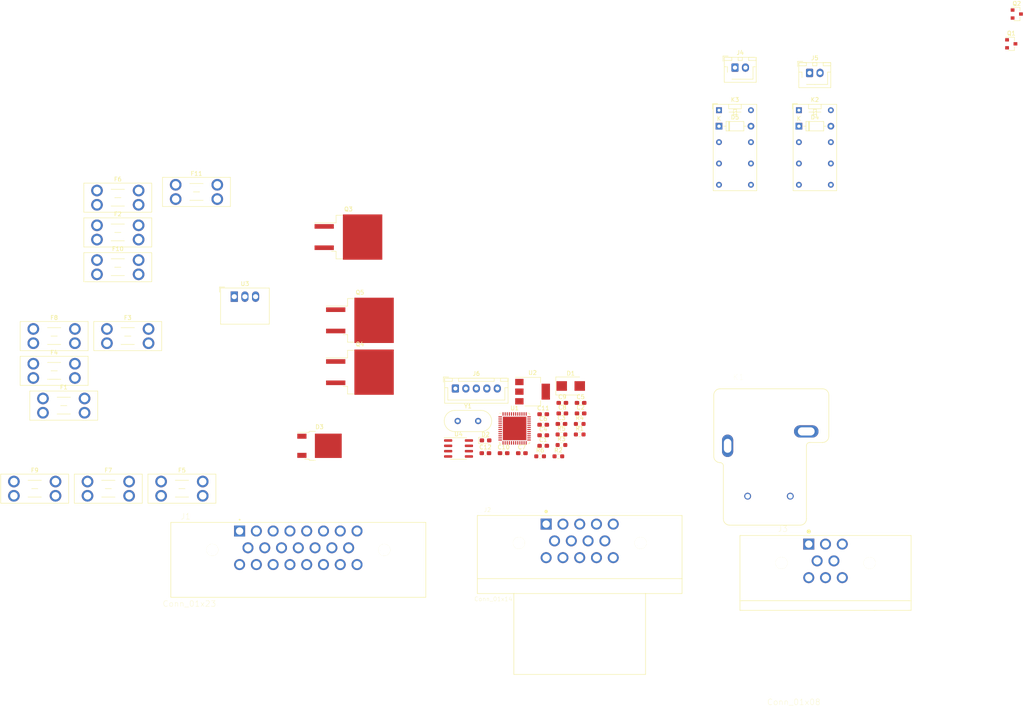
<source format=kicad_pcb>
(kicad_pcb (version 20171130) (host pcbnew 5.1.12-84ad8e8a86~92~ubuntu20.04.1)

  (general
    (thickness 1.6)
    (drawings 0)
    (tracks 0)
    (zones 0)
    (modules 53)
    (nets 85)
  )

  (page A4)
  (layers
    (0 F.Cu signal)
    (31 B.Cu signal)
    (32 B.Adhes user)
    (33 F.Adhes user)
    (34 B.Paste user)
    (35 F.Paste user)
    (36 B.SilkS user)
    (37 F.SilkS user)
    (38 B.Mask user)
    (39 F.Mask user)
    (40 Dwgs.User user)
    (41 Cmts.User user)
    (42 Eco1.User user)
    (43 Eco2.User user)
    (44 Edge.Cuts user)
    (45 Margin user)
    (46 B.CrtYd user hide)
    (47 F.CrtYd user hide)
    (48 B.Fab user hide)
    (49 F.Fab user hide)
  )

  (setup
    (last_trace_width 0.25)
    (trace_clearance 0.2)
    (zone_clearance 0.508)
    (zone_45_only no)
    (trace_min 0.2)
    (via_size 0.8)
    (via_drill 0.4)
    (via_min_size 0.4)
    (via_min_drill 0.3)
    (uvia_size 0.3)
    (uvia_drill 0.1)
    (uvias_allowed no)
    (uvia_min_size 0.2)
    (uvia_min_drill 0.1)
    (edge_width 0.05)
    (segment_width 0.2)
    (pcb_text_width 0.3)
    (pcb_text_size 1.5 1.5)
    (mod_edge_width 0.12)
    (mod_text_size 1 1)
    (mod_text_width 0.15)
    (pad_size 1.524 1.524)
    (pad_drill 0.762)
    (pad_to_mask_clearance 0)
    (aux_axis_origin 0 0)
    (visible_elements FFFFFF7F)
    (pcbplotparams
      (layerselection 0x010fc_ffffffff)
      (usegerberextensions false)
      (usegerberattributes true)
      (usegerberadvancedattributes true)
      (creategerberjobfile true)
      (excludeedgelayer true)
      (linewidth 0.100000)
      (plotframeref false)
      (viasonmask false)
      (mode 1)
      (useauxorigin false)
      (hpglpennumber 1)
      (hpglpenspeed 20)
      (hpglpendiameter 15.000000)
      (psnegative false)
      (psa4output false)
      (plotreference true)
      (plotvalue true)
      (plotinvisibletext false)
      (padsonsilk false)
      (subtractmaskfromsilk false)
      (outputformat 1)
      (mirror false)
      (drillshape 1)
      (scaleselection 1)
      (outputdirectory ""))
  )

  (net 0 "")
  (net 1 "Net-(C1-Pad2)")
  (net 2 GND)
  (net 3 "Net-(C2-Pad1)")
  (net 4 +3V3)
  (net 5 "Net-(C5-Pad1)")
  (net 6 "Net-(C6-Pad2)")
  (net 7 "Net-(C7-Pad2)")
  (net 8 VDD)
  (net 9 "Net-(D2-Pad1)")
  (net 10 "Net-(D3-Pad2)")
  (net 11 +12VA)
  (net 12 "Net-(D4-Pad2)")
  (net 13 "Net-(D5-Pad1)")
  (net 14 +12V)
  (net 15 /FAN_12V)
  (net 16 /RINEHART)
  (net 17 /DASH)
  (net 18 /HVB_12V)
  (net 19 /PUMP_12V)
  (net 20 /SPARE)
  (net 21 /TSV)
  (net 22 /BRAKE_12V)
  (net 23 /BRB)
  (net 24 /DCDC_IN)
  (net 25 "Net-(J1-Pad21)")
  (net 26 /FAULT_BMS)
  (net 27 /FAULT_IMD)
  (net 28 /BRB_RTN)
  (net 29 /PUMP_SIG)
  (net 30 /FAN_SIG)
  (net 31 /BRAKE_SIG)
  (net 32 +5V)
  (net 33 /WHEEL_L)
  (net 34 /WHEEL_R)
  (net 35 /SUSPENSION_L)
  (net 36 /SUSPENSION_R)
  (net 37 /CAN_P)
  (net 38 /CAN_N)
  (net 39 "Net-(J3-Pad5)")
  (net 40 "Net-(J3-Pad6)")
  (net 41 "Net-(J3-Pad7)")
  (net 42 "Net-(J3-Pad8)")
  (net 43 B3_TRACESWO)
  (net 44 A14_SWCLK)
  (net 45 A13_SWDIO)
  (net 46 "Net-(K2-Pad13)")
  (net 47 "Net-(K2-Pad11)")
  (net 48 "Net-(K2-Pad6)")
  (net 49 /SSOK)
  (net 50 "Net-(K3-Pad11)")
  (net 51 "Net-(K3-Pad6)")
  (net 52 /FAULT_LATCHER/BMS_IND)
  (net 53 /Controller/FAULT_IMD)
  (net 54 /Controller/FAN_CTRL)
  (net 55 /Controller/PUMP_CTRL)
  (net 56 /Controller/BRAKE_CTRL)
  (net 57 "Net-(R5-Pad1)")
  (net 58 "Net-(U1-Pad46)")
  (net 59 "Net-(U1-Pad42)")
  (net 60 "Net-(U1-Pad41)")
  (net 61 "Net-(U1-Pad40)")
  (net 62 A15)
  (net 63 "Net-(U1-Pad33)")
  (net 64 "Net-(U1-Pad32)")
  (net 65 "Net-(U1-Pad31)")
  (net 66 "Net-(U1-Pad30)")
  (net 67 "Net-(U1-Pad29)")
  (net 68 "Net-(U1-Pad28)")
  (net 69 "Net-(U1-Pad27)")
  (net 70 "Net-(U1-Pad26)")
  (net 71 "Net-(U1-Pad25)")
  (net 72 "Net-(U1-Pad22)")
  (net 73 "Net-(U1-Pad21)")
  (net 74 "Net-(U1-Pad20)")
  (net 75 "Net-(U1-Pad19)")
  (net 76 "Net-(U1-Pad18)")
  (net 77 "Net-(U1-Pad8)")
  (net 78 "Net-(U1-Pad4)")
  (net 79 "Net-(U1-Pad3)")
  (net 80 "Net-(U1-Pad2)")
  (net 81 "Net-(U1-Pad1)")
  (net 82 "Net-(U4-Pad5)")
  (net 83 /Controller/CAN_RX_N)
  (net 84 /Controller/CAN_TX_P)

  (net_class Default "This is the default net class."
    (clearance 0.2)
    (trace_width 0.25)
    (via_dia 0.8)
    (via_drill 0.4)
    (uvia_dia 0.3)
    (uvia_drill 0.1)
    (add_net +12V)
    (add_net +12VA)
    (add_net +3V3)
    (add_net +5V)
    (add_net /BRAKE_12V)
    (add_net /BRAKE_SIG)
    (add_net /BRB)
    (add_net /BRB_RTN)
    (add_net /CAN_N)
    (add_net /CAN_P)
    (add_net /Controller/BRAKE_CTRL)
    (add_net /Controller/CAN_RX_N)
    (add_net /Controller/CAN_TX_P)
    (add_net /Controller/FAN_CTRL)
    (add_net /Controller/FAULT_IMD)
    (add_net /Controller/PUMP_CTRL)
    (add_net /DASH)
    (add_net /DCDC_IN)
    (add_net /FAN_12V)
    (add_net /FAN_SIG)
    (add_net /FAULT_BMS)
    (add_net /FAULT_IMD)
    (add_net /FAULT_LATCHER/BMS_IND)
    (add_net /HVB_12V)
    (add_net /PUMP_12V)
    (add_net /PUMP_SIG)
    (add_net /RINEHART)
    (add_net /SPARE)
    (add_net /SSOK)
    (add_net /SUSPENSION_L)
    (add_net /SUSPENSION_R)
    (add_net /TSV)
    (add_net /WHEEL_L)
    (add_net /WHEEL_R)
    (add_net A13_SWDIO)
    (add_net A14_SWCLK)
    (add_net A15)
    (add_net B3_TRACESWO)
    (add_net GND)
    (add_net "Net-(C1-Pad2)")
    (add_net "Net-(C2-Pad1)")
    (add_net "Net-(C5-Pad1)")
    (add_net "Net-(C6-Pad2)")
    (add_net "Net-(C7-Pad2)")
    (add_net "Net-(D2-Pad1)")
    (add_net "Net-(D3-Pad2)")
    (add_net "Net-(D4-Pad2)")
    (add_net "Net-(D5-Pad1)")
    (add_net "Net-(J1-Pad21)")
    (add_net "Net-(J3-Pad5)")
    (add_net "Net-(J3-Pad6)")
    (add_net "Net-(J3-Pad7)")
    (add_net "Net-(J3-Pad8)")
    (add_net "Net-(K2-Pad11)")
    (add_net "Net-(K2-Pad13)")
    (add_net "Net-(K2-Pad6)")
    (add_net "Net-(K3-Pad11)")
    (add_net "Net-(K3-Pad6)")
    (add_net "Net-(R5-Pad1)")
    (add_net "Net-(U1-Pad1)")
    (add_net "Net-(U1-Pad18)")
    (add_net "Net-(U1-Pad19)")
    (add_net "Net-(U1-Pad2)")
    (add_net "Net-(U1-Pad20)")
    (add_net "Net-(U1-Pad21)")
    (add_net "Net-(U1-Pad22)")
    (add_net "Net-(U1-Pad25)")
    (add_net "Net-(U1-Pad26)")
    (add_net "Net-(U1-Pad27)")
    (add_net "Net-(U1-Pad28)")
    (add_net "Net-(U1-Pad29)")
    (add_net "Net-(U1-Pad3)")
    (add_net "Net-(U1-Pad30)")
    (add_net "Net-(U1-Pad31)")
    (add_net "Net-(U1-Pad32)")
    (add_net "Net-(U1-Pad33)")
    (add_net "Net-(U1-Pad4)")
    (add_net "Net-(U1-Pad40)")
    (add_net "Net-(U1-Pad41)")
    (add_net "Net-(U1-Pad42)")
    (add_net "Net-(U1-Pad46)")
    (add_net "Net-(U1-Pad8)")
    (add_net "Net-(U4-Pad5)")
    (add_net VDD)
  )

  (module Package_TO_SOT_SMD:TO-252-2 (layer F.Cu) (tedit 5A70A390) (tstamp 61EC084E)
    (at 87.63 138.43)
    (descr "TO-252 / DPAK SMD package, http://www.infineon.com/cms/en/product/packages/PG-TO252/PG-TO252-3-1/")
    (tags "DPAK TO-252 DPAK-3 TO-252-3 SOT-428")
    (path /61F130EE/6256B1F2)
    (attr smd)
    (fp_text reference D3 (at 0 -4.5) (layer F.SilkS)
      (effects (font (size 1 1) (thickness 0.15)))
    )
    (fp_text value D_KAK (at 0 4.5) (layer F.Fab)
      (effects (font (size 1 1) (thickness 0.15)))
    )
    (fp_text user %R (at 0 0) (layer F.Fab)
      (effects (font (size 1 1) (thickness 0.15)))
    )
    (fp_line (start 3.95 -2.7) (end 4.95 -2.7) (layer F.Fab) (width 0.1))
    (fp_line (start 4.95 -2.7) (end 4.95 2.7) (layer F.Fab) (width 0.1))
    (fp_line (start 4.95 2.7) (end 3.95 2.7) (layer F.Fab) (width 0.1))
    (fp_line (start 3.95 -3.25) (end 3.95 3.25) (layer F.Fab) (width 0.1))
    (fp_line (start 3.95 3.25) (end -2.27 3.25) (layer F.Fab) (width 0.1))
    (fp_line (start -2.27 3.25) (end -2.27 -2.25) (layer F.Fab) (width 0.1))
    (fp_line (start -2.27 -2.25) (end -1.27 -3.25) (layer F.Fab) (width 0.1))
    (fp_line (start -1.27 -3.25) (end 3.95 -3.25) (layer F.Fab) (width 0.1))
    (fp_line (start -1.865 -2.655) (end -4.97 -2.655) (layer F.Fab) (width 0.1))
    (fp_line (start -4.97 -2.655) (end -4.97 -1.905) (layer F.Fab) (width 0.1))
    (fp_line (start -4.97 -1.905) (end -2.27 -1.905) (layer F.Fab) (width 0.1))
    (fp_line (start -2.27 1.905) (end -4.97 1.905) (layer F.Fab) (width 0.1))
    (fp_line (start -4.97 1.905) (end -4.97 2.655) (layer F.Fab) (width 0.1))
    (fp_line (start -4.97 2.655) (end -2.27 2.655) (layer F.Fab) (width 0.1))
    (fp_line (start -0.97 -3.45) (end -2.47 -3.45) (layer F.SilkS) (width 0.12))
    (fp_line (start -2.47 -3.45) (end -2.47 -3.18) (layer F.SilkS) (width 0.12))
    (fp_line (start -2.47 -3.18) (end -5.3 -3.18) (layer F.SilkS) (width 0.12))
    (fp_line (start -0.97 3.45) (end -2.47 3.45) (layer F.SilkS) (width 0.12))
    (fp_line (start -2.47 3.45) (end -2.47 3.18) (layer F.SilkS) (width 0.12))
    (fp_line (start -2.47 3.18) (end -3.57 3.18) (layer F.SilkS) (width 0.12))
    (fp_line (start -5.55 -3.5) (end -5.55 3.5) (layer F.CrtYd) (width 0.05))
    (fp_line (start -5.55 3.5) (end 5.55 3.5) (layer F.CrtYd) (width 0.05))
    (fp_line (start 5.55 3.5) (end 5.55 -3.5) (layer F.CrtYd) (width 0.05))
    (fp_line (start 5.55 -3.5) (end -5.55 -3.5) (layer F.CrtYd) (width 0.05))
    (pad "" smd rect (at 0.425 1.525) (size 3.05 2.75) (layers F.Paste))
    (pad "" smd rect (at 3.775 -1.525) (size 3.05 2.75) (layers F.Paste))
    (pad "" smd rect (at 0.425 -1.525) (size 3.05 2.75) (layers F.Paste))
    (pad "" smd rect (at 3.775 1.525) (size 3.05 2.75) (layers F.Paste))
    (pad 2 smd rect (at 2.1 0) (size 6.4 5.8) (layers F.Cu F.Mask)
      (net 10 "Net-(D3-Pad2)"))
    (pad 3 smd rect (at -4.2 2.28) (size 2.2 1.2) (layers F.Cu F.Paste F.Mask)
      (net 11 +12VA))
    (pad 1 smd rect (at -4.2 -2.28) (size 2.2 1.2) (layers F.Cu F.Paste F.Mask)
      (net 11 +12VA))
    (model ${KISYS3DMOD}/Package_TO_SOT_SMD.3dshapes/TO-252-2.wrl
      (at (xyz 0 0 0))
      (scale (xyz 1 1 1))
      (rotate (xyz 0 0 0))
    )
  )

  (module AERO_Footprints:RELAY_T9VV1K15-12S (layer F.Cu) (tedit 5E50674C) (tstamp 61EBEE7B)
    (at 194.31 138.43)
    (path /61F130E5)
    (fp_text reference K1 (at -6.779225 -16.368475) (layer F.SilkS)
      (effects (font (size 1.400906 1.400906) (thickness 0.015)))
    )
    (fp_text value T9VV1K15-12S (at 5.265 21.58165) (layer F.Fab)
      (effects (font (size 1.401496 1.401496) (thickness 0.015)))
    )
    (fp_arc (start -1.905 7.62) (end -1.27 7.62) (angle -180) (layer F.Fab) (width 0.127))
    (fp_arc (start -0.635 7.62) (end 0 7.62) (angle -180) (layer F.Fab) (width 0.127))
    (fp_arc (start 0.635 7.62) (end 1.27 7.62) (angle -180) (layer F.Fab) (width 0.127))
    (fp_arc (start 1.905 7.62) (end 2.54 7.62) (angle -180) (layer F.Fab) (width 0.127))
    (fp_arc (start 7.922587 17.420787) (end 7.92258 18.9209) (angle -89.9998) (layer F.Fab) (width 0.127))
    (fp_arc (start 13.254734 -2.28936) (end 13.2546 -0.789094) (angle -89.9998) (layer F.Fab) (width 0.127))
    (fp_arc (start 13.254597 -12.088997) (end 14.7547 -12.089) (angle -89.9998) (layer F.Fab) (width 0.127))
    (fp_arc (start -11.175047 -12.089147) (end -11.1752 -13.5891) (angle -89.9998) (layer F.Fab) (width 0.127))
    (fp_arc (start -11.175187 2.510787) (end -12.6753 2.51078) (angle -89.9998) (layer F.Fab) (width 0.127))
    (fp_arc (start -8.889187 17.420787) (end -10.3893 17.4208) (angle -89.9998) (layer F.Fab) (width 0.127))
    (fp_arc (start 10.1847 -0.0271) (end 10.1847 -0.7891) (angle -90) (layer F.Fab) (width 0.127))
    (fp_arc (start -11.1513 4.7729) (end -10.3893 4.7729) (angle -90) (layer F.Fab) (width 0.127))
    (fp_arc (start 7.922587 17.420787) (end 7.92258 18.9209) (angle -89.9998) (layer F.SilkS) (width 0.127))
    (fp_arc (start 13.254734 -2.28936) (end 13.2546 -0.789094) (angle -89.9998) (layer F.SilkS) (width 0.127))
    (fp_arc (start 13.254597 -12.088997) (end 14.7547 -12.089) (angle -89.9998) (layer F.SilkS) (width 0.127))
    (fp_arc (start -11.175047 -12.089147) (end -11.1752 -13.5891) (angle -89.9998) (layer F.SilkS) (width 0.127))
    (fp_arc (start -11.175187 2.510787) (end -12.6753 2.51078) (angle -89.9998) (layer F.SilkS) (width 0.127))
    (fp_arc (start -8.889187 17.420787) (end -10.3893 17.4208) (angle -89.9998) (layer F.SilkS) (width 0.127))
    (fp_arc (start 10.1847 -0.0271) (end 10.1847 -0.7891) (angle -90) (layer F.SilkS) (width 0.127))
    (fp_arc (start -11.1513 4.7729) (end -10.3893 4.7729) (angle -90) (layer F.SilkS) (width 0.127))
    (fp_arc (start -11.175047 -12.089147) (end -11.1752 -13.8391) (angle -89.9998) (layer F.CrtYd) (width 0.05))
    (fp_arc (start 13.254597 -12.088997) (end 15.0047 -12.089) (angle -89.9998) (layer F.CrtYd) (width 0.05))
    (fp_arc (start 13.254734 -2.28936) (end 13.2546 -0.539094) (angle -89.9998) (layer F.CrtYd) (width 0.05))
    (fp_arc (start 10.4347 0.2229) (end 10.4347 -0.5391) (angle -90) (layer F.CrtYd) (width 0.05))
    (fp_arc (start 7.922587 17.420787) (end 7.92258 19.1709) (angle -89.9998) (layer F.CrtYd) (width 0.05))
    (fp_arc (start -8.889187 17.420787) (end -10.6393 17.4208) (angle -89.9998) (layer F.CrtYd) (width 0.05))
    (fp_arc (start -11.300187 2.635787) (end -12.9253 2.51078) (angle -89.9998) (layer F.CrtYd) (width 0.05))
    (fp_arc (start -11.4013 5.0229) (end -10.6393 5.0229) (angle -90) (layer F.CrtYd) (width 0.05))
    (fp_line (start -10.6393 5.0229) (end -10.6393 4.7729) (layer F.CrtYd) (width 0.05))
    (fp_line (start -10.6393 17.4208) (end -10.6393 5.0229) (layer F.CrtYd) (width 0.05))
    (fp_line (start 7.92258 19.1709) (end -8.88918 19.1709) (layer F.CrtYd) (width 0.05))
    (fp_line (start 9.6727 0.2229) (end 9.6727 17.4208) (layer F.CrtYd) (width 0.05))
    (fp_line (start 13.2546 -0.5391) (end 10.4347 -0.5391) (layer F.CrtYd) (width 0.05))
    (fp_line (start 15.005 -12.089) (end 15.005 -2.28922) (layer F.CrtYd) (width 0.05))
    (fp_line (start -11.1752 -13.8391) (end 13.2546 -13.8391) (layer F.CrtYd) (width 0.05))
    (fp_line (start -12.925 2.51078) (end -12.925 -12.089) (layer F.CrtYd) (width 0.05))
    (fp_line (start -11.1752 -13.5891) (end 13.2546 -13.5891) (layer F.SilkS) (width 0.127))
    (fp_line (start -12.675 2.51078) (end -12.675 -12.089) (layer F.SilkS) (width 0.127))
    (fp_line (start -10.3893 17.4208) (end -10.3893 4.7729) (layer F.SilkS) (width 0.127))
    (fp_line (start 13.2546 -0.7891) (end 10.1847 -0.7891) (layer F.SilkS) (width 0.127))
    (fp_line (start -11.1513 4.0109) (end -11.1752 4.0109) (layer F.SilkS) (width 0.127))
    (fp_line (start 9.4227 -0.0271) (end 9.4227 17.4208) (layer F.SilkS) (width 0.127))
    (fp_line (start 14.755 -12.089) (end 14.755 -2.28922) (layer F.SilkS) (width 0.127))
    (fp_line (start 7.92258 18.9209) (end -8.88918 18.9209) (layer F.SilkS) (width 0.127))
    (fp_line (start -11.1752 -13.5891) (end 13.2546 -13.5891) (layer F.Fab) (width 0.127))
    (fp_line (start -12.675 2.51078) (end -12.675 -12.089) (layer F.Fab) (width 0.127))
    (fp_line (start -10.3893 17.4208) (end -10.3893 4.7729) (layer F.Fab) (width 0.127))
    (fp_line (start 13.2546 -0.7891) (end 10.1847 -0.7891) (layer F.Fab) (width 0.127))
    (fp_line (start -11.1513 4.0109) (end -11.1752 4.0109) (layer F.Fab) (width 0.127))
    (fp_line (start 9.4227 -0.0271) (end 9.4227 17.4208) (layer F.Fab) (width 0.127))
    (fp_line (start 14.755 -12.089) (end 14.755 -2.28922) (layer F.Fab) (width 0.127))
    (fp_line (start 7.92258 18.9209) (end -8.88918 18.9209) (layer F.Fab) (width 0.127))
    (fp_circle (center -5.08 8.89) (end -4.7625 8.89) (layer F.Fab) (width 0.127))
    (fp_circle (center 5.08 8.89) (end 5.3975 8.89) (layer F.Fab) (width 0.127))
    (fp_line (start 1.27 0) (end 6.92 0) (layer F.Fab) (width 0.127))
    (fp_line (start -1.27 0) (end 1.27 1.27) (layer F.Fab) (width 0.127))
    (fp_line (start -4.71 0) (end -1.27 0) (layer F.Fab) (width 0.127))
    (fp_circle (center 7.29 0) (end 7.6075 0) (layer F.Fab) (width 0.127))
    (fp_circle (center -5.08 0) (end -4.7625 0) (layer F.Fab) (width 0.127))
    (fp_line (start 2.54 7.62) (end 5.08 7.62) (layer F.Fab) (width 0.127))
    (fp_line (start 5.08 7.62) (end 5.08 8.49) (layer F.Fab) (width 0.127))
    (fp_line (start -5.08 7.62) (end -2.54 7.62) (layer F.Fab) (width 0.127))
    (fp_line (start -5.08 8.49) (end -5.08 7.62) (layer F.Fab) (width 0.127))
    (pad 1 thru_hole circle (at 5.565 12.01) (size 1.635 1.635) (drill 1.09) (layers *.Cu *.Mask)
      (net 49 /SSOK))
    (pad 2 thru_hole circle (at -4.595 12.01) (size 1.635 1.635) (drill 1.09) (layers *.Cu *.Mask)
      (net 2 GND))
    (pad 4 thru_hole oval (at 9.375 -3.43) (size 5.85 2.925) (drill oval 4 1.95) (layers *.Cu *.Mask)
      (net 14 +12V))
    (pad 3 thru_hole oval (at -9.375 0) (size 2.67 5.34) (drill oval 1.78 3.33) (layers *.Cu *.Mask)
      (net 11 +12VA))
    (model ${AERO_3D}/T9VV1K15-12S.STEP
      (offset (xyz 0.5588 -2.7432 0))
      (scale (xyz 1 1 1))
      (rotate (xyz 0 180 0))
    )
  )

  (module Crystal:Crystal_HC49-U_Vertical (layer F.Cu) (tedit 5A1AD3B8) (tstamp 61EBD766)
    (at 120.58 132.52)
    (descr "Crystal THT HC-49/U http://5hertz.com/pdfs/04404_D.pdf")
    (tags "THT crystalHC-49/U")
    (path /61EF11EA/6194036A)
    (fp_text reference Y1 (at 2.44 -3.525) (layer F.SilkS)
      (effects (font (size 1 1) (thickness 0.15)))
    )
    (fp_text value Crystal (at 2.44 3.525) (layer F.Fab)
      (effects (font (size 1 1) (thickness 0.15)))
    )
    (fp_arc (start 5.565 0) (end 5.565 -2.525) (angle 180) (layer F.SilkS) (width 0.12))
    (fp_arc (start -0.685 0) (end -0.685 -2.525) (angle -180) (layer F.SilkS) (width 0.12))
    (fp_arc (start 5.44 0) (end 5.44 -2) (angle 180) (layer F.Fab) (width 0.1))
    (fp_arc (start -0.56 0) (end -0.56 -2) (angle -180) (layer F.Fab) (width 0.1))
    (fp_arc (start 5.565 0) (end 5.565 -2.325) (angle 180) (layer F.Fab) (width 0.1))
    (fp_arc (start -0.685 0) (end -0.685 -2.325) (angle -180) (layer F.Fab) (width 0.1))
    (fp_text user %R (at 2.44 0) (layer F.Fab)
      (effects (font (size 1 1) (thickness 0.15)))
    )
    (fp_line (start -0.685 -2.325) (end 5.565 -2.325) (layer F.Fab) (width 0.1))
    (fp_line (start -0.685 2.325) (end 5.565 2.325) (layer F.Fab) (width 0.1))
    (fp_line (start -0.56 -2) (end 5.44 -2) (layer F.Fab) (width 0.1))
    (fp_line (start -0.56 2) (end 5.44 2) (layer F.Fab) (width 0.1))
    (fp_line (start -0.685 -2.525) (end 5.565 -2.525) (layer F.SilkS) (width 0.12))
    (fp_line (start -0.685 2.525) (end 5.565 2.525) (layer F.SilkS) (width 0.12))
    (fp_line (start -3.5 -2.8) (end -3.5 2.8) (layer F.CrtYd) (width 0.05))
    (fp_line (start -3.5 2.8) (end 8.4 2.8) (layer F.CrtYd) (width 0.05))
    (fp_line (start 8.4 2.8) (end 8.4 -2.8) (layer F.CrtYd) (width 0.05))
    (fp_line (start 8.4 -2.8) (end -3.5 -2.8) (layer F.CrtYd) (width 0.05))
    (pad 2 thru_hole circle (at 4.88 0) (size 1.5 1.5) (drill 0.8) (layers *.Cu *.Mask)
      (net 6 "Net-(C6-Pad2)"))
    (pad 1 thru_hole circle (at 0 0) (size 1.5 1.5) (drill 0.8) (layers *.Cu *.Mask)
      (net 1 "Net-(C1-Pad2)"))
    (model ${KISYS3DMOD}/Crystal.3dshapes/Crystal_HC49-U_Vertical.wrl
      (at (xyz 0 0 0))
      (scale (xyz 1 1 1))
      (rotate (xyz 0 0 0))
    )
  )

  (module Package_SO:SOIC-8_3.9x4.9mm_P1.27mm (layer F.Cu) (tedit 5D9F72B1) (tstamp 61EBD74F)
    (at 120.78 139.07)
    (descr "SOIC, 8 Pin (JEDEC MS-012AA, https://www.analog.com/media/en/package-pcb-resources/package/pkg_pdf/soic_narrow-r/r_8.pdf), generated with kicad-footprint-generator ipc_gullwing_generator.py")
    (tags "SOIC SO")
    (path /61EF11EA/6198F4D7)
    (attr smd)
    (fp_text reference U4 (at 0 -3.4) (layer F.SilkS)
      (effects (font (size 1 1) (thickness 0.15)))
    )
    (fp_text value MCP2551-I-SN (at 0 3.4) (layer F.Fab)
      (effects (font (size 1 1) (thickness 0.15)))
    )
    (fp_text user %R (at 0 0) (layer F.Fab)
      (effects (font (size 0.98 0.98) (thickness 0.15)))
    )
    (fp_line (start 0 2.56) (end 1.95 2.56) (layer F.SilkS) (width 0.12))
    (fp_line (start 0 2.56) (end -1.95 2.56) (layer F.SilkS) (width 0.12))
    (fp_line (start 0 -2.56) (end 1.95 -2.56) (layer F.SilkS) (width 0.12))
    (fp_line (start 0 -2.56) (end -3.45 -2.56) (layer F.SilkS) (width 0.12))
    (fp_line (start -0.975 -2.45) (end 1.95 -2.45) (layer F.Fab) (width 0.1))
    (fp_line (start 1.95 -2.45) (end 1.95 2.45) (layer F.Fab) (width 0.1))
    (fp_line (start 1.95 2.45) (end -1.95 2.45) (layer F.Fab) (width 0.1))
    (fp_line (start -1.95 2.45) (end -1.95 -1.475) (layer F.Fab) (width 0.1))
    (fp_line (start -1.95 -1.475) (end -0.975 -2.45) (layer F.Fab) (width 0.1))
    (fp_line (start -3.7 -2.7) (end -3.7 2.7) (layer F.CrtYd) (width 0.05))
    (fp_line (start -3.7 2.7) (end 3.7 2.7) (layer F.CrtYd) (width 0.05))
    (fp_line (start 3.7 2.7) (end 3.7 -2.7) (layer F.CrtYd) (width 0.05))
    (fp_line (start 3.7 -2.7) (end -3.7 -2.7) (layer F.CrtYd) (width 0.05))
    (pad 8 smd roundrect (at 2.475 -1.905) (size 1.95 0.6) (layers F.Cu F.Paste F.Mask) (roundrect_rratio 0.25)
      (net 57 "Net-(R5-Pad1)"))
    (pad 7 smd roundrect (at 2.475 -0.635) (size 1.95 0.6) (layers F.Cu F.Paste F.Mask) (roundrect_rratio 0.25)
      (net 37 /CAN_P))
    (pad 6 smd roundrect (at 2.475 0.635) (size 1.95 0.6) (layers F.Cu F.Paste F.Mask) (roundrect_rratio 0.25)
      (net 38 /CAN_N))
    (pad 5 smd roundrect (at 2.475 1.905) (size 1.95 0.6) (layers F.Cu F.Paste F.Mask) (roundrect_rratio 0.25)
      (net 82 "Net-(U4-Pad5)"))
    (pad 4 smd roundrect (at -2.475 1.905) (size 1.95 0.6) (layers F.Cu F.Paste F.Mask) (roundrect_rratio 0.25)
      (net 83 /Controller/CAN_RX_N))
    (pad 3 smd roundrect (at -2.475 0.635) (size 1.95 0.6) (layers F.Cu F.Paste F.Mask) (roundrect_rratio 0.25)
      (net 4 +3V3))
    (pad 2 smd roundrect (at -2.475 -0.635) (size 1.95 0.6) (layers F.Cu F.Paste F.Mask) (roundrect_rratio 0.25)
      (net 2 GND))
    (pad 1 smd roundrect (at -2.475 -1.905) (size 1.95 0.6) (layers F.Cu F.Paste F.Mask) (roundrect_rratio 0.25)
      (net 84 /Controller/CAN_TX_P))
    (model ${KISYS3DMOD}/Package_SO.3dshapes/SOIC-8_3.9x4.9mm_P1.27mm.wrl
      (at (xyz 0 0 0))
      (scale (xyz 1 1 1))
      (rotate (xyz 0 0 0))
    )
  )

  (module Converter_DCDC:Converter_DCDC_RECOM_R-78B-2.0_THT (layer F.Cu) (tedit 5B741BB0) (tstamp 61EBD735)
    (at 67.31 102.87)
    (descr "DCDC-Converter, RECOM, RECOM_R-78B-2.0, SIP-3, pitch 2.54mm, package size 11.5x8.5x17.5mm^3, https://www.recom-power.com/pdf/Innoline/R-78Bxx-2.0.pdf")
    (tags "dc-dc recom buck sip-3 pitch 2.54mm")
    (path /623629FD)
    (fp_text reference U3 (at 2.54 -3.06) (layer F.SilkS)
      (effects (font (size 1 1) (thickness 0.15)))
    )
    (fp_text value R-78B5.0-2.0 (at 2.54 7.5) (layer F.Fab)
      (effects (font (size 1 1) (thickness 0.15)))
    )
    (fp_text user %R (at 2.54 2.25) (layer F.Fab)
      (effects (font (size 1 1) (thickness 0.15)))
    )
    (fp_line (start -2.21 -2) (end 8.29 -2) (layer F.Fab) (width 0.1))
    (fp_line (start 8.29 -2) (end 8.29 6.5) (layer F.Fab) (width 0.1))
    (fp_line (start 8.29 6.5) (end -3.21 6.5) (layer F.Fab) (width 0.1))
    (fp_line (start -3.21 6.5) (end -3.21 -1) (layer F.Fab) (width 0.1))
    (fp_line (start -3.21 -1) (end -2.21 -2) (layer F.Fab) (width 0.1))
    (fp_line (start -3.27 -2.06) (end 8.35 -2.06) (layer F.SilkS) (width 0.12))
    (fp_line (start -3.27 6.56) (end 8.35 6.56) (layer F.SilkS) (width 0.12))
    (fp_line (start -3.27 -2.06) (end -3.27 6.56) (layer F.SilkS) (width 0.12))
    (fp_line (start 8.35 -2.06) (end 8.35 6.56) (layer F.SilkS) (width 0.12))
    (fp_line (start -3.51 -1.06) (end -3.51 -2.3) (layer F.SilkS) (width 0.12))
    (fp_line (start -3.51 -2.3) (end -2.27 -2.3) (layer F.SilkS) (width 0.12))
    (fp_line (start -3.46 -2.25) (end -3.46 6.75) (layer F.CrtYd) (width 0.05))
    (fp_line (start -3.46 6.75) (end 8.54 6.75) (layer F.CrtYd) (width 0.05))
    (fp_line (start 8.54 6.75) (end 8.54 -2.25) (layer F.CrtYd) (width 0.05))
    (fp_line (start 8.54 -2.25) (end -3.46 -2.25) (layer F.CrtYd) (width 0.05))
    (pad 3 thru_hole oval (at 5.08 0) (size 1.7 2.5) (drill 1.2) (layers *.Cu *.Mask)
      (net 32 +5V))
    (pad 2 thru_hole oval (at 2.54 0) (size 1.7 2.5) (drill 1.2) (layers *.Cu *.Mask)
      (net 2 GND))
    (pad 1 thru_hole rect (at 0 0) (size 1.7 2.5) (drill 1.2) (layers *.Cu *.Mask)
      (net 8 VDD))
    (model ${KISYS3DMOD}/Converter_DCDC.3dshapes/Converter_DCDC_RECOM_R-78B-2.0_THT.wrl
      (at (xyz 0 0 0))
      (scale (xyz 1 1 1))
      (rotate (xyz 0 0 0))
    )
  )

  (module Package_TO_SOT_SMD:SOT-223-3_TabPin2 (layer F.Cu) (tedit 5A02FF57) (tstamp 61EBD71E)
    (at 138.43 125.52)
    (descr "module CMS SOT223 4 pins")
    (tags "CMS SOT")
    (path /61EF11EA/618EC67F)
    (attr smd)
    (fp_text reference U2 (at 0 -4.5) (layer F.SilkS)
      (effects (font (size 1 1) (thickness 0.15)))
    )
    (fp_text value LD1117S33TR_SOT223 (at 0 4.5) (layer F.Fab)
      (effects (font (size 1 1) (thickness 0.15)))
    )
    (fp_text user %R (at 0 0 90) (layer F.Fab)
      (effects (font (size 0.8 0.8) (thickness 0.12)))
    )
    (fp_line (start 1.91 3.41) (end 1.91 2.15) (layer F.SilkS) (width 0.12))
    (fp_line (start 1.91 -3.41) (end 1.91 -2.15) (layer F.SilkS) (width 0.12))
    (fp_line (start 4.4 -3.6) (end -4.4 -3.6) (layer F.CrtYd) (width 0.05))
    (fp_line (start 4.4 3.6) (end 4.4 -3.6) (layer F.CrtYd) (width 0.05))
    (fp_line (start -4.4 3.6) (end 4.4 3.6) (layer F.CrtYd) (width 0.05))
    (fp_line (start -4.4 -3.6) (end -4.4 3.6) (layer F.CrtYd) (width 0.05))
    (fp_line (start -1.85 -2.35) (end -0.85 -3.35) (layer F.Fab) (width 0.1))
    (fp_line (start -1.85 -2.35) (end -1.85 3.35) (layer F.Fab) (width 0.1))
    (fp_line (start -1.85 3.41) (end 1.91 3.41) (layer F.SilkS) (width 0.12))
    (fp_line (start -0.85 -3.35) (end 1.85 -3.35) (layer F.Fab) (width 0.1))
    (fp_line (start -4.1 -3.41) (end 1.91 -3.41) (layer F.SilkS) (width 0.12))
    (fp_line (start -1.85 3.35) (end 1.85 3.35) (layer F.Fab) (width 0.1))
    (fp_line (start 1.85 -3.35) (end 1.85 3.35) (layer F.Fab) (width 0.1))
    (pad 1 smd rect (at -3.15 -2.3) (size 2 1.5) (layers F.Cu F.Paste F.Mask)
      (net 2 GND))
    (pad 3 smd rect (at -3.15 2.3) (size 2 1.5) (layers F.Cu F.Paste F.Mask)
      (net 3 "Net-(C2-Pad1)"))
    (pad 2 smd rect (at -3.15 0) (size 2 1.5) (layers F.Cu F.Paste F.Mask)
      (net 4 +3V3))
    (pad 2 smd rect (at 3.15 0) (size 2 3.8) (layers F.Cu F.Paste F.Mask)
      (net 4 +3V3))
    (model ${KISYS3DMOD}/Package_TO_SOT_SMD.3dshapes/SOT-223.wrl
      (at (xyz 0 0 0))
      (scale (xyz 1 1 1))
      (rotate (xyz 0 0 0))
    )
  )

  (module Package_DFN_QFN:QFN-48-1EP_7x7mm_P0.5mm_EP5.6x5.6mm (layer F.Cu) (tedit 5DC5F6A5) (tstamp 61EBD708)
    (at 134.15 134.29)
    (descr "QFN, 48 Pin (http://www.st.com/resource/en/datasheet/stm32f042k6.pdf#page=94), generated with kicad-footprint-generator ipc_noLead_generator.py")
    (tags "QFN NoLead")
    (path /61EF11EA/618B3473)
    (attr smd)
    (fp_text reference U1 (at 0 -4.82) (layer F.SilkS)
      (effects (font (size 1 1) (thickness 0.15)))
    )
    (fp_text value STM32F413CGUx (at 0 4.82) (layer F.Fab)
      (effects (font (size 1 1) (thickness 0.15)))
    )
    (fp_text user %R (at 0 0) (layer F.Fab)
      (effects (font (size 1 1) (thickness 0.15)))
    )
    (fp_line (start 3.135 -3.61) (end 3.61 -3.61) (layer F.SilkS) (width 0.12))
    (fp_line (start 3.61 -3.61) (end 3.61 -3.135) (layer F.SilkS) (width 0.12))
    (fp_line (start -3.135 3.61) (end -3.61 3.61) (layer F.SilkS) (width 0.12))
    (fp_line (start -3.61 3.61) (end -3.61 3.135) (layer F.SilkS) (width 0.12))
    (fp_line (start 3.135 3.61) (end 3.61 3.61) (layer F.SilkS) (width 0.12))
    (fp_line (start 3.61 3.61) (end 3.61 3.135) (layer F.SilkS) (width 0.12))
    (fp_line (start -3.135 -3.61) (end -3.61 -3.61) (layer F.SilkS) (width 0.12))
    (fp_line (start -2.5 -3.5) (end 3.5 -3.5) (layer F.Fab) (width 0.1))
    (fp_line (start 3.5 -3.5) (end 3.5 3.5) (layer F.Fab) (width 0.1))
    (fp_line (start 3.5 3.5) (end -3.5 3.5) (layer F.Fab) (width 0.1))
    (fp_line (start -3.5 3.5) (end -3.5 -2.5) (layer F.Fab) (width 0.1))
    (fp_line (start -3.5 -2.5) (end -2.5 -3.5) (layer F.Fab) (width 0.1))
    (fp_line (start -4.12 -4.12) (end -4.12 4.12) (layer F.CrtYd) (width 0.05))
    (fp_line (start -4.12 4.12) (end 4.12 4.12) (layer F.CrtYd) (width 0.05))
    (fp_line (start 4.12 4.12) (end 4.12 -4.12) (layer F.CrtYd) (width 0.05))
    (fp_line (start 4.12 -4.12) (end -4.12 -4.12) (layer F.CrtYd) (width 0.05))
    (pad "" smd roundrect (at 2.1 2.1) (size 1.13 1.13) (layers F.Paste) (roundrect_rratio 0.221239))
    (pad "" smd roundrect (at 2.1 0.7) (size 1.13 1.13) (layers F.Paste) (roundrect_rratio 0.221239))
    (pad "" smd roundrect (at 2.1 -0.7) (size 1.13 1.13) (layers F.Paste) (roundrect_rratio 0.221239))
    (pad "" smd roundrect (at 2.1 -2.1) (size 1.13 1.13) (layers F.Paste) (roundrect_rratio 0.221239))
    (pad "" smd roundrect (at 0.7 2.1) (size 1.13 1.13) (layers F.Paste) (roundrect_rratio 0.221239))
    (pad "" smd roundrect (at 0.7 0.7) (size 1.13 1.13) (layers F.Paste) (roundrect_rratio 0.221239))
    (pad "" smd roundrect (at 0.7 -0.7) (size 1.13 1.13) (layers F.Paste) (roundrect_rratio 0.221239))
    (pad "" smd roundrect (at 0.7 -2.1) (size 1.13 1.13) (layers F.Paste) (roundrect_rratio 0.221239))
    (pad "" smd roundrect (at -0.7 2.1) (size 1.13 1.13) (layers F.Paste) (roundrect_rratio 0.221239))
    (pad "" smd roundrect (at -0.7 0.7) (size 1.13 1.13) (layers F.Paste) (roundrect_rratio 0.221239))
    (pad "" smd roundrect (at -0.7 -0.7) (size 1.13 1.13) (layers F.Paste) (roundrect_rratio 0.221239))
    (pad "" smd roundrect (at -0.7 -2.1) (size 1.13 1.13) (layers F.Paste) (roundrect_rratio 0.221239))
    (pad "" smd roundrect (at -2.1 2.1) (size 1.13 1.13) (layers F.Paste) (roundrect_rratio 0.221239))
    (pad "" smd roundrect (at -2.1 0.7) (size 1.13 1.13) (layers F.Paste) (roundrect_rratio 0.221239))
    (pad "" smd roundrect (at -2.1 -0.7) (size 1.13 1.13) (layers F.Paste) (roundrect_rratio 0.221239))
    (pad "" smd roundrect (at -2.1 -2.1) (size 1.13 1.13) (layers F.Paste) (roundrect_rratio 0.221239))
    (pad 49 smd rect (at 0 0) (size 5.6 5.6) (layers F.Cu F.Mask)
      (net 2 GND))
    (pad 48 smd roundrect (at -2.75 -3.4375) (size 0.25 0.875) (layers F.Cu F.Paste F.Mask) (roundrect_rratio 0.25)
      (net 4 +3V3))
    (pad 47 smd roundrect (at -2.25 -3.4375) (size 0.25 0.875) (layers F.Cu F.Paste F.Mask) (roundrect_rratio 0.25)
      (net 2 GND))
    (pad 46 smd roundrect (at -1.75 -3.4375) (size 0.25 0.875) (layers F.Cu F.Paste F.Mask) (roundrect_rratio 0.25)
      (net 58 "Net-(U1-Pad46)"))
    (pad 45 smd roundrect (at -1.25 -3.4375) (size 0.25 0.875) (layers F.Cu F.Paste F.Mask) (roundrect_rratio 0.25)
      (net 52 /FAULT_LATCHER/BMS_IND))
    (pad 44 smd roundrect (at -0.75 -3.4375) (size 0.25 0.875) (layers F.Cu F.Paste F.Mask) (roundrect_rratio 0.25)
      (net 2 GND))
    (pad 43 smd roundrect (at -0.25 -3.4375) (size 0.25 0.875) (layers F.Cu F.Paste F.Mask) (roundrect_rratio 0.25)
      (net 53 /Controller/FAULT_IMD))
    (pad 42 smd roundrect (at 0.25 -3.4375) (size 0.25 0.875) (layers F.Cu F.Paste F.Mask) (roundrect_rratio 0.25)
      (net 59 "Net-(U1-Pad42)"))
    (pad 41 smd roundrect (at 0.75 -3.4375) (size 0.25 0.875) (layers F.Cu F.Paste F.Mask) (roundrect_rratio 0.25)
      (net 60 "Net-(U1-Pad41)"))
    (pad 40 smd roundrect (at 1.25 -3.4375) (size 0.25 0.875) (layers F.Cu F.Paste F.Mask) (roundrect_rratio 0.25)
      (net 61 "Net-(U1-Pad40)"))
    (pad 39 smd roundrect (at 1.75 -3.4375) (size 0.25 0.875) (layers F.Cu F.Paste F.Mask) (roundrect_rratio 0.25)
      (net 43 B3_TRACESWO))
    (pad 38 smd roundrect (at 2.25 -3.4375) (size 0.25 0.875) (layers F.Cu F.Paste F.Mask) (roundrect_rratio 0.25)
      (net 62 A15))
    (pad 37 smd roundrect (at 2.75 -3.4375) (size 0.25 0.875) (layers F.Cu F.Paste F.Mask) (roundrect_rratio 0.25)
      (net 44 A14_SWCLK))
    (pad 36 smd roundrect (at 3.4375 -2.75) (size 0.875 0.25) (layers F.Cu F.Paste F.Mask) (roundrect_rratio 0.25)
      (net 4 +3V3))
    (pad 35 smd roundrect (at 3.4375 -2.25) (size 0.875 0.25) (layers F.Cu F.Paste F.Mask) (roundrect_rratio 0.25)
      (net 2 GND))
    (pad 34 smd roundrect (at 3.4375 -1.75) (size 0.875 0.25) (layers F.Cu F.Paste F.Mask) (roundrect_rratio 0.25)
      (net 45 A13_SWDIO))
    (pad 33 smd roundrect (at 3.4375 -1.25) (size 0.875 0.25) (layers F.Cu F.Paste F.Mask) (roundrect_rratio 0.25)
      (net 63 "Net-(U1-Pad33)"))
    (pad 32 smd roundrect (at 3.4375 -0.75) (size 0.875 0.25) (layers F.Cu F.Paste F.Mask) (roundrect_rratio 0.25)
      (net 64 "Net-(U1-Pad32)"))
    (pad 31 smd roundrect (at 3.4375 -0.25) (size 0.875 0.25) (layers F.Cu F.Paste F.Mask) (roundrect_rratio 0.25)
      (net 65 "Net-(U1-Pad31)"))
    (pad 30 smd roundrect (at 3.4375 0.25) (size 0.875 0.25) (layers F.Cu F.Paste F.Mask) (roundrect_rratio 0.25)
      (net 66 "Net-(U1-Pad30)"))
    (pad 29 smd roundrect (at 3.4375 0.75) (size 0.875 0.25) (layers F.Cu F.Paste F.Mask) (roundrect_rratio 0.25)
      (net 67 "Net-(U1-Pad29)"))
    (pad 28 smd roundrect (at 3.4375 1.25) (size 0.875 0.25) (layers F.Cu F.Paste F.Mask) (roundrect_rratio 0.25)
      (net 68 "Net-(U1-Pad28)"))
    (pad 27 smd roundrect (at 3.4375 1.75) (size 0.875 0.25) (layers F.Cu F.Paste F.Mask) (roundrect_rratio 0.25)
      (net 69 "Net-(U1-Pad27)"))
    (pad 26 smd roundrect (at 3.4375 2.25) (size 0.875 0.25) (layers F.Cu F.Paste F.Mask) (roundrect_rratio 0.25)
      (net 70 "Net-(U1-Pad26)"))
    (pad 25 smd roundrect (at 3.4375 2.75) (size 0.875 0.25) (layers F.Cu F.Paste F.Mask) (roundrect_rratio 0.25)
      (net 71 "Net-(U1-Pad25)"))
    (pad 24 smd roundrect (at 2.75 3.4375) (size 0.25 0.875) (layers F.Cu F.Paste F.Mask) (roundrect_rratio 0.25)
      (net 4 +3V3))
    (pad 23 smd roundrect (at 2.25 3.4375) (size 0.25 0.875) (layers F.Cu F.Paste F.Mask) (roundrect_rratio 0.25)
      (net 2 GND))
    (pad 22 smd roundrect (at 1.75 3.4375) (size 0.25 0.875) (layers F.Cu F.Paste F.Mask) (roundrect_rratio 0.25)
      (net 72 "Net-(U1-Pad22)"))
    (pad 21 smd roundrect (at 1.25 3.4375) (size 0.25 0.875) (layers F.Cu F.Paste F.Mask) (roundrect_rratio 0.25)
      (net 73 "Net-(U1-Pad21)"))
    (pad 20 smd roundrect (at 0.75 3.4375) (size 0.25 0.875) (layers F.Cu F.Paste F.Mask) (roundrect_rratio 0.25)
      (net 74 "Net-(U1-Pad20)"))
    (pad 19 smd roundrect (at 0.25 3.4375) (size 0.25 0.875) (layers F.Cu F.Paste F.Mask) (roundrect_rratio 0.25)
      (net 75 "Net-(U1-Pad19)"))
    (pad 18 smd roundrect (at -0.25 3.4375) (size 0.25 0.875) (layers F.Cu F.Paste F.Mask) (roundrect_rratio 0.25)
      (net 76 "Net-(U1-Pad18)"))
    (pad 17 smd roundrect (at -0.75 3.4375) (size 0.25 0.875) (layers F.Cu F.Paste F.Mask) (roundrect_rratio 0.25)
      (net 4 +3V3))
    (pad 16 smd roundrect (at -1.25 3.4375) (size 0.25 0.875) (layers F.Cu F.Paste F.Mask) (roundrect_rratio 0.25)
      (net 56 /Controller/BRAKE_CTRL))
    (pad 15 smd roundrect (at -1.75 3.4375) (size 0.25 0.875) (layers F.Cu F.Paste F.Mask) (roundrect_rratio 0.25)
      (net 55 /Controller/PUMP_CTRL))
    (pad 14 smd roundrect (at -2.25 3.4375) (size 0.25 0.875) (layers F.Cu F.Paste F.Mask) (roundrect_rratio 0.25)
      (net 54 /Controller/FAN_CTRL))
    (pad 13 smd roundrect (at -2.75 3.4375) (size 0.25 0.875) (layers F.Cu F.Paste F.Mask) (roundrect_rratio 0.25)
      (net 36 /SUSPENSION_R))
    (pad 12 smd roundrect (at -3.4375 2.75) (size 0.875 0.25) (layers F.Cu F.Paste F.Mask) (roundrect_rratio 0.25)
      (net 35 /SUSPENSION_L))
    (pad 11 smd roundrect (at -3.4375 2.25) (size 0.875 0.25) (layers F.Cu F.Paste F.Mask) (roundrect_rratio 0.25)
      (net 34 /WHEEL_R))
    (pad 10 smd roundrect (at -3.4375 1.75) (size 0.875 0.25) (layers F.Cu F.Paste F.Mask) (roundrect_rratio 0.25)
      (net 33 /WHEEL_L))
    (pad 9 smd roundrect (at -3.4375 1.25) (size 0.875 0.25) (layers F.Cu F.Paste F.Mask) (roundrect_rratio 0.25)
      (net 7 "Net-(C7-Pad2)"))
    (pad 8 smd roundrect (at -3.4375 0.75) (size 0.875 0.25) (layers F.Cu F.Paste F.Mask) (roundrect_rratio 0.25)
      (net 77 "Net-(U1-Pad8)"))
    (pad 7 smd roundrect (at -3.4375 0.25) (size 0.875 0.25) (layers F.Cu F.Paste F.Mask) (roundrect_rratio 0.25)
      (net 5 "Net-(C5-Pad1)"))
    (pad 6 smd roundrect (at -3.4375 -0.25) (size 0.875 0.25) (layers F.Cu F.Paste F.Mask) (roundrect_rratio 0.25)
      (net 1 "Net-(C1-Pad2)"))
    (pad 5 smd roundrect (at -3.4375 -0.75) (size 0.875 0.25) (layers F.Cu F.Paste F.Mask) (roundrect_rratio 0.25)
      (net 6 "Net-(C6-Pad2)"))
    (pad 4 smd roundrect (at -3.4375 -1.25) (size 0.875 0.25) (layers F.Cu F.Paste F.Mask) (roundrect_rratio 0.25)
      (net 78 "Net-(U1-Pad4)"))
    (pad 3 smd roundrect (at -3.4375 -1.75) (size 0.875 0.25) (layers F.Cu F.Paste F.Mask) (roundrect_rratio 0.25)
      (net 79 "Net-(U1-Pad3)"))
    (pad 2 smd roundrect (at -3.4375 -2.25) (size 0.875 0.25) (layers F.Cu F.Paste F.Mask) (roundrect_rratio 0.25)
      (net 80 "Net-(U1-Pad2)"))
    (pad 1 smd roundrect (at -3.4375 -2.75) (size 0.875 0.25) (layers F.Cu F.Paste F.Mask) (roundrect_rratio 0.25)
      (net 81 "Net-(U1-Pad1)"))
    (model ${KISYS3DMOD}/Package_DFN_QFN.3dshapes/QFN-48-1EP_7x7mm_P0.5mm_EP5.6x5.6mm.wrl
      (at (xyz 0 0 0))
      (scale (xyz 1 1 1))
      (rotate (xyz 0 0 0))
    )
  )

  (module Resistor_SMD:R_0603_1608Metric_Pad0.98x0.95mm_HandSolder (layer F.Cu) (tedit 5F68FEEE) (tstamp 61EBD6B2)
    (at 140.23 140.94)
    (descr "Resistor SMD 0603 (1608 Metric), square (rectangular) end terminal, IPC_7351 nominal with elongated pad for handsoldering. (Body size source: IPC-SM-782 page 72, https://www.pcb-3d.com/wordpress/wp-content/uploads/ipc-sm-782a_amendment_1_and_2.pdf), generated with kicad-footprint-generator")
    (tags "resistor handsolder")
    (path /61EF11EA/61A2B594)
    (attr smd)
    (fp_text reference R6 (at 0 -1.43) (layer F.SilkS)
      (effects (font (size 1 1) (thickness 0.15)))
    )
    (fp_text value 120 (at 0 1.43) (layer F.Fab)
      (effects (font (size 1 1) (thickness 0.15)))
    )
    (fp_text user %R (at 0 0) (layer F.Fab)
      (effects (font (size 0.4 0.4) (thickness 0.06)))
    )
    (fp_line (start -0.8 0.4125) (end -0.8 -0.4125) (layer F.Fab) (width 0.1))
    (fp_line (start -0.8 -0.4125) (end 0.8 -0.4125) (layer F.Fab) (width 0.1))
    (fp_line (start 0.8 -0.4125) (end 0.8 0.4125) (layer F.Fab) (width 0.1))
    (fp_line (start 0.8 0.4125) (end -0.8 0.4125) (layer F.Fab) (width 0.1))
    (fp_line (start -0.254724 -0.5225) (end 0.254724 -0.5225) (layer F.SilkS) (width 0.12))
    (fp_line (start -0.254724 0.5225) (end 0.254724 0.5225) (layer F.SilkS) (width 0.12))
    (fp_line (start -1.65 0.73) (end -1.65 -0.73) (layer F.CrtYd) (width 0.05))
    (fp_line (start -1.65 -0.73) (end 1.65 -0.73) (layer F.CrtYd) (width 0.05))
    (fp_line (start 1.65 -0.73) (end 1.65 0.73) (layer F.CrtYd) (width 0.05))
    (fp_line (start 1.65 0.73) (end -1.65 0.73) (layer F.CrtYd) (width 0.05))
    (pad 2 smd roundrect (at 0.9125 0) (size 0.975 0.95) (layers F.Cu F.Paste F.Mask) (roundrect_rratio 0.25)
      (net 38 /CAN_N))
    (pad 1 smd roundrect (at -0.9125 0) (size 0.975 0.95) (layers F.Cu F.Paste F.Mask) (roundrect_rratio 0.25)
      (net 37 /CAN_P))
    (model ${KISYS3DMOD}/Resistor_SMD.3dshapes/R_0603_1608Metric.wrl
      (at (xyz 0 0 0))
      (scale (xyz 1 1 1))
      (rotate (xyz 0 0 0))
    )
  )

  (module Resistor_SMD:R_0603_1608Metric_Pad0.98x0.95mm_HandSolder (layer F.Cu) (tedit 5F68FEEE) (tstamp 61EBD6A1)
    (at 145.32 135.73)
    (descr "Resistor SMD 0603 (1608 Metric), square (rectangular) end terminal, IPC_7351 nominal with elongated pad for handsoldering. (Body size source: IPC-SM-782 page 72, https://www.pcb-3d.com/wordpress/wp-content/uploads/ipc-sm-782a_amendment_1_and_2.pdf), generated with kicad-footprint-generator")
    (tags "resistor handsolder")
    (path /61EF11EA/61A3FAEB)
    (attr smd)
    (fp_text reference R5 (at 0 -1.43) (layer F.SilkS)
      (effects (font (size 1 1) (thickness 0.15)))
    )
    (fp_text value 1k (at 0 1.43) (layer F.Fab)
      (effects (font (size 1 1) (thickness 0.15)))
    )
    (fp_text user %R (at 0 0) (layer F.Fab)
      (effects (font (size 0.4 0.4) (thickness 0.06)))
    )
    (fp_line (start -0.8 0.4125) (end -0.8 -0.4125) (layer F.Fab) (width 0.1))
    (fp_line (start -0.8 -0.4125) (end 0.8 -0.4125) (layer F.Fab) (width 0.1))
    (fp_line (start 0.8 -0.4125) (end 0.8 0.4125) (layer F.Fab) (width 0.1))
    (fp_line (start 0.8 0.4125) (end -0.8 0.4125) (layer F.Fab) (width 0.1))
    (fp_line (start -0.254724 -0.5225) (end 0.254724 -0.5225) (layer F.SilkS) (width 0.12))
    (fp_line (start -0.254724 0.5225) (end 0.254724 0.5225) (layer F.SilkS) (width 0.12))
    (fp_line (start -1.65 0.73) (end -1.65 -0.73) (layer F.CrtYd) (width 0.05))
    (fp_line (start -1.65 -0.73) (end 1.65 -0.73) (layer F.CrtYd) (width 0.05))
    (fp_line (start 1.65 -0.73) (end 1.65 0.73) (layer F.CrtYd) (width 0.05))
    (fp_line (start 1.65 0.73) (end -1.65 0.73) (layer F.CrtYd) (width 0.05))
    (pad 2 smd roundrect (at 0.9125 0) (size 0.975 0.95) (layers F.Cu F.Paste F.Mask) (roundrect_rratio 0.25)
      (net 2 GND))
    (pad 1 smd roundrect (at -0.9125 0) (size 0.975 0.95) (layers F.Cu F.Paste F.Mask) (roundrect_rratio 0.25)
      (net 57 "Net-(R5-Pad1)"))
    (model ${KISYS3DMOD}/Resistor_SMD.3dshapes/R_0603_1608Metric.wrl
      (at (xyz 0 0 0))
      (scale (xyz 1 1 1))
      (rotate (xyz 0 0 0))
    )
  )

  (module Resistor_SMD:R_0603_1608Metric_Pad0.98x0.95mm_HandSolder (layer F.Cu) (tedit 5F68FEEE) (tstamp 61EBD690)
    (at 149.67 133.22)
    (descr "Resistor SMD 0603 (1608 Metric), square (rectangular) end terminal, IPC_7351 nominal with elongated pad for handsoldering. (Body size source: IPC-SM-782 page 72, https://www.pcb-3d.com/wordpress/wp-content/uploads/ipc-sm-782a_amendment_1_and_2.pdf), generated with kicad-footprint-generator")
    (tags "resistor handsolder")
    (path /61EF11EA/6194A728)
    (attr smd)
    (fp_text reference R4 (at 0 -1.43) (layer F.SilkS)
      (effects (font (size 1 1) (thickness 0.15)))
    )
    (fp_text value R (at 0 1.43) (layer F.Fab)
      (effects (font (size 1 1) (thickness 0.15)))
    )
    (fp_text user %R (at 0 0) (layer F.Fab)
      (effects (font (size 0.4 0.4) (thickness 0.06)))
    )
    (fp_line (start -0.8 0.4125) (end -0.8 -0.4125) (layer F.Fab) (width 0.1))
    (fp_line (start -0.8 -0.4125) (end 0.8 -0.4125) (layer F.Fab) (width 0.1))
    (fp_line (start 0.8 -0.4125) (end 0.8 0.4125) (layer F.Fab) (width 0.1))
    (fp_line (start 0.8 0.4125) (end -0.8 0.4125) (layer F.Fab) (width 0.1))
    (fp_line (start -0.254724 -0.5225) (end 0.254724 -0.5225) (layer F.SilkS) (width 0.12))
    (fp_line (start -0.254724 0.5225) (end 0.254724 0.5225) (layer F.SilkS) (width 0.12))
    (fp_line (start -1.65 0.73) (end -1.65 -0.73) (layer F.CrtYd) (width 0.05))
    (fp_line (start -1.65 -0.73) (end 1.65 -0.73) (layer F.CrtYd) (width 0.05))
    (fp_line (start 1.65 -0.73) (end 1.65 0.73) (layer F.CrtYd) (width 0.05))
    (fp_line (start 1.65 0.73) (end -1.65 0.73) (layer F.CrtYd) (width 0.05))
    (pad 2 smd roundrect (at 0.9125 0) (size 0.975 0.95) (layers F.Cu F.Paste F.Mask) (roundrect_rratio 0.25)
      (net 4 +3V3))
    (pad 1 smd roundrect (at -0.9125 0) (size 0.975 0.95) (layers F.Cu F.Paste F.Mask) (roundrect_rratio 0.25)
      (net 7 "Net-(C7-Pad2)"))
    (model ${KISYS3DMOD}/Resistor_SMD.3dshapes/R_0603_1608Metric.wrl
      (at (xyz 0 0 0))
      (scale (xyz 1 1 1))
      (rotate (xyz 0 0 0))
    )
  )

  (module Resistor_SMD:R_0603_1608Metric_Pad0.98x0.95mm_HandSolder (layer F.Cu) (tedit 5F68FEEE) (tstamp 61EBD67F)
    (at 145.32 138.24)
    (descr "Resistor SMD 0603 (1608 Metric), square (rectangular) end terminal, IPC_7351 nominal with elongated pad for handsoldering. (Body size source: IPC-SM-782 page 72, https://www.pcb-3d.com/wordpress/wp-content/uploads/ipc-sm-782a_amendment_1_and_2.pdf), generated with kicad-footprint-generator")
    (tags "resistor handsolder")
    (path /61EF11EA/620A726E)
    (attr smd)
    (fp_text reference R3 (at 0 -1.43) (layer F.SilkS)
      (effects (font (size 1 1) (thickness 0.15)))
    )
    (fp_text value 10k (at 0 1.43) (layer F.Fab)
      (effects (font (size 1 1) (thickness 0.15)))
    )
    (fp_text user %R (at 0 0) (layer F.Fab)
      (effects (font (size 0.4 0.4) (thickness 0.06)))
    )
    (fp_line (start -0.8 0.4125) (end -0.8 -0.4125) (layer F.Fab) (width 0.1))
    (fp_line (start -0.8 -0.4125) (end 0.8 -0.4125) (layer F.Fab) (width 0.1))
    (fp_line (start 0.8 -0.4125) (end 0.8 0.4125) (layer F.Fab) (width 0.1))
    (fp_line (start 0.8 0.4125) (end -0.8 0.4125) (layer F.Fab) (width 0.1))
    (fp_line (start -0.254724 -0.5225) (end 0.254724 -0.5225) (layer F.SilkS) (width 0.12))
    (fp_line (start -0.254724 0.5225) (end 0.254724 0.5225) (layer F.SilkS) (width 0.12))
    (fp_line (start -1.65 0.73) (end -1.65 -0.73) (layer F.CrtYd) (width 0.05))
    (fp_line (start -1.65 -0.73) (end 1.65 -0.73) (layer F.CrtYd) (width 0.05))
    (fp_line (start 1.65 -0.73) (end 1.65 0.73) (layer F.CrtYd) (width 0.05))
    (fp_line (start 1.65 0.73) (end -1.65 0.73) (layer F.CrtYd) (width 0.05))
    (pad 2 smd roundrect (at 0.9125 0) (size 0.975 0.95) (layers F.Cu F.Paste F.Mask) (roundrect_rratio 0.25)
      (net 2 GND))
    (pad 1 smd roundrect (at -0.9125 0) (size 0.975 0.95) (layers F.Cu F.Paste F.Mask) (roundrect_rratio 0.25)
      (net 52 /FAULT_LATCHER/BMS_IND))
    (model ${KISYS3DMOD}/Resistor_SMD.3dshapes/R_0603_1608Metric.wrl
      (at (xyz 0 0 0))
      (scale (xyz 1 1 1))
      (rotate (xyz 0 0 0))
    )
  )

  (module Resistor_SMD:R_0603_1608Metric_Pad0.98x0.95mm_HandSolder (layer F.Cu) (tedit 5F68FEEE) (tstamp 61EBD66E)
    (at 144.58 140.94)
    (descr "Resistor SMD 0603 (1608 Metric), square (rectangular) end terminal, IPC_7351 nominal with elongated pad for handsoldering. (Body size source: IPC-SM-782 page 72, https://www.pcb-3d.com/wordpress/wp-content/uploads/ipc-sm-782a_amendment_1_and_2.pdf), generated with kicad-footprint-generator")
    (tags "resistor handsolder")
    (path /61EF11EA/62099633)
    (attr smd)
    (fp_text reference R2 (at 0 -1.43) (layer F.SilkS)
      (effects (font (size 1 1) (thickness 0.15)))
    )
    (fp_text value 10k (at 0 1.43) (layer F.Fab)
      (effects (font (size 1 1) (thickness 0.15)))
    )
    (fp_text user %R (at 0 0) (layer F.Fab)
      (effects (font (size 0.4 0.4) (thickness 0.06)))
    )
    (fp_line (start -0.8 0.4125) (end -0.8 -0.4125) (layer F.Fab) (width 0.1))
    (fp_line (start -0.8 -0.4125) (end 0.8 -0.4125) (layer F.Fab) (width 0.1))
    (fp_line (start 0.8 -0.4125) (end 0.8 0.4125) (layer F.Fab) (width 0.1))
    (fp_line (start 0.8 0.4125) (end -0.8 0.4125) (layer F.Fab) (width 0.1))
    (fp_line (start -0.254724 -0.5225) (end 0.254724 -0.5225) (layer F.SilkS) (width 0.12))
    (fp_line (start -0.254724 0.5225) (end 0.254724 0.5225) (layer F.SilkS) (width 0.12))
    (fp_line (start -1.65 0.73) (end -1.65 -0.73) (layer F.CrtYd) (width 0.05))
    (fp_line (start -1.65 -0.73) (end 1.65 -0.73) (layer F.CrtYd) (width 0.05))
    (fp_line (start 1.65 -0.73) (end 1.65 0.73) (layer F.CrtYd) (width 0.05))
    (fp_line (start 1.65 0.73) (end -1.65 0.73) (layer F.CrtYd) (width 0.05))
    (pad 2 smd roundrect (at 0.9125 0) (size 0.975 0.95) (layers F.Cu F.Paste F.Mask) (roundrect_rratio 0.25)
      (net 53 /Controller/FAULT_IMD))
    (pad 1 smd roundrect (at -0.9125 0) (size 0.975 0.95) (layers F.Cu F.Paste F.Mask) (roundrect_rratio 0.25)
      (net 4 +3V3))
    (model ${KISYS3DMOD}/Resistor_SMD.3dshapes/R_0603_1608Metric.wrl
      (at (xyz 0 0 0))
      (scale (xyz 1 1 1))
      (rotate (xyz 0 0 0))
    )
  )

  (module Resistor_SMD:R_0603_1608Metric_Pad0.98x0.95mm_HandSolder (layer F.Cu) (tedit 5F68FEEE) (tstamp 61EBD65D)
    (at 149.67 135.73)
    (descr "Resistor SMD 0603 (1608 Metric), square (rectangular) end terminal, IPC_7351 nominal with elongated pad for handsoldering. (Body size source: IPC-SM-782 page 72, https://www.pcb-3d.com/wordpress/wp-content/uploads/ipc-sm-782a_amendment_1_and_2.pdf), generated with kicad-footprint-generator")
    (tags "resistor handsolder")
    (path /61EF11EA/61906AC6)
    (attr smd)
    (fp_text reference R1 (at 0 -1.43) (layer F.SilkS)
      (effects (font (size 1 1) (thickness 0.15)))
    )
    (fp_text value R (at 0 1.43) (layer F.Fab)
      (effects (font (size 1 1) (thickness 0.15)))
    )
    (fp_text user %R (at 0 0) (layer F.Fab)
      (effects (font (size 0.4 0.4) (thickness 0.06)))
    )
    (fp_line (start -0.8 0.4125) (end -0.8 -0.4125) (layer F.Fab) (width 0.1))
    (fp_line (start -0.8 -0.4125) (end 0.8 -0.4125) (layer F.Fab) (width 0.1))
    (fp_line (start 0.8 -0.4125) (end 0.8 0.4125) (layer F.Fab) (width 0.1))
    (fp_line (start 0.8 0.4125) (end -0.8 0.4125) (layer F.Fab) (width 0.1))
    (fp_line (start -0.254724 -0.5225) (end 0.254724 -0.5225) (layer F.SilkS) (width 0.12))
    (fp_line (start -0.254724 0.5225) (end 0.254724 0.5225) (layer F.SilkS) (width 0.12))
    (fp_line (start -1.65 0.73) (end -1.65 -0.73) (layer F.CrtYd) (width 0.05))
    (fp_line (start -1.65 -0.73) (end 1.65 -0.73) (layer F.CrtYd) (width 0.05))
    (fp_line (start 1.65 -0.73) (end 1.65 0.73) (layer F.CrtYd) (width 0.05))
    (fp_line (start 1.65 0.73) (end -1.65 0.73) (layer F.CrtYd) (width 0.05))
    (pad 2 smd roundrect (at 0.9125 0) (size 0.975 0.95) (layers F.Cu F.Paste F.Mask) (roundrect_rratio 0.25)
      (net 9 "Net-(D2-Pad1)"))
    (pad 1 smd roundrect (at -0.9125 0) (size 0.975 0.95) (layers F.Cu F.Paste F.Mask) (roundrect_rratio 0.25)
      (net 2 GND))
    (model ${KISYS3DMOD}/Resistor_SMD.3dshapes/R_0603_1608Metric.wrl
      (at (xyz 0 0 0))
      (scale (xyz 1 1 1))
      (rotate (xyz 0 0 0))
    )
  )

  (module Package_TO_SOT_SMD:TO-263-2 (layer F.Cu) (tedit 5A70FB7B) (tstamp 61EBD64C)
    (at 97.27 108.52)
    (descr "TO-263 / D2PAK / DDPAK SMD package, http://www.infineon.com/cms/en/product/packages/PG-TO263/PG-TO263-3-1/")
    (tags "D2PAK DDPAK TO-263 D2PAK-3 TO-263-3 SOT-404")
    (path /61F4D99A/61F4FA3C)
    (attr smd)
    (fp_text reference Q5 (at 0 -6.65) (layer F.SilkS)
      (effects (font (size 1 1) (thickness 0.15)))
    )
    (fp_text value STB15N80K5 (at 0 6.65) (layer F.Fab)
      (effects (font (size 1 1) (thickness 0.15)))
    )
    (fp_text user %R (at 0 0) (layer F.Fab)
      (effects (font (size 1 1) (thickness 0.15)))
    )
    (fp_line (start 6.5 -5) (end 7.5 -5) (layer F.Fab) (width 0.1))
    (fp_line (start 7.5 -5) (end 7.5 5) (layer F.Fab) (width 0.1))
    (fp_line (start 7.5 5) (end 6.5 5) (layer F.Fab) (width 0.1))
    (fp_line (start 6.5 -5) (end 6.5 5) (layer F.Fab) (width 0.1))
    (fp_line (start 6.5 5) (end -2.75 5) (layer F.Fab) (width 0.1))
    (fp_line (start -2.75 5) (end -2.75 -4) (layer F.Fab) (width 0.1))
    (fp_line (start -2.75 -4) (end -1.75 -5) (layer F.Fab) (width 0.1))
    (fp_line (start -1.75 -5) (end 6.5 -5) (layer F.Fab) (width 0.1))
    (fp_line (start -2.75 -3.04) (end -7.45 -3.04) (layer F.Fab) (width 0.1))
    (fp_line (start -7.45 -3.04) (end -7.45 -2.04) (layer F.Fab) (width 0.1))
    (fp_line (start -7.45 -2.04) (end -2.75 -2.04) (layer F.Fab) (width 0.1))
    (fp_line (start -2.75 2.04) (end -7.45 2.04) (layer F.Fab) (width 0.1))
    (fp_line (start -7.45 2.04) (end -7.45 3.04) (layer F.Fab) (width 0.1))
    (fp_line (start -7.45 3.04) (end -2.75 3.04) (layer F.Fab) (width 0.1))
    (fp_line (start -1.45 -5.2) (end -2.95 -5.2) (layer F.SilkS) (width 0.12))
    (fp_line (start -2.95 -5.2) (end -2.95 -3.39) (layer F.SilkS) (width 0.12))
    (fp_line (start -2.95 -3.39) (end -8.075 -3.39) (layer F.SilkS) (width 0.12))
    (fp_line (start -1.45 5.2) (end -2.95 5.2) (layer F.SilkS) (width 0.12))
    (fp_line (start -2.95 5.2) (end -2.95 3.39) (layer F.SilkS) (width 0.12))
    (fp_line (start -2.95 3.39) (end -4.05 3.39) (layer F.SilkS) (width 0.12))
    (fp_line (start -8.32 -5.65) (end -8.32 5.65) (layer F.CrtYd) (width 0.05))
    (fp_line (start -8.32 5.65) (end 8.32 5.65) (layer F.CrtYd) (width 0.05))
    (fp_line (start 8.32 5.65) (end 8.32 -5.65) (layer F.CrtYd) (width 0.05))
    (fp_line (start 8.32 -5.65) (end -8.32 -5.65) (layer F.CrtYd) (width 0.05))
    (pad "" smd rect (at 0.95 2.775) (size 4.55 5.25) (layers F.Paste))
    (pad "" smd rect (at 5.8 -2.775) (size 4.55 5.25) (layers F.Paste))
    (pad "" smd rect (at 0.95 -2.775) (size 4.55 5.25) (layers F.Paste))
    (pad "" smd rect (at 5.8 2.775) (size 4.55 5.25) (layers F.Paste))
    (pad 2 smd rect (at 3.375 0) (size 9.4 10.8) (layers F.Cu F.Mask)
      (net 31 /BRAKE_SIG))
    (pad 3 smd rect (at -5.775 2.54) (size 4.6 1.1) (layers F.Cu F.Paste F.Mask)
      (net 2 GND))
    (pad 1 smd rect (at -5.775 -2.54) (size 4.6 1.1) (layers F.Cu F.Paste F.Mask)
      (net 56 /Controller/BRAKE_CTRL))
    (model ${KISYS3DMOD}/Package_TO_SOT_SMD.3dshapes/TO-263-2.wrl
      (at (xyz 0 0 0))
      (scale (xyz 1 1 1))
      (rotate (xyz 0 0 0))
    )
  )

  (module Package_TO_SOT_SMD:TO-263-2 (layer F.Cu) (tedit 5A70FB7B) (tstamp 61EBD628)
    (at 97.27 120.87)
    (descr "TO-263 / D2PAK / DDPAK SMD package, http://www.infineon.com/cms/en/product/packages/PG-TO263/PG-TO263-3-1/")
    (tags "D2PAK DDPAK TO-263 D2PAK-3 TO-263-3 SOT-404")
    (path /61F4D99A/61F4F19F)
    (attr smd)
    (fp_text reference Q4 (at 0 -6.65) (layer F.SilkS)
      (effects (font (size 1 1) (thickness 0.15)))
    )
    (fp_text value STB15N80K5 (at 0 6.65) (layer F.Fab)
      (effects (font (size 1 1) (thickness 0.15)))
    )
    (fp_text user %R (at 0 0) (layer F.Fab)
      (effects (font (size 1 1) (thickness 0.15)))
    )
    (fp_line (start 6.5 -5) (end 7.5 -5) (layer F.Fab) (width 0.1))
    (fp_line (start 7.5 -5) (end 7.5 5) (layer F.Fab) (width 0.1))
    (fp_line (start 7.5 5) (end 6.5 5) (layer F.Fab) (width 0.1))
    (fp_line (start 6.5 -5) (end 6.5 5) (layer F.Fab) (width 0.1))
    (fp_line (start 6.5 5) (end -2.75 5) (layer F.Fab) (width 0.1))
    (fp_line (start -2.75 5) (end -2.75 -4) (layer F.Fab) (width 0.1))
    (fp_line (start -2.75 -4) (end -1.75 -5) (layer F.Fab) (width 0.1))
    (fp_line (start -1.75 -5) (end 6.5 -5) (layer F.Fab) (width 0.1))
    (fp_line (start -2.75 -3.04) (end -7.45 -3.04) (layer F.Fab) (width 0.1))
    (fp_line (start -7.45 -3.04) (end -7.45 -2.04) (layer F.Fab) (width 0.1))
    (fp_line (start -7.45 -2.04) (end -2.75 -2.04) (layer F.Fab) (width 0.1))
    (fp_line (start -2.75 2.04) (end -7.45 2.04) (layer F.Fab) (width 0.1))
    (fp_line (start -7.45 2.04) (end -7.45 3.04) (layer F.Fab) (width 0.1))
    (fp_line (start -7.45 3.04) (end -2.75 3.04) (layer F.Fab) (width 0.1))
    (fp_line (start -1.45 -5.2) (end -2.95 -5.2) (layer F.SilkS) (width 0.12))
    (fp_line (start -2.95 -5.2) (end -2.95 -3.39) (layer F.SilkS) (width 0.12))
    (fp_line (start -2.95 -3.39) (end -8.075 -3.39) (layer F.SilkS) (width 0.12))
    (fp_line (start -1.45 5.2) (end -2.95 5.2) (layer F.SilkS) (width 0.12))
    (fp_line (start -2.95 5.2) (end -2.95 3.39) (layer F.SilkS) (width 0.12))
    (fp_line (start -2.95 3.39) (end -4.05 3.39) (layer F.SilkS) (width 0.12))
    (fp_line (start -8.32 -5.65) (end -8.32 5.65) (layer F.CrtYd) (width 0.05))
    (fp_line (start -8.32 5.65) (end 8.32 5.65) (layer F.CrtYd) (width 0.05))
    (fp_line (start 8.32 5.65) (end 8.32 -5.65) (layer F.CrtYd) (width 0.05))
    (fp_line (start 8.32 -5.65) (end -8.32 -5.65) (layer F.CrtYd) (width 0.05))
    (pad "" smd rect (at 0.95 2.775) (size 4.55 5.25) (layers F.Paste))
    (pad "" smd rect (at 5.8 -2.775) (size 4.55 5.25) (layers F.Paste))
    (pad "" smd rect (at 0.95 -2.775) (size 4.55 5.25) (layers F.Paste))
    (pad "" smd rect (at 5.8 2.775) (size 4.55 5.25) (layers F.Paste))
    (pad 2 smd rect (at 3.375 0) (size 9.4 10.8) (layers F.Cu F.Mask)
      (net 29 /PUMP_SIG))
    (pad 3 smd rect (at -5.775 2.54) (size 4.6 1.1) (layers F.Cu F.Paste F.Mask)
      (net 2 GND))
    (pad 1 smd rect (at -5.775 -2.54) (size 4.6 1.1) (layers F.Cu F.Paste F.Mask)
      (net 55 /Controller/PUMP_CTRL))
    (model ${KISYS3DMOD}/Package_TO_SOT_SMD.3dshapes/TO-263-2.wrl
      (at (xyz 0 0 0))
      (scale (xyz 1 1 1))
      (rotate (xyz 0 0 0))
    )
  )

  (module Package_TO_SOT_SMD:TO-263-2 (layer F.Cu) (tedit 5A70FB7B) (tstamp 61EBD604)
    (at 94.53 88.665)
    (descr "TO-263 / D2PAK / DDPAK SMD package, http://www.infineon.com/cms/en/product/packages/PG-TO263/PG-TO263-3-1/")
    (tags "D2PAK DDPAK TO-263 D2PAK-3 TO-263-3 SOT-404")
    (path /61F4D99A/61F4E7F1)
    (attr smd)
    (fp_text reference Q3 (at 0 -6.65) (layer F.SilkS)
      (effects (font (size 1 1) (thickness 0.15)))
    )
    (fp_text value STB15N80K5 (at 0 6.65) (layer F.Fab)
      (effects (font (size 1 1) (thickness 0.15)))
    )
    (fp_text user %R (at 0 0) (layer F.Fab)
      (effects (font (size 1 1) (thickness 0.15)))
    )
    (fp_line (start 6.5 -5) (end 7.5 -5) (layer F.Fab) (width 0.1))
    (fp_line (start 7.5 -5) (end 7.5 5) (layer F.Fab) (width 0.1))
    (fp_line (start 7.5 5) (end 6.5 5) (layer F.Fab) (width 0.1))
    (fp_line (start 6.5 -5) (end 6.5 5) (layer F.Fab) (width 0.1))
    (fp_line (start 6.5 5) (end -2.75 5) (layer F.Fab) (width 0.1))
    (fp_line (start -2.75 5) (end -2.75 -4) (layer F.Fab) (width 0.1))
    (fp_line (start -2.75 -4) (end -1.75 -5) (layer F.Fab) (width 0.1))
    (fp_line (start -1.75 -5) (end 6.5 -5) (layer F.Fab) (width 0.1))
    (fp_line (start -2.75 -3.04) (end -7.45 -3.04) (layer F.Fab) (width 0.1))
    (fp_line (start -7.45 -3.04) (end -7.45 -2.04) (layer F.Fab) (width 0.1))
    (fp_line (start -7.45 -2.04) (end -2.75 -2.04) (layer F.Fab) (width 0.1))
    (fp_line (start -2.75 2.04) (end -7.45 2.04) (layer F.Fab) (width 0.1))
    (fp_line (start -7.45 2.04) (end -7.45 3.04) (layer F.Fab) (width 0.1))
    (fp_line (start -7.45 3.04) (end -2.75 3.04) (layer F.Fab) (width 0.1))
    (fp_line (start -1.45 -5.2) (end -2.95 -5.2) (layer F.SilkS) (width 0.12))
    (fp_line (start -2.95 -5.2) (end -2.95 -3.39) (layer F.SilkS) (width 0.12))
    (fp_line (start -2.95 -3.39) (end -8.075 -3.39) (layer F.SilkS) (width 0.12))
    (fp_line (start -1.45 5.2) (end -2.95 5.2) (layer F.SilkS) (width 0.12))
    (fp_line (start -2.95 5.2) (end -2.95 3.39) (layer F.SilkS) (width 0.12))
    (fp_line (start -2.95 3.39) (end -4.05 3.39) (layer F.SilkS) (width 0.12))
    (fp_line (start -8.32 -5.65) (end -8.32 5.65) (layer F.CrtYd) (width 0.05))
    (fp_line (start -8.32 5.65) (end 8.32 5.65) (layer F.CrtYd) (width 0.05))
    (fp_line (start 8.32 5.65) (end 8.32 -5.65) (layer F.CrtYd) (width 0.05))
    (fp_line (start 8.32 -5.65) (end -8.32 -5.65) (layer F.CrtYd) (width 0.05))
    (pad "" smd rect (at 0.95 2.775) (size 4.55 5.25) (layers F.Paste))
    (pad "" smd rect (at 5.8 -2.775) (size 4.55 5.25) (layers F.Paste))
    (pad "" smd rect (at 0.95 -2.775) (size 4.55 5.25) (layers F.Paste))
    (pad "" smd rect (at 5.8 2.775) (size 4.55 5.25) (layers F.Paste))
    (pad 2 smd rect (at 3.375 0) (size 9.4 10.8) (layers F.Cu F.Mask)
      (net 30 /FAN_SIG))
    (pad 3 smd rect (at -5.775 2.54) (size 4.6 1.1) (layers F.Cu F.Paste F.Mask)
      (net 2 GND))
    (pad 1 smd rect (at -5.775 -2.54) (size 4.6 1.1) (layers F.Cu F.Paste F.Mask)
      (net 54 /Controller/FAN_CTRL))
    (model ${KISYS3DMOD}/Package_TO_SOT_SMD.3dshapes/TO-263-2.wrl
      (at (xyz 0 0 0))
      (scale (xyz 1 1 1))
      (rotate (xyz 0 0 0))
    )
  )

  (module Package_TO_SOT_SMD:SOT-23 (layer F.Cu) (tedit 5A02FF57) (tstamp 61EBD5E0)
    (at 253.88 35.49)
    (descr "SOT-23, Standard")
    (tags SOT-23)
    (path /62054C3A/6207167B)
    (attr smd)
    (fp_text reference Q2 (at 0 -2.5) (layer F.SilkS)
      (effects (font (size 1 1) (thickness 0.15)))
    )
    (fp_text value 2N7002 (at 0 2.5) (layer F.Fab)
      (effects (font (size 1 1) (thickness 0.15)))
    )
    (fp_text user %R (at 0 0 90) (layer F.Fab)
      (effects (font (size 0.5 0.5) (thickness 0.075)))
    )
    (fp_line (start -0.7 -0.95) (end -0.7 1.5) (layer F.Fab) (width 0.1))
    (fp_line (start -0.15 -1.52) (end 0.7 -1.52) (layer F.Fab) (width 0.1))
    (fp_line (start -0.7 -0.95) (end -0.15 -1.52) (layer F.Fab) (width 0.1))
    (fp_line (start 0.7 -1.52) (end 0.7 1.52) (layer F.Fab) (width 0.1))
    (fp_line (start -0.7 1.52) (end 0.7 1.52) (layer F.Fab) (width 0.1))
    (fp_line (start 0.76 1.58) (end 0.76 0.65) (layer F.SilkS) (width 0.12))
    (fp_line (start 0.76 -1.58) (end 0.76 -0.65) (layer F.SilkS) (width 0.12))
    (fp_line (start -1.7 -1.75) (end 1.7 -1.75) (layer F.CrtYd) (width 0.05))
    (fp_line (start 1.7 -1.75) (end 1.7 1.75) (layer F.CrtYd) (width 0.05))
    (fp_line (start 1.7 1.75) (end -1.7 1.75) (layer F.CrtYd) (width 0.05))
    (fp_line (start -1.7 1.75) (end -1.7 -1.75) (layer F.CrtYd) (width 0.05))
    (fp_line (start 0.76 -1.58) (end -1.4 -1.58) (layer F.SilkS) (width 0.12))
    (fp_line (start 0.76 1.58) (end -0.7 1.58) (layer F.SilkS) (width 0.12))
    (pad 3 smd rect (at 1 0) (size 0.9 0.8) (layers F.Cu F.Paste F.Mask)
      (net 53 /Controller/FAULT_IMD))
    (pad 2 smd rect (at -1 0.95) (size 0.9 0.8) (layers F.Cu F.Paste F.Mask)
      (net 2 GND))
    (pad 1 smd rect (at -1 -0.95) (size 0.9 0.8) (layers F.Cu F.Paste F.Mask)
      (net 13 "Net-(D5-Pad1)"))
    (model ${KISYS3DMOD}/Package_TO_SOT_SMD.3dshapes/SOT-23.wrl
      (at (xyz 0 0 0))
      (scale (xyz 1 1 1))
      (rotate (xyz 0 0 0))
    )
  )

  (module Package_TO_SOT_SMD:SOT-23 (layer F.Cu) (tedit 5A02FF57) (tstamp 61EBD5CB)
    (at 252.56 42.59)
    (descr "SOT-23, Standard")
    (tags SOT-23)
    (path /62054C3A/620790CC)
    (attr smd)
    (fp_text reference Q1 (at 0 -2.5) (layer F.SilkS)
      (effects (font (size 1 1) (thickness 0.15)))
    )
    (fp_text value BSS84 (at 0 2.5) (layer F.Fab)
      (effects (font (size 1 1) (thickness 0.15)))
    )
    (fp_text user %R (at 0 0 90) (layer F.Fab)
      (effects (font (size 0.5 0.5) (thickness 0.075)))
    )
    (fp_line (start -0.7 -0.95) (end -0.7 1.5) (layer F.Fab) (width 0.1))
    (fp_line (start -0.15 -1.52) (end 0.7 -1.52) (layer F.Fab) (width 0.1))
    (fp_line (start -0.7 -0.95) (end -0.15 -1.52) (layer F.Fab) (width 0.1))
    (fp_line (start 0.7 -1.52) (end 0.7 1.52) (layer F.Fab) (width 0.1))
    (fp_line (start -0.7 1.52) (end 0.7 1.52) (layer F.Fab) (width 0.1))
    (fp_line (start 0.76 1.58) (end 0.76 0.65) (layer F.SilkS) (width 0.12))
    (fp_line (start 0.76 -1.58) (end 0.76 -0.65) (layer F.SilkS) (width 0.12))
    (fp_line (start -1.7 -1.75) (end 1.7 -1.75) (layer F.CrtYd) (width 0.05))
    (fp_line (start 1.7 -1.75) (end 1.7 1.75) (layer F.CrtYd) (width 0.05))
    (fp_line (start 1.7 1.75) (end -1.7 1.75) (layer F.CrtYd) (width 0.05))
    (fp_line (start -1.7 1.75) (end -1.7 -1.75) (layer F.CrtYd) (width 0.05))
    (fp_line (start 0.76 -1.58) (end -1.4 -1.58) (layer F.SilkS) (width 0.12))
    (fp_line (start 0.76 1.58) (end -0.7 1.58) (layer F.SilkS) (width 0.12))
    (pad 3 smd rect (at 1 0) (size 0.9 0.8) (layers F.Cu F.Paste F.Mask)
      (net 52 /FAULT_LATCHER/BMS_IND))
    (pad 2 smd rect (at -1 0.95) (size 0.9 0.8) (layers F.Cu F.Paste F.Mask)
      (net 4 +3V3))
    (pad 1 smd rect (at -1 -0.95) (size 0.9 0.8) (layers F.Cu F.Paste F.Mask)
      (net 12 "Net-(D4-Pad2)"))
    (model ${KISYS3DMOD}/Package_TO_SOT_SMD.3dshapes/SOT-23.wrl
      (at (xyz 0 0 0))
      (scale (xyz 1 1 1))
      (rotate (xyz 0 0 0))
    )
  )

  (module Relay_THT:Relay_DPDT_Omron_G5V-2 (layer F.Cu) (tedit 5E9CCD3D) (tstamp 61EBD5B6)
    (at 182.88 58.42)
    (descr http://omronfs.omron.com/en_US/ecb/products/pdf/en-g5v2.pdf)
    (tags "Omron G5V-2 Relay DPDT")
    (path /62054C3A/62056119)
    (fp_text reference K3 (at 3.81 -2.5) (layer F.SilkS)
      (effects (font (size 1 1) (thickness 0.15)))
    )
    (fp_text value G5V-2 (at 3.81 20.5) (layer F.Fab)
      (effects (font (size 1 1) (thickness 0.15)))
    )
    (fp_text user %R (at 3.94 9.16) (layer F.Fab)
      (effects (font (size 1 1) (thickness 0.15)))
    )
    (fp_line (start -1.54 -1.55) (end -0.33 -1.55) (layer F.SilkS) (width 0.12))
    (fp_line (start -1.54 -0.25) (end -1.54 -1.55) (layer F.SilkS) (width 0.12))
    (fp_line (start -1.24 -0.25) (end -0.33 -1.26) (layer F.Fab) (width 0.1))
    (fp_line (start 8.86 -1.26) (end -0.33 -1.26) (layer F.Fab) (width 0.1))
    (fp_line (start -1.24 -0.25) (end -1.24 19.04) (layer F.Fab) (width 0.1))
    (fp_line (start -1.24 19.04) (end 8.86 19.04) (layer F.Fab) (width 0.1))
    (fp_line (start 8.86 19.04) (end 8.86 -1.26) (layer F.Fab) (width 0.1))
    (fp_line (start -1.38 -1.4) (end -1.38 19.19) (layer F.SilkS) (width 0.12))
    (fp_line (start -1.38 19.19) (end 9 19.19) (layer F.SilkS) (width 0.12))
    (fp_line (start 9 19.19) (end 9 -1.4) (layer F.SilkS) (width 0.12))
    (fp_line (start 9 -1.4) (end -1.38 -1.4) (layer F.SilkS) (width 0.12))
    (fp_line (start 2.3 -1.4) (end 2.3 -0.36) (layer F.SilkS) (width 0.12))
    (fp_line (start 2.3 -0.34) (end 5.3 -0.34) (layer F.SilkS) (width 0.12))
    (fp_line (start 5.3 -0.34) (end 5.3 -1.4) (layer F.SilkS) (width 0.12))
    (fp_line (start 9.1 19.3) (end -1.48 19.3) (layer F.CrtYd) (width 0.05))
    (fp_line (start -1.48 -1.5) (end 9.1 -1.5) (layer F.CrtYd) (width 0.05))
    (fp_line (start 9.1 -1.5) (end 9.1 19.3) (layer F.CrtYd) (width 0.05))
    (fp_line (start 3.47 0.44) (end 2.37 0.44) (layer F.SilkS) (width 0.12))
    (fp_line (start 4.17 0.44) (end 5.27 0.44) (layer F.SilkS) (width 0.12))
    (fp_line (start 3.47 0.61) (end 4.17 0.21) (layer F.SilkS) (width 0.12))
    (fp_line (start 3.47 -0.19) (end 3.47 1.01) (layer F.SilkS) (width 0.12))
    (fp_line (start 3.47 1.01) (end 4.17 1.01) (layer F.SilkS) (width 0.12))
    (fp_line (start 4.17 1.01) (end 4.17 -0.19) (layer F.SilkS) (width 0.12))
    (fp_line (start 4.17 -0.19) (end 3.47 -0.19) (layer F.SilkS) (width 0.12))
    (fp_line (start -1.48 -1.5) (end -1.48 19.3) (layer F.CrtYd) (width 0.05))
    (pad 13 thru_hole circle (at 7.62 7.62) (size 1.4 1.4) (drill 0.7) (layers *.Cu *.Mask)
      (net 49 /SSOK))
    (pad 9 thru_hole circle (at 7.62 17.78) (size 1.4 1.4) (drill 0.7) (layers *.Cu *.Mask)
      (net 46 "Net-(K2-Pad13)"))
    (pad 11 thru_hole circle (at 7.62 12.7) (size 1.4 1.4) (drill 0.7) (layers *.Cu *.Mask)
      (net 50 "Net-(K3-Pad11)"))
    (pad 4 thru_hole circle (at 0 7.62) (size 1.4 1.4) (drill 0.7) (layers *.Cu *.Mask)
      (net 26 /FAULT_BMS))
    (pad 8 thru_hole circle (at 0 17.78) (size 1.4 1.4) (drill 0.7) (layers *.Cu *.Mask)
      (net 13 "Net-(D5-Pad1)"))
    (pad 6 thru_hole circle (at 0 12.7) (size 1.4 1.4) (drill 0.7) (layers *.Cu *.Mask)
      (net 51 "Net-(K3-Pad6)"))
    (pad 16 thru_hole circle (at 7.62 0) (size 1.4 1.4) (drill 0.7) (layers *.Cu *.Mask)
      (net 2 GND))
    (pad 1 thru_hole rect (at 0 0) (size 1.4 1.4) (drill 0.7) (layers *.Cu *.Mask)
      (net 13 "Net-(D5-Pad1)"))
    (model ${KISYS3DMOD}/Relay_THT.3dshapes/Relay_DPDT_Omron_G5V-2.wrl
      (at (xyz 0 0 0))
      (scale (xyz 1 1 1))
      (rotate (xyz 0 0 0))
    )
  )

  (module Relay_THT:Relay_DPDT_Omron_G5V-2 (layer F.Cu) (tedit 5E9CCD3D) (tstamp 61EBD590)
    (at 201.93 58.42)
    (descr http://omronfs.omron.com/en_US/ecb/products/pdf/en-g5v2.pdf)
    (tags "Omron G5V-2 Relay DPDT")
    (path /62054C3A/62055384)
    (fp_text reference K2 (at 3.81 -2.5) (layer F.SilkS)
      (effects (font (size 1 1) (thickness 0.15)))
    )
    (fp_text value G5V-2 (at 3.81 20.5) (layer F.Fab)
      (effects (font (size 1 1) (thickness 0.15)))
    )
    (fp_text user %R (at 3.94 9.16) (layer F.Fab)
      (effects (font (size 1 1) (thickness 0.15)))
    )
    (fp_line (start -1.54 -1.55) (end -0.33 -1.55) (layer F.SilkS) (width 0.12))
    (fp_line (start -1.54 -0.25) (end -1.54 -1.55) (layer F.SilkS) (width 0.12))
    (fp_line (start -1.24 -0.25) (end -0.33 -1.26) (layer F.Fab) (width 0.1))
    (fp_line (start 8.86 -1.26) (end -0.33 -1.26) (layer F.Fab) (width 0.1))
    (fp_line (start -1.24 -0.25) (end -1.24 19.04) (layer F.Fab) (width 0.1))
    (fp_line (start -1.24 19.04) (end 8.86 19.04) (layer F.Fab) (width 0.1))
    (fp_line (start 8.86 19.04) (end 8.86 -1.26) (layer F.Fab) (width 0.1))
    (fp_line (start -1.38 -1.4) (end -1.38 19.19) (layer F.SilkS) (width 0.12))
    (fp_line (start -1.38 19.19) (end 9 19.19) (layer F.SilkS) (width 0.12))
    (fp_line (start 9 19.19) (end 9 -1.4) (layer F.SilkS) (width 0.12))
    (fp_line (start 9 -1.4) (end -1.38 -1.4) (layer F.SilkS) (width 0.12))
    (fp_line (start 2.3 -1.4) (end 2.3 -0.36) (layer F.SilkS) (width 0.12))
    (fp_line (start 2.3 -0.34) (end 5.3 -0.34) (layer F.SilkS) (width 0.12))
    (fp_line (start 5.3 -0.34) (end 5.3 -1.4) (layer F.SilkS) (width 0.12))
    (fp_line (start 9.1 19.3) (end -1.48 19.3) (layer F.CrtYd) (width 0.05))
    (fp_line (start -1.48 -1.5) (end 9.1 -1.5) (layer F.CrtYd) (width 0.05))
    (fp_line (start 9.1 -1.5) (end 9.1 19.3) (layer F.CrtYd) (width 0.05))
    (fp_line (start 3.47 0.44) (end 2.37 0.44) (layer F.SilkS) (width 0.12))
    (fp_line (start 4.17 0.44) (end 5.27 0.44) (layer F.SilkS) (width 0.12))
    (fp_line (start 3.47 0.61) (end 4.17 0.21) (layer F.SilkS) (width 0.12))
    (fp_line (start 3.47 -0.19) (end 3.47 1.01) (layer F.SilkS) (width 0.12))
    (fp_line (start 3.47 1.01) (end 4.17 1.01) (layer F.SilkS) (width 0.12))
    (fp_line (start 4.17 1.01) (end 4.17 -0.19) (layer F.SilkS) (width 0.12))
    (fp_line (start 4.17 -0.19) (end 3.47 -0.19) (layer F.SilkS) (width 0.12))
    (fp_line (start -1.48 -1.5) (end -1.48 19.3) (layer F.CrtYd) (width 0.05))
    (pad 13 thru_hole circle (at 7.62 7.62) (size 1.4 1.4) (drill 0.7) (layers *.Cu *.Mask)
      (net 46 "Net-(K2-Pad13)"))
    (pad 9 thru_hole circle (at 7.62 17.78) (size 1.4 1.4) (drill 0.7) (layers *.Cu *.Mask)
      (net 28 /BRB_RTN))
    (pad 11 thru_hole circle (at 7.62 12.7) (size 1.4 1.4) (drill 0.7) (layers *.Cu *.Mask)
      (net 47 "Net-(K2-Pad11)"))
    (pad 4 thru_hole circle (at 0 7.62) (size 1.4 1.4) (drill 0.7) (layers *.Cu *.Mask)
      (net 27 /FAULT_IMD))
    (pad 8 thru_hole circle (at 0 17.78) (size 1.4 1.4) (drill 0.7) (layers *.Cu *.Mask)
      (net 12 "Net-(D4-Pad2)"))
    (pad 6 thru_hole circle (at 0 12.7) (size 1.4 1.4) (drill 0.7) (layers *.Cu *.Mask)
      (net 48 "Net-(K2-Pad6)"))
    (pad 16 thru_hole circle (at 7.62 0) (size 1.4 1.4) (drill 0.7) (layers *.Cu *.Mask)
      (net 8 VDD))
    (pad 1 thru_hole rect (at 0 0) (size 1.4 1.4) (drill 0.7) (layers *.Cu *.Mask)
      (net 12 "Net-(D4-Pad2)"))
    (model ${KISYS3DMOD}/Relay_THT.3dshapes/Relay_DPDT_Omron_G5V-2.wrl
      (at (xyz 0 0 0))
      (scale (xyz 1 1 1))
      (rotate (xyz 0 0 0))
    )
  )

  (module Connector_JST:JST_XH_B5B-XH-A_1x05_P2.50mm_Vertical (layer F.Cu) (tedit 5C28146C) (tstamp 61EBD56A)
    (at 120.03 124.77)
    (descr "JST XH series connector, B5B-XH-A (http://www.jst-mfg.com/product/pdf/eng/eXH.pdf), generated with kicad-footprint-generator")
    (tags "connector JST XH vertical")
    (path /61EF11EA/61F4F2D0)
    (fp_text reference J6 (at 5 -3.55) (layer F.SilkS)
      (effects (font (size 1 1) (thickness 0.15)))
    )
    (fp_text value Conn_01x05 (at 5 4.6) (layer F.Fab)
      (effects (font (size 1 1) (thickness 0.15)))
    )
    (fp_text user %R (at 5 2.7) (layer F.Fab)
      (effects (font (size 1 1) (thickness 0.15)))
    )
    (fp_line (start -2.45 -2.35) (end -2.45 3.4) (layer F.Fab) (width 0.1))
    (fp_line (start -2.45 3.4) (end 12.45 3.4) (layer F.Fab) (width 0.1))
    (fp_line (start 12.45 3.4) (end 12.45 -2.35) (layer F.Fab) (width 0.1))
    (fp_line (start 12.45 -2.35) (end -2.45 -2.35) (layer F.Fab) (width 0.1))
    (fp_line (start -2.56 -2.46) (end -2.56 3.51) (layer F.SilkS) (width 0.12))
    (fp_line (start -2.56 3.51) (end 12.56 3.51) (layer F.SilkS) (width 0.12))
    (fp_line (start 12.56 3.51) (end 12.56 -2.46) (layer F.SilkS) (width 0.12))
    (fp_line (start 12.56 -2.46) (end -2.56 -2.46) (layer F.SilkS) (width 0.12))
    (fp_line (start -2.95 -2.85) (end -2.95 3.9) (layer F.CrtYd) (width 0.05))
    (fp_line (start -2.95 3.9) (end 12.95 3.9) (layer F.CrtYd) (width 0.05))
    (fp_line (start 12.95 3.9) (end 12.95 -2.85) (layer F.CrtYd) (width 0.05))
    (fp_line (start 12.95 -2.85) (end -2.95 -2.85) (layer F.CrtYd) (width 0.05))
    (fp_line (start -0.625 -2.35) (end 0 -1.35) (layer F.Fab) (width 0.1))
    (fp_line (start 0 -1.35) (end 0.625 -2.35) (layer F.Fab) (width 0.1))
    (fp_line (start 0.75 -2.45) (end 0.75 -1.7) (layer F.SilkS) (width 0.12))
    (fp_line (start 0.75 -1.7) (end 9.25 -1.7) (layer F.SilkS) (width 0.12))
    (fp_line (start 9.25 -1.7) (end 9.25 -2.45) (layer F.SilkS) (width 0.12))
    (fp_line (start 9.25 -2.45) (end 0.75 -2.45) (layer F.SilkS) (width 0.12))
    (fp_line (start -2.55 -2.45) (end -2.55 -1.7) (layer F.SilkS) (width 0.12))
    (fp_line (start -2.55 -1.7) (end -0.75 -1.7) (layer F.SilkS) (width 0.12))
    (fp_line (start -0.75 -1.7) (end -0.75 -2.45) (layer F.SilkS) (width 0.12))
    (fp_line (start -0.75 -2.45) (end -2.55 -2.45) (layer F.SilkS) (width 0.12))
    (fp_line (start 10.75 -2.45) (end 10.75 -1.7) (layer F.SilkS) (width 0.12))
    (fp_line (start 10.75 -1.7) (end 12.55 -1.7) (layer F.SilkS) (width 0.12))
    (fp_line (start 12.55 -1.7) (end 12.55 -2.45) (layer F.SilkS) (width 0.12))
    (fp_line (start 12.55 -2.45) (end 10.75 -2.45) (layer F.SilkS) (width 0.12))
    (fp_line (start -2.55 -0.2) (end -1.8 -0.2) (layer F.SilkS) (width 0.12))
    (fp_line (start -1.8 -0.2) (end -1.8 2.75) (layer F.SilkS) (width 0.12))
    (fp_line (start -1.8 2.75) (end 5 2.75) (layer F.SilkS) (width 0.12))
    (fp_line (start 12.55 -0.2) (end 11.8 -0.2) (layer F.SilkS) (width 0.12))
    (fp_line (start 11.8 -0.2) (end 11.8 2.75) (layer F.SilkS) (width 0.12))
    (fp_line (start 11.8 2.75) (end 5 2.75) (layer F.SilkS) (width 0.12))
    (fp_line (start -1.6 -2.75) (end -2.85 -2.75) (layer F.SilkS) (width 0.12))
    (fp_line (start -2.85 -2.75) (end -2.85 -1.5) (layer F.SilkS) (width 0.12))
    (pad 5 thru_hole oval (at 10 0) (size 1.7 1.95) (drill 0.95) (layers *.Cu *.Mask)
      (net 2 GND))
    (pad 4 thru_hole oval (at 7.5 0) (size 1.7 1.95) (drill 0.95) (layers *.Cu *.Mask)
      (net 43 B3_TRACESWO))
    (pad 3 thru_hole oval (at 5 0) (size 1.7 1.95) (drill 0.95) (layers *.Cu *.Mask)
      (net 44 A14_SWCLK))
    (pad 2 thru_hole oval (at 2.5 0) (size 1.7 1.95) (drill 0.95) (layers *.Cu *.Mask)
      (net 45 A13_SWDIO))
    (pad 1 thru_hole roundrect (at 0 0) (size 1.7 1.95) (drill 0.95) (layers *.Cu *.Mask) (roundrect_rratio 0.147059)
      (net 4 +3V3))
    (model ${KISYS3DMOD}/Connector_JST.3dshapes/JST_XH_B5B-XH-A_1x05_P2.50mm_Vertical.wrl
      (at (xyz 0 0 0))
      (scale (xyz 1 1 1))
      (rotate (xyz 0 0 0))
    )
  )

  (module Connector_JST:JST_XH_B2B-XH-AM_1x02_P2.50mm_Vertical (layer F.Cu) (tedit 5C28146E) (tstamp 61EBD53E)
    (at 204.47 49.53)
    (descr "JST XH series connector, B2B-XH-AM, with boss (http://www.jst-mfg.com/product/pdf/eng/eXH.pdf), generated with kicad-footprint-generator")
    (tags "connector JST XH vertical boss")
    (path /62054C3A/620582A9)
    (fp_text reference J5 (at 1.25 -3.55) (layer F.SilkS)
      (effects (font (size 1 1) (thickness 0.15)))
    )
    (fp_text value Conn_01x02 (at 1.25 4.6) (layer F.Fab)
      (effects (font (size 1 1) (thickness 0.15)))
    )
    (fp_text user %R (at 1.25 2.7) (layer F.Fab)
      (effects (font (size 1 1) (thickness 0.15)))
    )
    (fp_line (start -2.45 -2.35) (end -2.45 3.4) (layer F.Fab) (width 0.1))
    (fp_line (start -2.45 3.4) (end 4.95 3.4) (layer F.Fab) (width 0.1))
    (fp_line (start 4.95 3.4) (end 4.95 -2.35) (layer F.Fab) (width 0.1))
    (fp_line (start 4.95 -2.35) (end -2.45 -2.35) (layer F.Fab) (width 0.1))
    (fp_line (start -2.56 -2.46) (end -2.56 3.51) (layer F.SilkS) (width 0.12))
    (fp_line (start -2.56 3.51) (end 5.06 3.51) (layer F.SilkS) (width 0.12))
    (fp_line (start 5.06 3.51) (end 5.06 -2.46) (layer F.SilkS) (width 0.12))
    (fp_line (start 5.06 -2.46) (end -2.56 -2.46) (layer F.SilkS) (width 0.12))
    (fp_line (start -2.95 -2.85) (end -2.95 3.9) (layer F.CrtYd) (width 0.05))
    (fp_line (start -2.95 3.9) (end 5.45 3.9) (layer F.CrtYd) (width 0.05))
    (fp_line (start 5.45 3.9) (end 5.45 -2.85) (layer F.CrtYd) (width 0.05))
    (fp_line (start 5.45 -2.85) (end -2.95 -2.85) (layer F.CrtYd) (width 0.05))
    (fp_line (start -0.625 -2.35) (end 0 -1.35) (layer F.Fab) (width 0.1))
    (fp_line (start 0 -1.35) (end 0.625 -2.35) (layer F.Fab) (width 0.1))
    (fp_line (start 0.75 -2.45) (end 0.75 -1.7) (layer F.SilkS) (width 0.12))
    (fp_line (start 0.75 -1.7) (end 1.75 -1.7) (layer F.SilkS) (width 0.12))
    (fp_line (start 1.75 -1.7) (end 1.75 -2.45) (layer F.SilkS) (width 0.12))
    (fp_line (start 1.75 -2.45) (end 0.75 -2.45) (layer F.SilkS) (width 0.12))
    (fp_line (start -2.55 -2.45) (end -2.55 -1.7) (layer F.SilkS) (width 0.12))
    (fp_line (start -2.55 -1.7) (end -0.75 -1.7) (layer F.SilkS) (width 0.12))
    (fp_line (start -0.75 -1.7) (end -0.75 -2.45) (layer F.SilkS) (width 0.12))
    (fp_line (start -0.75 -2.45) (end -2.55 -2.45) (layer F.SilkS) (width 0.12))
    (fp_line (start 3.25 -2.45) (end 3.25 -1.7) (layer F.SilkS) (width 0.12))
    (fp_line (start 3.25 -1.7) (end 5.05 -1.7) (layer F.SilkS) (width 0.12))
    (fp_line (start 5.05 -1.7) (end 5.05 -2.45) (layer F.SilkS) (width 0.12))
    (fp_line (start 5.05 -2.45) (end 3.25 -2.45) (layer F.SilkS) (width 0.12))
    (fp_line (start -2.55 -0.2) (end -1.8 -0.2) (layer F.SilkS) (width 0.12))
    (fp_line (start -1.8 -0.2) (end -1.8 1.14) (layer F.SilkS) (width 0.12))
    (fp_line (start 1.25 2.75) (end -0.74 2.75) (layer F.SilkS) (width 0.12))
    (fp_line (start 5.05 -0.2) (end 4.3 -0.2) (layer F.SilkS) (width 0.12))
    (fp_line (start 4.3 -0.2) (end 4.3 2.75) (layer F.SilkS) (width 0.12))
    (fp_line (start 4.3 2.75) (end 1.25 2.75) (layer F.SilkS) (width 0.12))
    (fp_line (start -1.6 -2.75) (end -2.85 -2.75) (layer F.SilkS) (width 0.12))
    (fp_line (start -2.85 -2.75) (end -2.85 -1.5) (layer F.SilkS) (width 0.12))
    (pad "" np_thru_hole circle (at -1.6 2) (size 1.2 1.2) (drill 1.2) (layers *.Cu *.Mask))
    (pad 2 thru_hole oval (at 2.5 0) (size 1.7 2) (drill 1) (layers *.Cu *.Mask)
      (net 13 "Net-(D5-Pad1)"))
    (pad 1 thru_hole roundrect (at 0 0) (size 1.7 2) (drill 1) (layers *.Cu *.Mask) (roundrect_rratio 0.147059)
      (net 8 VDD))
    (model ${KISYS3DMOD}/Connector_JST.3dshapes/JST_XH_B2B-XH-AM_1x02_P2.50mm_Vertical.wrl
      (at (xyz 0 0 0))
      (scale (xyz 1 1 1))
      (rotate (xyz 0 0 0))
    )
  )

  (module Connector_JST:JST_XH_B2B-XH-AM_1x02_P2.50mm_Vertical (layer F.Cu) (tedit 5C28146E) (tstamp 61EBD514)
    (at 186.69 48.26)
    (descr "JST XH series connector, B2B-XH-AM, with boss (http://www.jst-mfg.com/product/pdf/eng/eXH.pdf), generated with kicad-footprint-generator")
    (tags "connector JST XH vertical boss")
    (path /62054C3A/62058AE0)
    (fp_text reference J4 (at 1.25 -3.55) (layer F.SilkS)
      (effects (font (size 1 1) (thickness 0.15)))
    )
    (fp_text value Conn_01x02 (at 1.25 4.6) (layer F.Fab)
      (effects (font (size 1 1) (thickness 0.15)))
    )
    (fp_text user %R (at 1.25 2.7) (layer F.Fab)
      (effects (font (size 1 1) (thickness 0.15)))
    )
    (fp_line (start -2.45 -2.35) (end -2.45 3.4) (layer F.Fab) (width 0.1))
    (fp_line (start -2.45 3.4) (end 4.95 3.4) (layer F.Fab) (width 0.1))
    (fp_line (start 4.95 3.4) (end 4.95 -2.35) (layer F.Fab) (width 0.1))
    (fp_line (start 4.95 -2.35) (end -2.45 -2.35) (layer F.Fab) (width 0.1))
    (fp_line (start -2.56 -2.46) (end -2.56 3.51) (layer F.SilkS) (width 0.12))
    (fp_line (start -2.56 3.51) (end 5.06 3.51) (layer F.SilkS) (width 0.12))
    (fp_line (start 5.06 3.51) (end 5.06 -2.46) (layer F.SilkS) (width 0.12))
    (fp_line (start 5.06 -2.46) (end -2.56 -2.46) (layer F.SilkS) (width 0.12))
    (fp_line (start -2.95 -2.85) (end -2.95 3.9) (layer F.CrtYd) (width 0.05))
    (fp_line (start -2.95 3.9) (end 5.45 3.9) (layer F.CrtYd) (width 0.05))
    (fp_line (start 5.45 3.9) (end 5.45 -2.85) (layer F.CrtYd) (width 0.05))
    (fp_line (start 5.45 -2.85) (end -2.95 -2.85) (layer F.CrtYd) (width 0.05))
    (fp_line (start -0.625 -2.35) (end 0 -1.35) (layer F.Fab) (width 0.1))
    (fp_line (start 0 -1.35) (end 0.625 -2.35) (layer F.Fab) (width 0.1))
    (fp_line (start 0.75 -2.45) (end 0.75 -1.7) (layer F.SilkS) (width 0.12))
    (fp_line (start 0.75 -1.7) (end 1.75 -1.7) (layer F.SilkS) (width 0.12))
    (fp_line (start 1.75 -1.7) (end 1.75 -2.45) (layer F.SilkS) (width 0.12))
    (fp_line (start 1.75 -2.45) (end 0.75 -2.45) (layer F.SilkS) (width 0.12))
    (fp_line (start -2.55 -2.45) (end -2.55 -1.7) (layer F.SilkS) (width 0.12))
    (fp_line (start -2.55 -1.7) (end -0.75 -1.7) (layer F.SilkS) (width 0.12))
    (fp_line (start -0.75 -1.7) (end -0.75 -2.45) (layer F.SilkS) (width 0.12))
    (fp_line (start -0.75 -2.45) (end -2.55 -2.45) (layer F.SilkS) (width 0.12))
    (fp_line (start 3.25 -2.45) (end 3.25 -1.7) (layer F.SilkS) (width 0.12))
    (fp_line (start 3.25 -1.7) (end 5.05 -1.7) (layer F.SilkS) (width 0.12))
    (fp_line (start 5.05 -1.7) (end 5.05 -2.45) (layer F.SilkS) (width 0.12))
    (fp_line (start 5.05 -2.45) (end 3.25 -2.45) (layer F.SilkS) (width 0.12))
    (fp_line (start -2.55 -0.2) (end -1.8 -0.2) (layer F.SilkS) (width 0.12))
    (fp_line (start -1.8 -0.2) (end -1.8 1.14) (layer F.SilkS) (width 0.12))
    (fp_line (start 1.25 2.75) (end -0.74 2.75) (layer F.SilkS) (width 0.12))
    (fp_line (start 5.05 -0.2) (end 4.3 -0.2) (layer F.SilkS) (width 0.12))
    (fp_line (start 4.3 -0.2) (end 4.3 2.75) (layer F.SilkS) (width 0.12))
    (fp_line (start 4.3 2.75) (end 1.25 2.75) (layer F.SilkS) (width 0.12))
    (fp_line (start -1.6 -2.75) (end -2.85 -2.75) (layer F.SilkS) (width 0.12))
    (fp_line (start -2.85 -2.75) (end -2.85 -1.5) (layer F.SilkS) (width 0.12))
    (pad "" np_thru_hole circle (at -1.6 2) (size 1.2 1.2) (drill 1.2) (layers *.Cu *.Mask))
    (pad 2 thru_hole oval (at 2.5 0) (size 1.7 2) (drill 1) (layers *.Cu *.Mask)
      (net 2 GND))
    (pad 1 thru_hole roundrect (at 0 0) (size 1.7 2) (drill 1) (layers *.Cu *.Mask) (roundrect_rratio 0.147059)
      (net 12 "Net-(D4-Pad2)"))
    (model ${KISYS3DMOD}/Connector_JST.3dshapes/JST_XH_B2B-XH-AM_1x02_P2.50mm_Vertical.wrl
      (at (xyz 0 0 0))
      (scale (xyz 1 1 1))
      (rotate (xyz 0 0 0))
    )
  )

  (module AERO_Footprints:TE_1-776280-1_8pin_Horizontal (layer F.Cu) (tedit 5CA514DC) (tstamp 61EBD4EA)
    (at 208.28 166.37)
    (path /621565E8)
    (fp_text reference J3 (at -10.1999 -8.14372) (layer F.SilkS)
      (effects (font (size 1.40081 1.40081) (thickness 0.05)))
    )
    (fp_text value Conn_01x08 (at -7.56757 33.1663) (layer F.SilkS)
      (effects (font (size 1.40234 1.40234) (thickness 0.05)))
    )
    (fp_text user PCB~EDGE (at -4.00474 8.51007) (layer Edge.Cuts)
      (effects (font (size 1 1) (thickness 0.05)))
    )
    (fp_text user PCB~EDGE (at -4.0032 8.5068) (layer F.Fab)
      (effects (font (size 1 1) (thickness 0.05)))
    )
    (fp_circle (center -4 -7.5) (end -3.75 -7.5) (layer F.SilkS) (width 0.5))
    (fp_line (start -11.95 11.55) (end -11.95 31.6) (layer Eco1.User) (width 0.05))
    (fp_line (start -20.75 11.55) (end -11.95 11.55) (layer Eco1.User) (width 0.05))
    (fp_line (start -20.75 -6.8) (end -20.75 11.55) (layer Eco1.User) (width 0.05))
    (fp_line (start 20.75 -6.8) (end -20.75 -6.8) (layer Eco1.User) (width 0.05))
    (fp_line (start 20.75 11.55) (end 20.75 -6.8) (layer Eco1.User) (width 0.05))
    (fp_line (start 11.95 11.55) (end 20.75 11.55) (layer Eco1.User) (width 0.05))
    (fp_line (start 11.95 31.6) (end 11.95 11.55) (layer Eco1.User) (width 0.05))
    (fp_line (start -11.95 31.6) (end 11.95 31.6) (layer Eco1.User) (width 0.05))
    (fp_line (start 11.7 31.35) (end 11.7 11.3) (layer Eco2.User) (width 0.127))
    (fp_line (start -11.7 31.35) (end 11.7 31.35) (layer Eco2.User) (width 0.127))
    (fp_line (start -11.7 11.3) (end -11.7 31.35) (layer Eco2.User) (width 0.127))
    (fp_line (start 20.4 9) (end -20.4 9) (layer Eco2.User) (width 0.127))
    (fp_line (start -20.4 9) (end -20.4 -6.55) (layer Eco2.User) (width 0.127))
    (fp_line (start -20.4 11.3) (end -20.4 9) (layer Eco2.User) (width 0.127))
    (fp_line (start -11.7 11.3) (end -20.4 11.3) (layer Eco2.User) (width 0.127))
    (fp_line (start 11.7 11.3) (end -11.7 11.3) (layer Eco2.User) (width 0.127))
    (fp_line (start 20.4 11.3) (end 11.7 11.3) (layer Eco2.User) (width 0.127))
    (fp_line (start 20.4 9) (end 20.4 11.3) (layer Eco2.User) (width 0.127))
    (fp_line (start 20.4 -6.55) (end 20.4 9) (layer Eco2.User) (width 0.127))
    (fp_line (start -20.4 -6.55) (end 20.4 -6.55) (layer Eco2.User) (width 0.127))
    (fp_line (start 20.4 9) (end -20.4 9) (layer F.SilkS) (width 0.127))
    (fp_line (start -20.4 9) (end -20.4 -6.55) (layer F.SilkS) (width 0.127))
    (fp_line (start -20.4 11.3) (end -20.4 9) (layer F.SilkS) (width 0.127))
    (fp_line (start 11.7 11.3) (end -20.4 11.3) (layer F.SilkS) (width 0.127))
    (fp_line (start 20.4 11.3) (end 11.7 11.3) (layer F.SilkS) (width 0.127))
    (fp_line (start 20.4 9) (end 20.4 11.3) (layer F.SilkS) (width 0.127))
    (fp_line (start 20.4 -6.55) (end 20.4 9) (layer F.SilkS) (width 0.127))
    (fp_line (start -20.4 -6.55) (end 20.4 -6.55) (layer F.SilkS) (width 0.127))
    (pad 1 thru_hole rect (at -4 -4.5) (size 2.625 2.625) (drill 1.75) (layers *.Cu *.Mask)
      (net 37 /CAN_P))
    (pad 2 thru_hole circle (at 0 -4.5) (size 2.625 2.625) (drill 1.75) (layers *.Cu *.Mask)
      (net 37 /CAN_P))
    (pad 3 thru_hole circle (at 4 -4.5) (size 2.625 2.625) (drill 1.75) (layers *.Cu *.Mask)
      (net 38 /CAN_N))
    (pad 4 thru_hole circle (at -2 -0.5) (size 2.625 2.625) (drill 1.75) (layers *.Cu *.Mask)
      (net 38 /CAN_N))
    (pad 5 thru_hole circle (at 2 -0.5) (size 2.625 2.625) (drill 1.75) (layers *.Cu *.Mask)
      (net 39 "Net-(J3-Pad5)"))
    (pad 6 thru_hole circle (at -4 3.5) (size 2.625 2.625) (drill 1.75) (layers *.Cu *.Mask)
      (net 40 "Net-(J3-Pad6)"))
    (pad 7 thru_hole circle (at 0 3.5) (size 2.625 2.625) (drill 1.75) (layers *.Cu *.Mask)
      (net 41 "Net-(J3-Pad7)"))
    (pad 8 thru_hole circle (at 4 3.5) (size 2.625 2.625) (drill 1.75) (layers *.Cu *.Mask)
      (net 42 "Net-(J3-Pad8)"))
    (pad Hole np_thru_hole circle (at -10.5 0) (size 2.85 2.85) (drill 2.85) (layers *.Cu *.Mask F.SilkS))
    (pad Hole np_thru_hole circle (at 10.5 0) (size 2.85 2.85) (drill 2.85) (layers *.Cu *.Mask F.SilkS))
    (model ${AERO_3D}/c-1-776280-1-h-3d.stp
      (offset (xyz 0 -31.24199953079223 11.42999982833862))
      (scale (xyz 1 1 1))
      (rotate (xyz -90 0 0))
    )
  )

  (module AERO_Footprints:TE_1-776266-1_14pin_Horizontal (layer F.Cu) (tedit 5CA51644) (tstamp 61EBD4BD)
    (at 149.67 161.1)
    (path /6241AD10)
    (fp_text reference J2 (at -22.0027 -7.39933) (layer F.SilkS)
      (effects (font (size 1.00194 1.00194) (thickness 0.05)))
    )
    (fp_text value Conn_01x14 (at -20.5865 13.8727) (layer F.SilkS)
      (effects (font (size 1.00056 1.00056) (thickness 0.05)))
    )
    (fp_text user PCB~edge (at -3.86058 11.5487) (layer F.Fab)
      (effects (font (size 1 1) (thickness 0.05)))
    )
    (fp_line (start -24.4 9) (end 24.4 9) (layer Eco2.User) (width 0.127))
    (fp_line (start 24.4 9) (end 24.4 12.55) (layer Eco2.User) (width 0.127))
    (fp_line (start 24.4 9) (end 24.4 -6.05) (layer Eco2.User) (width 0.127))
    (fp_line (start 24.4 -6.05) (end -24.4 -6.05) (layer Eco2.User) (width 0.127))
    (fp_line (start -24.4 -6.05) (end -24.4 9) (layer Eco2.User) (width 0.127))
    (fp_line (start -24.4 12.55) (end -24.4 9) (layer Eco2.User) (width 0.127))
    (fp_line (start -24.4 12.55) (end -15.7 12.55) (layer Eco2.User) (width 0.127))
    (fp_line (start -15.7 12.55) (end 15.7 12.55) (layer Eco2.User) (width 0.127))
    (fp_line (start 15.7 12.55) (end 24.4 12.55) (layer Eco2.User) (width 0.127))
    (fp_line (start -15.7 12.55) (end -15.7 31.85) (layer Eco2.User) (width 0.127))
    (fp_line (start -15.7 31.85) (end 15.7 31.85) (layer Eco2.User) (width 0.127))
    (fp_line (start 15.7 31.85) (end 15.7 12.55) (layer Eco2.User) (width 0.127))
    (fp_line (start -24.4 9) (end 24.4 9) (layer F.SilkS) (width 0.127))
    (fp_line (start 24.4 9) (end 24.4 12.55) (layer F.SilkS) (width 0.127))
    (fp_line (start 24.4 9) (end 24.4 -6.05) (layer F.SilkS) (width 0.127))
    (fp_line (start -24.4 -6.05) (end -24.4 9) (layer F.SilkS) (width 0.127))
    (fp_line (start -24.4 12.55) (end -24.4 9) (layer F.SilkS) (width 0.127))
    (fp_line (start -24.4 12.55) (end -15.7 12.55) (layer F.SilkS) (width 0.127))
    (fp_line (start -15.7 12.55) (end 15.7 12.55) (layer F.SilkS) (width 0.127))
    (fp_line (start 15.7 12.55) (end 24.4 12.55) (layer F.SilkS) (width 0.127))
    (fp_line (start -15.7 12.55) (end -15.7 31.85) (layer F.SilkS) (width 0.127))
    (fp_line (start -15.7 31.85) (end 15.7 31.85) (layer F.SilkS) (width 0.127))
    (fp_line (start 15.7 31.85) (end 15.7 12.55) (layer F.SilkS) (width 0.127))
    (fp_line (start -24.4 -6.05) (end 24.4 -6.05) (layer F.SilkS) (width 0.127))
    (fp_circle (center -8 -7) (end -7.8 -7) (layer F.SilkS) (width 0.4))
    (fp_line (start -24.65 -6.3) (end 24.65 -6.3) (layer Eco1.User) (width 0.05))
    (fp_line (start 24.65 -6.3) (end 24.65 12.8) (layer Eco1.User) (width 0.05))
    (fp_line (start 24.65 12.8) (end 15.95 12.8) (layer Eco1.User) (width 0.05))
    (fp_line (start 15.95 12.8) (end 15.95 32.1) (layer Eco1.User) (width 0.05))
    (fp_line (start 15.95 32.1) (end -15.95 32.1) (layer Eco1.User) (width 0.05))
    (fp_line (start -15.95 32.1) (end -15.95 12.8) (layer Eco1.User) (width 0.05))
    (fp_line (start -15.95 12.8) (end -24.65 12.8) (layer Eco1.User) (width 0.05))
    (fp_line (start -24.65 12.8) (end -24.65 -6.3) (layer Eco1.User) (width 0.05))
    (fp_circle (center -8 -4) (end -7.8 -4) (layer Eco2.User) (width 0.4))
    (pad Hole np_thru_hole circle (at 14.5 0.5) (size 2.85 2.85) (drill 2.85) (layers *.Cu *.Mask F.SilkS))
    (pad Hole np_thru_hole circle (at -14.5 0.5) (size 2.85 2.85) (drill 2.85) (layers *.Cu *.Mask F.SilkS))
    (pad 14 thru_hole circle (at 8 4) (size 2.625 2.625) (drill 1.75) (layers *.Cu *.Mask)
      (net 32 +5V))
    (pad 13 thru_hole circle (at 4 4) (size 2.625 2.625) (drill 1.75) (layers *.Cu *.Mask)
      (net 32 +5V))
    (pad 12 thru_hole circle (at 0 4) (size 2.625 2.625) (drill 1.75) (layers *.Cu *.Mask)
      (net 8 VDD))
    (pad 11 thru_hole circle (at -4 4) (size 2.625 2.625) (drill 1.75) (layers *.Cu *.Mask)
      (net 8 VDD))
    (pad 10 thru_hole circle (at -8 4) (size 2.625 2.625) (drill 1.75) (layers *.Cu *.Mask)
      (net 33 /WHEEL_L))
    (pad 9 thru_hole circle (at 6 0) (size 2.625 2.625) (drill 1.75) (layers *.Cu *.Mask)
      (net 34 /WHEEL_R))
    (pad 8 thru_hole circle (at 2 0) (size 2.625 2.625) (drill 1.75) (layers *.Cu *.Mask)
      (net 35 /SUSPENSION_L))
    (pad 7 thru_hole circle (at -2 0) (size 2.625 2.625) (drill 1.75) (layers *.Cu *.Mask)
      (net 36 /SUSPENSION_R))
    (pad 6 thru_hole circle (at -6 0) (size 2.625 2.625) (drill 1.75) (layers *.Cu *.Mask)
      (net 4 +3V3))
    (pad 5 thru_hole circle (at 8 -4) (size 2.625 2.625) (drill 1.75) (layers *.Cu *.Mask)
      (net 2 GND))
    (pad 4 thru_hole circle (at 4 -4) (size 2.625 2.625) (drill 1.75) (layers *.Cu *.Mask)
      (net 2 GND))
    (pad 3 thru_hole circle (at 0 -4) (size 2.625 2.625) (drill 1.75) (layers *.Cu *.Mask)
      (net 2 GND))
    (pad 2 thru_hole circle (at -4 -4) (size 2.625 2.625) (drill 1.75) (layers *.Cu *.Mask)
      (net 2 GND))
    (pad 1 thru_hole rect (at -8 -4) (size 2.625 2.625) (drill 1.75) (layers *.Cu *.Mask)
      (net 2 GND))
    (model /home/cullen/Documents/AERO/KiCad/libraries/Connector_TE-AMPSEAL.pretty/3d/c-776266-1-b-3d.stp
      (offset (xyz 0 -31.74999952316284 11.42999982833862))
      (scale (xyz 1 1 1))
      (rotate (xyz -90 0 0))
    )
  )

  (module AERO_Footprints:TE_1-770669-1_23pin_Horizontal (layer F.Cu) (tedit 5CA5181D) (tstamp 61EBD486)
    (at 68.58 158.75)
    (path /6250F2E8)
    (fp_text reference J1 (at -12.855 -3.49198) (layer F.SilkS)
      (effects (font (size 1.4012 1.4012) (thickness 0.05)))
    )
    (fp_text value Conn_01x23 (at -11.9739 17.3384) (layer F.SilkS)
      (effects (font (size 1.40221 1.40221) (thickness 0.05)))
    )
    (fp_line (start 44.4 15.8) (end -16.4 15.8) (layer F.SilkS) (width 0.127))
    (fp_line (start 44.4 -2.05) (end -16.4 -2.05) (layer F.SilkS) (width 0.127))
    (fp_line (start -16.65 -2.3) (end 44.65 -2.3) (layer Eco1.User) (width 0.05))
    (fp_line (start 44.65 16.05) (end -16.65 16.05) (layer Eco1.User) (width 0.05))
    (fp_line (start -16.4 -2.05) (end -16.4 15.8) (layer F.SilkS) (width 0.127))
    (fp_line (start 44.4 15.8) (end 44.4 -2.05) (layer F.SilkS) (width 0.127))
    (fp_line (start 44.65 -2.3) (end 44.65 16.05) (layer Eco1.User) (width 0.05))
    (fp_line (start -16.65 16.05) (end -16.65 -2.3) (layer Eco1.User) (width 0.05))
    (fp_line (start -16.4 -2.05) (end -16.4 15.8) (layer Eco2.User) (width 0.127))
    (fp_line (start 44.4 -2.05) (end -16.4 -2.05) (layer Eco2.User) (width 0.127))
    (fp_line (start 44.4 15.8) (end 44.4 -2.05) (layer Eco2.User) (width 0.127))
    (fp_line (start 44.4 15.8) (end -16.4 15.8) (layer Eco2.User) (width 0.127))
    (fp_circle (center 0 -2.7) (end 0.1 -2.7) (layer F.SilkS) (width 0.2))
    (pad 22 thru_hole circle (at 24 8) (size 2.625 2.625) (drill 1.75) (layers *.Cu *.Mask)
      (net 2 GND))
    (pad 21 thru_hole circle (at 20 8) (size 2.625 2.625) (drill 1.75) (layers *.Cu *.Mask)
      (net 25 "Net-(J1-Pad21)"))
    (pad 20 thru_hole circle (at 16 8) (size 2.625 2.625) (drill 1.75) (layers *.Cu *.Mask)
      (net 26 /FAULT_BMS))
    (pad 19 thru_hole circle (at 12 8) (size 2.625 2.625) (drill 1.75) (layers *.Cu *.Mask)
      (net 27 /FAULT_IMD))
    (pad 18 thru_hole circle (at 8 8) (size 2.625 2.625) (drill 1.75) (layers *.Cu *.Mask)
      (net 28 /BRB_RTN))
    (pad 17 thru_hole circle (at 4 8) (size 2.625 2.625) (drill 1.75) (layers *.Cu *.Mask)
      (net 23 /BRB))
    (pad 14 thru_hole circle (at 22 4) (size 2.625 2.625) (drill 1.75) (layers *.Cu *.Mask)
      (net 18 /HVB_12V))
    (pad 13 thru_hole circle (at 18 4) (size 2.625 2.625) (drill 1.75) (layers *.Cu *.Mask)
      (net 17 /DASH))
    (pad 12 thru_hole circle (at 14 4) (size 2.625 2.625) (drill 1.75) (layers *.Cu *.Mask)
      (net 16 /RINEHART))
    (pad 11 thru_hole circle (at 10 4) (size 2.625 2.625) (drill 1.75) (layers *.Cu *.Mask)
      (net 29 /PUMP_SIG))
    (pad 10 thru_hole circle (at 6 4) (size 2.625 2.625) (drill 1.75) (layers *.Cu *.Mask)
      (net 19 /PUMP_12V))
    (pad 7 thru_hole circle (at 24 0) (size 2.625 2.625) (drill 1.75) (layers *.Cu *.Mask)
      (net 30 /FAN_SIG))
    (pad 6 thru_hole circle (at 20 0) (size 2.625 2.625) (drill 1.75) (layers *.Cu *.Mask)
      (net 15 /FAN_12V))
    (pad 5 thru_hole circle (at 16 0) (size 2.625 2.625) (drill 1.75) (layers *.Cu *.Mask)
      (net 24 /DCDC_IN))
    (pad 4 thru_hole circle (at 12 0) (size 2.625 2.625) (drill 1.75) (layers *.Cu *.Mask)
      (net 24 /DCDC_IN))
    (pad 3 thru_hole circle (at 8 0) (size 2.625 2.625) (drill 1.75) (layers *.Cu *.Mask)
      (net 24 /DCDC_IN))
    (pad 2 thru_hole circle (at 4 0) (size 2.625 2.625) (drill 1.75) (layers *.Cu *.Mask)
      (net 11 +12VA))
    (pad 23 thru_hole circle (at 28 8) (size 2.625 2.625) (drill 1.75) (layers *.Cu *.Mask)
      (net 2 GND))
    (pad 16 thru_hole circle (at 0 8) (size 2.625 2.625) (drill 1.75) (layers *.Cu *.Mask)
      (net 21 /TSV))
    (pad 15 thru_hole circle (at 26 4) (size 2.625 2.625) (drill 1.75) (layers *.Cu *.Mask)
      (net 20 /SPARE))
    (pad 9 thru_hole circle (at 2 4) (size 2.625 2.625) (drill 1.75) (layers *.Cu *.Mask)
      (net 31 /BRAKE_SIG))
    (pad 8 thru_hole circle (at 28 0) (size 2.625 2.625) (drill 1.75) (layers *.Cu *.Mask)
      (net 22 /BRAKE_12V))
    (pad 1 thru_hole rect (at 0 0) (size 2.625 2.625) (drill 1.75) (layers *.Cu *.Mask)
      (net 11 +12VA))
    (pad Hole np_thru_hole circle (at 34.5 4.5) (size 2.85 2.85) (drill 2.85) (layers *.Cu *.Mask F.SilkS))
    (pad Hole np_thru_hole circle (at -6.5 4.5) (size 2.85 2.85) (drill 2.85) (layers *.Cu *.Mask F.SilkS))
    (model /home/cullen/Documents/AERO/KiCad/libraries/Connector_TE-AMPSEAL.pretty/3d/c-1-770669-1-n-3d.stp
      (offset (xyz 13.96999979019165 -35.55999946594238 11.42999982833862))
      (scale (xyz 1 1 1))
      (rotate (xyz -90 0 0))
    )
  )

  (module AERO_Footprints:Fuseholder_Blade_Mini_Keystone_3568 (layer F.Cu) (tedit 5E700673) (tstamp 61EBD45C)
    (at 53.34 76.2)
    (descr "fuse holder, car blade fuse mini, http://www.keyelco.com/product-pdf.cfm?p=306")
    (tags "car blade fuse mini")
    (path /61F130EE/622D3615)
    (fp_text reference F11 (at 4.96 -2.67 -180) (layer F.SilkS)
      (effects (font (size 1 1) (thickness 0.15)))
    )
    (fp_text value 20A (at 4.96 6.07 -180) (layer F.Fab)
      (effects (font (size 1 1) (thickness 0.15)))
    )
    (fp_text user %R (at 4.96 1.7 -180) (layer F.Fab)
      (effects (font (size 1 1) (thickness 0.15)))
    )
    (fp_line (start 13.21 -1.92) (end -3.29 -1.92) (layer F.CrtYd) (width 0.05))
    (fp_line (start 13.21 5.32) (end 13.21 -1.92) (layer F.CrtYd) (width 0.05))
    (fp_line (start -3.29 5.32) (end 13.21 5.32) (layer F.CrtYd) (width 0.05))
    (fp_line (start -3.29 -1.92) (end -3.29 5.32) (layer F.CrtYd) (width 0.05))
    (fp_line (start 3.36 -0.3) (end 6.56 -0.3) (layer F.SilkS) (width 0.12))
    (fp_line (start 6.56 3.7) (end 3.36 3.7) (layer F.SilkS) (width 0.12))
    (fp_line (start 4.21 1.7) (end 5.71 1.7) (layer F.SilkS) (width 0.12))
    (fp_line (start 13.06 -1.77) (end -3.14 -1.77) (layer F.SilkS) (width 0.12))
    (fp_line (start 13.06 5.17) (end 13.06 -1.77) (layer F.SilkS) (width 0.12))
    (fp_line (start -3.14 5.17) (end 13.06 5.17) (layer F.SilkS) (width 0.12))
    (fp_line (start -3.14 -1.77) (end -3.14 5.17) (layer F.SilkS) (width 0.12))
    (fp_line (start 12.96 -1.67) (end -3.04 -1.67) (layer F.Fab) (width 0.1))
    (fp_line (start 12.96 5.07) (end 12.96 -1.67) (layer F.Fab) (width 0.1))
    (fp_line (start -3.04 5.07) (end 12.96 5.07) (layer F.Fab) (width 0.1))
    (fp_line (start -3.04 -1.67) (end -3.04 5.07) (layer F.Fab) (width 0.1))
    (pad 1 thru_hole circle (at 0 0) (size 2.78 2.78) (drill 1.78) (layers *.Cu *.Mask)
      (net 10 "Net-(D3-Pad2)"))
    (pad 1 thru_hole circle (at 0 3.4) (size 2.78 2.78) (drill 1.78) (layers *.Cu *.Mask)
      (net 10 "Net-(D3-Pad2)"))
    (pad 2 thru_hole circle (at 9.92 0) (size 2.78 2.78) (drill 1.78) (layers *.Cu *.Mask)
      (net 24 /DCDC_IN))
    (pad 2 thru_hole circle (at 9.92 3.4) (size 2.78 2.78) (drill 1.78) (layers *.Cu *.Mask)
      (net 24 /DCDC_IN))
    (model "${AERO_3D}/Keystone 3568 with fuse.STEP"
      (offset (xyz -0.7366 -3.581399999999999 0))
      (scale (xyz 1 1 1))
      (rotate (xyz -90 0 0))
    )
  )

  (module AERO_Footprints:Fuseholder_Blade_Mini_Keystone_3568 (layer F.Cu) (tedit 5E700673) (tstamp 61EBD444)
    (at 34.58 94.15)
    (descr "fuse holder, car blade fuse mini, http://www.keyelco.com/product-pdf.cfm?p=306")
    (tags "car blade fuse mini")
    (path /6219EA76)
    (fp_text reference F10 (at 4.96 -2.67 -180) (layer F.SilkS)
      (effects (font (size 1 1) (thickness 0.15)))
    )
    (fp_text value 1A (at 4.96 6.07 -180) (layer F.Fab)
      (effects (font (size 1 1) (thickness 0.15)))
    )
    (fp_text user %R (at 4.96 1.7 -180) (layer F.Fab)
      (effects (font (size 1 1) (thickness 0.15)))
    )
    (fp_line (start 13.21 -1.92) (end -3.29 -1.92) (layer F.CrtYd) (width 0.05))
    (fp_line (start 13.21 5.32) (end 13.21 -1.92) (layer F.CrtYd) (width 0.05))
    (fp_line (start -3.29 5.32) (end 13.21 5.32) (layer F.CrtYd) (width 0.05))
    (fp_line (start -3.29 -1.92) (end -3.29 5.32) (layer F.CrtYd) (width 0.05))
    (fp_line (start 3.36 -0.3) (end 6.56 -0.3) (layer F.SilkS) (width 0.12))
    (fp_line (start 6.56 3.7) (end 3.36 3.7) (layer F.SilkS) (width 0.12))
    (fp_line (start 4.21 1.7) (end 5.71 1.7) (layer F.SilkS) (width 0.12))
    (fp_line (start 13.06 -1.77) (end -3.14 -1.77) (layer F.SilkS) (width 0.12))
    (fp_line (start 13.06 5.17) (end 13.06 -1.77) (layer F.SilkS) (width 0.12))
    (fp_line (start -3.14 5.17) (end 13.06 5.17) (layer F.SilkS) (width 0.12))
    (fp_line (start -3.14 -1.77) (end -3.14 5.17) (layer F.SilkS) (width 0.12))
    (fp_line (start 12.96 -1.67) (end -3.04 -1.67) (layer F.Fab) (width 0.1))
    (fp_line (start 12.96 5.07) (end 12.96 -1.67) (layer F.Fab) (width 0.1))
    (fp_line (start -3.04 5.07) (end 12.96 5.07) (layer F.Fab) (width 0.1))
    (fp_line (start -3.04 -1.67) (end -3.04 5.07) (layer F.Fab) (width 0.1))
    (pad 1 thru_hole circle (at 0 0) (size 2.78 2.78) (drill 1.78) (layers *.Cu *.Mask)
      (net 14 +12V))
    (pad 1 thru_hole circle (at 0 3.4) (size 2.78 2.78) (drill 1.78) (layers *.Cu *.Mask)
      (net 14 +12V))
    (pad 2 thru_hole circle (at 9.92 0) (size 2.78 2.78) (drill 1.78) (layers *.Cu *.Mask)
      (net 23 /BRB))
    (pad 2 thru_hole circle (at 9.92 3.4) (size 2.78 2.78) (drill 1.78) (layers *.Cu *.Mask)
      (net 23 /BRB))
    (model "${AERO_3D}/Keystone 3568 with fuse.STEP"
      (offset (xyz -0.7366 -3.581399999999999 0))
      (scale (xyz 1 1 1))
      (rotate (xyz -90 0 0))
    )
  )

  (module AERO_Footprints:Fuseholder_Blade_Mini_Keystone_3568 (layer F.Cu) (tedit 5E700673) (tstamp 61EBD42C)
    (at 14.77 146.95)
    (descr "fuse holder, car blade fuse mini, http://www.keyelco.com/product-pdf.cfm?p=306")
    (tags "car blade fuse mini")
    (path /6219EA75)
    (fp_text reference F9 (at 4.96 -2.67 -180) (layer F.SilkS)
      (effects (font (size 1 1) (thickness 0.15)))
    )
    (fp_text value 2A (at 4.96 6.07 -180) (layer F.Fab)
      (effects (font (size 1 1) (thickness 0.15)))
    )
    (fp_text user %R (at 4.96 1.7 -180) (layer F.Fab)
      (effects (font (size 1 1) (thickness 0.15)))
    )
    (fp_line (start 13.21 -1.92) (end -3.29 -1.92) (layer F.CrtYd) (width 0.05))
    (fp_line (start 13.21 5.32) (end 13.21 -1.92) (layer F.CrtYd) (width 0.05))
    (fp_line (start -3.29 5.32) (end 13.21 5.32) (layer F.CrtYd) (width 0.05))
    (fp_line (start -3.29 -1.92) (end -3.29 5.32) (layer F.CrtYd) (width 0.05))
    (fp_line (start 3.36 -0.3) (end 6.56 -0.3) (layer F.SilkS) (width 0.12))
    (fp_line (start 6.56 3.7) (end 3.36 3.7) (layer F.SilkS) (width 0.12))
    (fp_line (start 4.21 1.7) (end 5.71 1.7) (layer F.SilkS) (width 0.12))
    (fp_line (start 13.06 -1.77) (end -3.14 -1.77) (layer F.SilkS) (width 0.12))
    (fp_line (start 13.06 5.17) (end 13.06 -1.77) (layer F.SilkS) (width 0.12))
    (fp_line (start -3.14 5.17) (end 13.06 5.17) (layer F.SilkS) (width 0.12))
    (fp_line (start -3.14 -1.77) (end -3.14 5.17) (layer F.SilkS) (width 0.12))
    (fp_line (start 12.96 -1.67) (end -3.04 -1.67) (layer F.Fab) (width 0.1))
    (fp_line (start 12.96 5.07) (end 12.96 -1.67) (layer F.Fab) (width 0.1))
    (fp_line (start -3.04 5.07) (end 12.96 5.07) (layer F.Fab) (width 0.1))
    (fp_line (start -3.04 -1.67) (end -3.04 5.07) (layer F.Fab) (width 0.1))
    (pad 1 thru_hole circle (at 0 0) (size 2.78 2.78) (drill 1.78) (layers *.Cu *.Mask)
      (net 14 +12V))
    (pad 1 thru_hole circle (at 0 3.4) (size 2.78 2.78) (drill 1.78) (layers *.Cu *.Mask)
      (net 14 +12V))
    (pad 2 thru_hole circle (at 9.92 0) (size 2.78 2.78) (drill 1.78) (layers *.Cu *.Mask)
      (net 22 /BRAKE_12V))
    (pad 2 thru_hole circle (at 9.92 3.4) (size 2.78 2.78) (drill 1.78) (layers *.Cu *.Mask)
      (net 22 /BRAKE_12V))
    (model "${AERO_3D}/Keystone 3568 with fuse.STEP"
      (offset (xyz -0.7366 -3.581399999999999 0))
      (scale (xyz 1 1 1))
      (rotate (xyz -90 0 0))
    )
  )

  (module AERO_Footprints:Fuseholder_Blade_Mini_Keystone_3568 (layer F.Cu) (tedit 5E700673) (tstamp 61EBD414)
    (at 19.4 110.57)
    (descr "fuse holder, car blade fuse mini, http://www.keyelco.com/product-pdf.cfm?p=306")
    (tags "car blade fuse mini")
    (path /6219EA74)
    (fp_text reference F8 (at 4.96 -2.67 -180) (layer F.SilkS)
      (effects (font (size 1 1) (thickness 0.15)))
    )
    (fp_text value 2A (at 4.96 6.07 -180) (layer F.Fab)
      (effects (font (size 1 1) (thickness 0.15)))
    )
    (fp_text user %R (at 4.96 1.7 -180) (layer F.Fab)
      (effects (font (size 1 1) (thickness 0.15)))
    )
    (fp_line (start 13.21 -1.92) (end -3.29 -1.92) (layer F.CrtYd) (width 0.05))
    (fp_line (start 13.21 5.32) (end 13.21 -1.92) (layer F.CrtYd) (width 0.05))
    (fp_line (start -3.29 5.32) (end 13.21 5.32) (layer F.CrtYd) (width 0.05))
    (fp_line (start -3.29 -1.92) (end -3.29 5.32) (layer F.CrtYd) (width 0.05))
    (fp_line (start 3.36 -0.3) (end 6.56 -0.3) (layer F.SilkS) (width 0.12))
    (fp_line (start 6.56 3.7) (end 3.36 3.7) (layer F.SilkS) (width 0.12))
    (fp_line (start 4.21 1.7) (end 5.71 1.7) (layer F.SilkS) (width 0.12))
    (fp_line (start 13.06 -1.77) (end -3.14 -1.77) (layer F.SilkS) (width 0.12))
    (fp_line (start 13.06 5.17) (end 13.06 -1.77) (layer F.SilkS) (width 0.12))
    (fp_line (start -3.14 5.17) (end 13.06 5.17) (layer F.SilkS) (width 0.12))
    (fp_line (start -3.14 -1.77) (end -3.14 5.17) (layer F.SilkS) (width 0.12))
    (fp_line (start 12.96 -1.67) (end -3.04 -1.67) (layer F.Fab) (width 0.1))
    (fp_line (start 12.96 5.07) (end 12.96 -1.67) (layer F.Fab) (width 0.1))
    (fp_line (start -3.04 5.07) (end 12.96 5.07) (layer F.Fab) (width 0.1))
    (fp_line (start -3.04 -1.67) (end -3.04 5.07) (layer F.Fab) (width 0.1))
    (pad 1 thru_hole circle (at 0 0) (size 2.78 2.78) (drill 1.78) (layers *.Cu *.Mask)
      (net 14 +12V))
    (pad 1 thru_hole circle (at 0 3.4) (size 2.78 2.78) (drill 1.78) (layers *.Cu *.Mask)
      (net 14 +12V))
    (pad 2 thru_hole circle (at 9.92 0) (size 2.78 2.78) (drill 1.78) (layers *.Cu *.Mask)
      (net 21 /TSV))
    (pad 2 thru_hole circle (at 9.92 3.4) (size 2.78 2.78) (drill 1.78) (layers *.Cu *.Mask)
      (net 21 /TSV))
    (model "${AERO_3D}/Keystone 3568 with fuse.STEP"
      (offset (xyz -0.7366 -3.581399999999999 0))
      (scale (xyz 1 1 1))
      (rotate (xyz -90 0 0))
    )
  )

  (module AERO_Footprints:Fuseholder_Blade_Mini_Keystone_3568 (layer F.Cu) (tedit 5E700673) (tstamp 61EBD3FC)
    (at 32.32 146.95)
    (descr "fuse holder, car blade fuse mini, http://www.keyelco.com/product-pdf.cfm?p=306")
    (tags "car blade fuse mini")
    (path /6219EA73)
    (fp_text reference F7 (at 4.96 -2.67 -180) (layer F.SilkS)
      (effects (font (size 1 1) (thickness 0.15)))
    )
    (fp_text value 5A (at 4.96 6.07 -180) (layer F.Fab)
      (effects (font (size 1 1) (thickness 0.15)))
    )
    (fp_text user %R (at 4.96 1.7 -180) (layer F.Fab)
      (effects (font (size 1 1) (thickness 0.15)))
    )
    (fp_line (start 13.21 -1.92) (end -3.29 -1.92) (layer F.CrtYd) (width 0.05))
    (fp_line (start 13.21 5.32) (end 13.21 -1.92) (layer F.CrtYd) (width 0.05))
    (fp_line (start -3.29 5.32) (end 13.21 5.32) (layer F.CrtYd) (width 0.05))
    (fp_line (start -3.29 -1.92) (end -3.29 5.32) (layer F.CrtYd) (width 0.05))
    (fp_line (start 3.36 -0.3) (end 6.56 -0.3) (layer F.SilkS) (width 0.12))
    (fp_line (start 6.56 3.7) (end 3.36 3.7) (layer F.SilkS) (width 0.12))
    (fp_line (start 4.21 1.7) (end 5.71 1.7) (layer F.SilkS) (width 0.12))
    (fp_line (start 13.06 -1.77) (end -3.14 -1.77) (layer F.SilkS) (width 0.12))
    (fp_line (start 13.06 5.17) (end 13.06 -1.77) (layer F.SilkS) (width 0.12))
    (fp_line (start -3.14 5.17) (end 13.06 5.17) (layer F.SilkS) (width 0.12))
    (fp_line (start -3.14 -1.77) (end -3.14 5.17) (layer F.SilkS) (width 0.12))
    (fp_line (start 12.96 -1.67) (end -3.04 -1.67) (layer F.Fab) (width 0.1))
    (fp_line (start 12.96 5.07) (end 12.96 -1.67) (layer F.Fab) (width 0.1))
    (fp_line (start -3.04 5.07) (end 12.96 5.07) (layer F.Fab) (width 0.1))
    (fp_line (start -3.04 -1.67) (end -3.04 5.07) (layer F.Fab) (width 0.1))
    (pad 1 thru_hole circle (at 0 0) (size 2.78 2.78) (drill 1.78) (layers *.Cu *.Mask)
      (net 14 +12V))
    (pad 1 thru_hole circle (at 0 3.4) (size 2.78 2.78) (drill 1.78) (layers *.Cu *.Mask)
      (net 14 +12V))
    (pad 2 thru_hole circle (at 9.92 0) (size 2.78 2.78) (drill 1.78) (layers *.Cu *.Mask)
      (net 20 /SPARE))
    (pad 2 thru_hole circle (at 9.92 3.4) (size 2.78 2.78) (drill 1.78) (layers *.Cu *.Mask)
      (net 20 /SPARE))
    (model "${AERO_3D}/Keystone 3568 with fuse.STEP"
      (offset (xyz -0.7366 -3.581399999999999 0))
      (scale (xyz 1 1 1))
      (rotate (xyz -90 0 0))
    )
  )

  (module AERO_Footprints:Fuseholder_Blade_Mini_Keystone_3568 (layer F.Cu) (tedit 5E700673) (tstamp 61EBD3E4)
    (at 34.58 77.57)
    (descr "fuse holder, car blade fuse mini, http://www.keyelco.com/product-pdf.cfm?p=306")
    (tags "car blade fuse mini")
    (path /61E87D24)
    (fp_text reference F6 (at 4.96 -2.67 -180) (layer F.SilkS)
      (effects (font (size 1 1) (thickness 0.15)))
    )
    (fp_text value 15A (at 4.96 6.07 -180) (layer F.Fab)
      (effects (font (size 1 1) (thickness 0.15)))
    )
    (fp_text user %R (at 4.96 1.7 -180) (layer F.Fab)
      (effects (font (size 1 1) (thickness 0.15)))
    )
    (fp_line (start 13.21 -1.92) (end -3.29 -1.92) (layer F.CrtYd) (width 0.05))
    (fp_line (start 13.21 5.32) (end 13.21 -1.92) (layer F.CrtYd) (width 0.05))
    (fp_line (start -3.29 5.32) (end 13.21 5.32) (layer F.CrtYd) (width 0.05))
    (fp_line (start -3.29 -1.92) (end -3.29 5.32) (layer F.CrtYd) (width 0.05))
    (fp_line (start 3.36 -0.3) (end 6.56 -0.3) (layer F.SilkS) (width 0.12))
    (fp_line (start 6.56 3.7) (end 3.36 3.7) (layer F.SilkS) (width 0.12))
    (fp_line (start 4.21 1.7) (end 5.71 1.7) (layer F.SilkS) (width 0.12))
    (fp_line (start 13.06 -1.77) (end -3.14 -1.77) (layer F.SilkS) (width 0.12))
    (fp_line (start 13.06 5.17) (end 13.06 -1.77) (layer F.SilkS) (width 0.12))
    (fp_line (start -3.14 5.17) (end 13.06 5.17) (layer F.SilkS) (width 0.12))
    (fp_line (start -3.14 -1.77) (end -3.14 5.17) (layer F.SilkS) (width 0.12))
    (fp_line (start 12.96 -1.67) (end -3.04 -1.67) (layer F.Fab) (width 0.1))
    (fp_line (start 12.96 5.07) (end 12.96 -1.67) (layer F.Fab) (width 0.1))
    (fp_line (start -3.04 5.07) (end 12.96 5.07) (layer F.Fab) (width 0.1))
    (fp_line (start -3.04 -1.67) (end -3.04 5.07) (layer F.Fab) (width 0.1))
    (pad 1 thru_hole circle (at 0 0) (size 2.78 2.78) (drill 1.78) (layers *.Cu *.Mask)
      (net 14 +12V))
    (pad 1 thru_hole circle (at 0 3.4) (size 2.78 2.78) (drill 1.78) (layers *.Cu *.Mask)
      (net 14 +12V))
    (pad 2 thru_hole circle (at 9.92 0) (size 2.78 2.78) (drill 1.78) (layers *.Cu *.Mask)
      (net 19 /PUMP_12V))
    (pad 2 thru_hole circle (at 9.92 3.4) (size 2.78 2.78) (drill 1.78) (layers *.Cu *.Mask)
      (net 19 /PUMP_12V))
    (model "${AERO_3D}/Keystone 3568 with fuse.STEP"
      (offset (xyz -0.7366 -3.581399999999999 0))
      (scale (xyz 1 1 1))
      (rotate (xyz -90 0 0))
    )
  )

  (module AERO_Footprints:Fuseholder_Blade_Mini_Keystone_3568 (layer F.Cu) (tedit 5E700673) (tstamp 61EBD3CC)
    (at 49.87 146.95)
    (descr "fuse holder, car blade fuse mini, http://www.keyelco.com/product-pdf.cfm?p=306")
    (tags "car blade fuse mini")
    (path /61E85F3E)
    (fp_text reference F5 (at 4.96 -2.67 -180) (layer F.SilkS)
      (effects (font (size 1 1) (thickness 0.15)))
    )
    (fp_text value 2A (at 4.96 6.07 -180) (layer F.Fab)
      (effects (font (size 1 1) (thickness 0.15)))
    )
    (fp_text user %R (at 4.96 1.7 -180) (layer F.Fab)
      (effects (font (size 1 1) (thickness 0.15)))
    )
    (fp_line (start 13.21 -1.92) (end -3.29 -1.92) (layer F.CrtYd) (width 0.05))
    (fp_line (start 13.21 5.32) (end 13.21 -1.92) (layer F.CrtYd) (width 0.05))
    (fp_line (start -3.29 5.32) (end 13.21 5.32) (layer F.CrtYd) (width 0.05))
    (fp_line (start -3.29 -1.92) (end -3.29 5.32) (layer F.CrtYd) (width 0.05))
    (fp_line (start 3.36 -0.3) (end 6.56 -0.3) (layer F.SilkS) (width 0.12))
    (fp_line (start 6.56 3.7) (end 3.36 3.7) (layer F.SilkS) (width 0.12))
    (fp_line (start 4.21 1.7) (end 5.71 1.7) (layer F.SilkS) (width 0.12))
    (fp_line (start 13.06 -1.77) (end -3.14 -1.77) (layer F.SilkS) (width 0.12))
    (fp_line (start 13.06 5.17) (end 13.06 -1.77) (layer F.SilkS) (width 0.12))
    (fp_line (start -3.14 5.17) (end 13.06 5.17) (layer F.SilkS) (width 0.12))
    (fp_line (start -3.14 -1.77) (end -3.14 5.17) (layer F.SilkS) (width 0.12))
    (fp_line (start 12.96 -1.67) (end -3.04 -1.67) (layer F.Fab) (width 0.1))
    (fp_line (start 12.96 5.07) (end 12.96 -1.67) (layer F.Fab) (width 0.1))
    (fp_line (start -3.04 5.07) (end 12.96 5.07) (layer F.Fab) (width 0.1))
    (fp_line (start -3.04 -1.67) (end -3.04 5.07) (layer F.Fab) (width 0.1))
    (pad 1 thru_hole circle (at 0 0) (size 2.78 2.78) (drill 1.78) (layers *.Cu *.Mask)
      (net 14 +12V))
    (pad 1 thru_hole circle (at 0 3.4) (size 2.78 2.78) (drill 1.78) (layers *.Cu *.Mask)
      (net 14 +12V))
    (pad 2 thru_hole circle (at 9.92 0) (size 2.78 2.78) (drill 1.78) (layers *.Cu *.Mask)
      (net 18 /HVB_12V))
    (pad 2 thru_hole circle (at 9.92 3.4) (size 2.78 2.78) (drill 1.78) (layers *.Cu *.Mask)
      (net 18 /HVB_12V))
    (model "${AERO_3D}/Keystone 3568 with fuse.STEP"
      (offset (xyz -0.7366 -3.581399999999999 0))
      (scale (xyz 1 1 1))
      (rotate (xyz -90 0 0))
    )
  )

  (module AERO_Footprints:Fuseholder_Blade_Mini_Keystone_3568 (layer F.Cu) (tedit 5E700673) (tstamp 61EBD3B4)
    (at 19.4 118.86)
    (descr "fuse holder, car blade fuse mini, http://www.keyelco.com/product-pdf.cfm?p=306")
    (tags "car blade fuse mini")
    (path /6219EA72)
    (fp_text reference F4 (at 4.96 -2.67 -180) (layer F.SilkS)
      (effects (font (size 1 1) (thickness 0.15)))
    )
    (fp_text value 2A (at 4.96 6.07 -180) (layer F.Fab)
      (effects (font (size 1 1) (thickness 0.15)))
    )
    (fp_text user %R (at 4.96 1.7 -180) (layer F.Fab)
      (effects (font (size 1 1) (thickness 0.15)))
    )
    (fp_line (start 13.21 -1.92) (end -3.29 -1.92) (layer F.CrtYd) (width 0.05))
    (fp_line (start 13.21 5.32) (end 13.21 -1.92) (layer F.CrtYd) (width 0.05))
    (fp_line (start -3.29 5.32) (end 13.21 5.32) (layer F.CrtYd) (width 0.05))
    (fp_line (start -3.29 -1.92) (end -3.29 5.32) (layer F.CrtYd) (width 0.05))
    (fp_line (start 3.36 -0.3) (end 6.56 -0.3) (layer F.SilkS) (width 0.12))
    (fp_line (start 6.56 3.7) (end 3.36 3.7) (layer F.SilkS) (width 0.12))
    (fp_line (start 4.21 1.7) (end 5.71 1.7) (layer F.SilkS) (width 0.12))
    (fp_line (start 13.06 -1.77) (end -3.14 -1.77) (layer F.SilkS) (width 0.12))
    (fp_line (start 13.06 5.17) (end 13.06 -1.77) (layer F.SilkS) (width 0.12))
    (fp_line (start -3.14 5.17) (end 13.06 5.17) (layer F.SilkS) (width 0.12))
    (fp_line (start -3.14 -1.77) (end -3.14 5.17) (layer F.SilkS) (width 0.12))
    (fp_line (start 12.96 -1.67) (end -3.04 -1.67) (layer F.Fab) (width 0.1))
    (fp_line (start 12.96 5.07) (end 12.96 -1.67) (layer F.Fab) (width 0.1))
    (fp_line (start -3.04 5.07) (end 12.96 5.07) (layer F.Fab) (width 0.1))
    (fp_line (start -3.04 -1.67) (end -3.04 5.07) (layer F.Fab) (width 0.1))
    (pad 1 thru_hole circle (at 0 0) (size 2.78 2.78) (drill 1.78) (layers *.Cu *.Mask)
      (net 14 +12V))
    (pad 1 thru_hole circle (at 0 3.4) (size 2.78 2.78) (drill 1.78) (layers *.Cu *.Mask)
      (net 14 +12V))
    (pad 2 thru_hole circle (at 9.92 0) (size 2.78 2.78) (drill 1.78) (layers *.Cu *.Mask)
      (net 17 /DASH))
    (pad 2 thru_hole circle (at 9.92 3.4) (size 2.78 2.78) (drill 1.78) (layers *.Cu *.Mask)
      (net 17 /DASH))
    (model "${AERO_3D}/Keystone 3568 with fuse.STEP"
      (offset (xyz -0.7366 -3.581399999999999 0))
      (scale (xyz 1 1 1))
      (rotate (xyz -90 0 0))
    )
  )

  (module AERO_Footprints:Fuseholder_Blade_Mini_Keystone_3568 (layer F.Cu) (tedit 5E700673) (tstamp 61EBD39C)
    (at 36.95 110.57)
    (descr "fuse holder, car blade fuse mini, http://www.keyelco.com/product-pdf.cfm?p=306")
    (tags "car blade fuse mini")
    (path /6219EA71)
    (fp_text reference F3 (at 4.96 -2.67 -180) (layer F.SilkS)
      (effects (font (size 1 1) (thickness 0.15)))
    )
    (fp_text value 15A (at 4.96 6.07 -180) (layer F.Fab)
      (effects (font (size 1 1) (thickness 0.15)))
    )
    (fp_text user %R (at 4.96 1.7 -180) (layer F.Fab)
      (effects (font (size 1 1) (thickness 0.15)))
    )
    (fp_line (start 13.21 -1.92) (end -3.29 -1.92) (layer F.CrtYd) (width 0.05))
    (fp_line (start 13.21 5.32) (end 13.21 -1.92) (layer F.CrtYd) (width 0.05))
    (fp_line (start -3.29 5.32) (end 13.21 5.32) (layer F.CrtYd) (width 0.05))
    (fp_line (start -3.29 -1.92) (end -3.29 5.32) (layer F.CrtYd) (width 0.05))
    (fp_line (start 3.36 -0.3) (end 6.56 -0.3) (layer F.SilkS) (width 0.12))
    (fp_line (start 6.56 3.7) (end 3.36 3.7) (layer F.SilkS) (width 0.12))
    (fp_line (start 4.21 1.7) (end 5.71 1.7) (layer F.SilkS) (width 0.12))
    (fp_line (start 13.06 -1.77) (end -3.14 -1.77) (layer F.SilkS) (width 0.12))
    (fp_line (start 13.06 5.17) (end 13.06 -1.77) (layer F.SilkS) (width 0.12))
    (fp_line (start -3.14 5.17) (end 13.06 5.17) (layer F.SilkS) (width 0.12))
    (fp_line (start -3.14 -1.77) (end -3.14 5.17) (layer F.SilkS) (width 0.12))
    (fp_line (start 12.96 -1.67) (end -3.04 -1.67) (layer F.Fab) (width 0.1))
    (fp_line (start 12.96 5.07) (end 12.96 -1.67) (layer F.Fab) (width 0.1))
    (fp_line (start -3.04 5.07) (end 12.96 5.07) (layer F.Fab) (width 0.1))
    (fp_line (start -3.04 -1.67) (end -3.04 5.07) (layer F.Fab) (width 0.1))
    (pad 1 thru_hole circle (at 0 0) (size 2.78 2.78) (drill 1.78) (layers *.Cu *.Mask)
      (net 14 +12V))
    (pad 1 thru_hole circle (at 0 3.4) (size 2.78 2.78) (drill 1.78) (layers *.Cu *.Mask)
      (net 14 +12V))
    (pad 2 thru_hole circle (at 9.92 0) (size 2.78 2.78) (drill 1.78) (layers *.Cu *.Mask)
      (net 16 /RINEHART))
    (pad 2 thru_hole circle (at 9.92 3.4) (size 2.78 2.78) (drill 1.78) (layers *.Cu *.Mask)
      (net 16 /RINEHART))
    (model "${AERO_3D}/Keystone 3568 with fuse.STEP"
      (offset (xyz -0.7366 -3.581399999999999 0))
      (scale (xyz 1 1 1))
      (rotate (xyz -90 0 0))
    )
  )

  (module AERO_Footprints:Fuseholder_Blade_Mini_Keystone_3568 (layer F.Cu) (tedit 5E700673) (tstamp 61EBD384)
    (at 34.58 85.86)
    (descr "fuse holder, car blade fuse mini, http://www.keyelco.com/product-pdf.cfm?p=306")
    (tags "car blade fuse mini")
    (path /6219EA6D)
    (fp_text reference F2 (at 4.96 -2.67 -180) (layer F.SilkS)
      (effects (font (size 1 1) (thickness 0.15)))
    )
    (fp_text value 10A (at 4.96 6.07 -180) (layer F.Fab)
      (effects (font (size 1 1) (thickness 0.15)))
    )
    (fp_text user %R (at 4.96 1.7 -180) (layer F.Fab)
      (effects (font (size 1 1) (thickness 0.15)))
    )
    (fp_line (start 13.21 -1.92) (end -3.29 -1.92) (layer F.CrtYd) (width 0.05))
    (fp_line (start 13.21 5.32) (end 13.21 -1.92) (layer F.CrtYd) (width 0.05))
    (fp_line (start -3.29 5.32) (end 13.21 5.32) (layer F.CrtYd) (width 0.05))
    (fp_line (start -3.29 -1.92) (end -3.29 5.32) (layer F.CrtYd) (width 0.05))
    (fp_line (start 3.36 -0.3) (end 6.56 -0.3) (layer F.SilkS) (width 0.12))
    (fp_line (start 6.56 3.7) (end 3.36 3.7) (layer F.SilkS) (width 0.12))
    (fp_line (start 4.21 1.7) (end 5.71 1.7) (layer F.SilkS) (width 0.12))
    (fp_line (start 13.06 -1.77) (end -3.14 -1.77) (layer F.SilkS) (width 0.12))
    (fp_line (start 13.06 5.17) (end 13.06 -1.77) (layer F.SilkS) (width 0.12))
    (fp_line (start -3.14 5.17) (end 13.06 5.17) (layer F.SilkS) (width 0.12))
    (fp_line (start -3.14 -1.77) (end -3.14 5.17) (layer F.SilkS) (width 0.12))
    (fp_line (start 12.96 -1.67) (end -3.04 -1.67) (layer F.Fab) (width 0.1))
    (fp_line (start 12.96 5.07) (end 12.96 -1.67) (layer F.Fab) (width 0.1))
    (fp_line (start -3.04 5.07) (end 12.96 5.07) (layer F.Fab) (width 0.1))
    (fp_line (start -3.04 -1.67) (end -3.04 5.07) (layer F.Fab) (width 0.1))
    (pad 1 thru_hole circle (at 0 0) (size 2.78 2.78) (drill 1.78) (layers *.Cu *.Mask)
      (net 14 +12V))
    (pad 1 thru_hole circle (at 0 3.4) (size 2.78 2.78) (drill 1.78) (layers *.Cu *.Mask)
      (net 14 +12V))
    (pad 2 thru_hole circle (at 9.92 0) (size 2.78 2.78) (drill 1.78) (layers *.Cu *.Mask)
      (net 15 /FAN_12V))
    (pad 2 thru_hole circle (at 9.92 3.4) (size 2.78 2.78) (drill 1.78) (layers *.Cu *.Mask)
      (net 15 /FAN_12V))
    (model "${AERO_3D}/Keystone 3568 with fuse.STEP"
      (offset (xyz -0.7366 -3.581399999999999 0))
      (scale (xyz 1 1 1))
      (rotate (xyz -90 0 0))
    )
  )

  (module AERO_Footprints:Fuseholder_Blade_Mini_Keystone_3568 (layer F.Cu) (tedit 5E700673) (tstamp 61EBD36C)
    (at 21.7 127.15)
    (descr "fuse holder, car blade fuse mini, http://www.keyelco.com/product-pdf.cfm?p=306")
    (tags "car blade fuse mini")
    (path /61F130D9)
    (fp_text reference F1 (at 4.96 -2.67 -180) (layer F.SilkS)
      (effects (font (size 1 1) (thickness 0.15)))
    )
    (fp_text value 2A (at 4.96 6.07 -180) (layer F.Fab)
      (effects (font (size 1 1) (thickness 0.15)))
    )
    (fp_text user %R (at 4.96 1.7 -180) (layer F.Fab)
      (effects (font (size 1 1) (thickness 0.15)))
    )
    (fp_line (start 13.21 -1.92) (end -3.29 -1.92) (layer F.CrtYd) (width 0.05))
    (fp_line (start 13.21 5.32) (end 13.21 -1.92) (layer F.CrtYd) (width 0.05))
    (fp_line (start -3.29 5.32) (end 13.21 5.32) (layer F.CrtYd) (width 0.05))
    (fp_line (start -3.29 -1.92) (end -3.29 5.32) (layer F.CrtYd) (width 0.05))
    (fp_line (start 3.36 -0.3) (end 6.56 -0.3) (layer F.SilkS) (width 0.12))
    (fp_line (start 6.56 3.7) (end 3.36 3.7) (layer F.SilkS) (width 0.12))
    (fp_line (start 4.21 1.7) (end 5.71 1.7) (layer F.SilkS) (width 0.12))
    (fp_line (start 13.06 -1.77) (end -3.14 -1.77) (layer F.SilkS) (width 0.12))
    (fp_line (start 13.06 5.17) (end 13.06 -1.77) (layer F.SilkS) (width 0.12))
    (fp_line (start -3.14 5.17) (end 13.06 5.17) (layer F.SilkS) (width 0.12))
    (fp_line (start -3.14 -1.77) (end -3.14 5.17) (layer F.SilkS) (width 0.12))
    (fp_line (start 12.96 -1.67) (end -3.04 -1.67) (layer F.Fab) (width 0.1))
    (fp_line (start 12.96 5.07) (end 12.96 -1.67) (layer F.Fab) (width 0.1))
    (fp_line (start -3.04 5.07) (end 12.96 5.07) (layer F.Fab) (width 0.1))
    (fp_line (start -3.04 -1.67) (end -3.04 5.07) (layer F.Fab) (width 0.1))
    (pad 1 thru_hole circle (at 0 0) (size 2.78 2.78) (drill 1.78) (layers *.Cu *.Mask)
      (net 14 +12V))
    (pad 1 thru_hole circle (at 0 3.4) (size 2.78 2.78) (drill 1.78) (layers *.Cu *.Mask)
      (net 14 +12V))
    (pad 2 thru_hole circle (at 9.92 0) (size 2.78 2.78) (drill 1.78) (layers *.Cu *.Mask)
      (net 8 VDD))
    (pad 2 thru_hole circle (at 9.92 3.4) (size 2.78 2.78) (drill 1.78) (layers *.Cu *.Mask)
      (net 8 VDD))
    (model "${AERO_3D}/Keystone 3568 with fuse.STEP"
      (offset (xyz -0.7366 -3.581399999999999 0))
      (scale (xyz 1 1 1))
      (rotate (xyz -90 0 0))
    )
  )

  (module Diode_THT:D_DO-35_SOD27_P7.62mm_Horizontal (layer F.Cu) (tedit 5AE50CD5) (tstamp 61EBD354)
    (at 182.88 62.23)
    (descr "Diode, DO-35_SOD27 series, Axial, Horizontal, pin pitch=7.62mm, , length*diameter=4*2mm^2, , http://www.diodes.com/_files/packages/DO-35.pdf")
    (tags "Diode DO-35_SOD27 series Axial Horizontal pin pitch 7.62mm  length 4mm diameter 2mm")
    (path /62054C3A/62074109)
    (fp_text reference D5 (at 3.81 -2.12) (layer F.SilkS)
      (effects (font (size 1 1) (thickness 0.15)))
    )
    (fp_text value 1N4148 (at 3.81 2.12) (layer F.Fab)
      (effects (font (size 1 1) (thickness 0.15)))
    )
    (fp_text user K (at 0 -1.8) (layer F.SilkS)
      (effects (font (size 1 1) (thickness 0.15)))
    )
    (fp_text user K (at 0 -1.8) (layer F.Fab)
      (effects (font (size 1 1) (thickness 0.15)))
    )
    (fp_text user %R (at 4.11 0) (layer F.Fab)
      (effects (font (size 0.8 0.8) (thickness 0.12)))
    )
    (fp_line (start 1.81 -1) (end 1.81 1) (layer F.Fab) (width 0.1))
    (fp_line (start 1.81 1) (end 5.81 1) (layer F.Fab) (width 0.1))
    (fp_line (start 5.81 1) (end 5.81 -1) (layer F.Fab) (width 0.1))
    (fp_line (start 5.81 -1) (end 1.81 -1) (layer F.Fab) (width 0.1))
    (fp_line (start 0 0) (end 1.81 0) (layer F.Fab) (width 0.1))
    (fp_line (start 7.62 0) (end 5.81 0) (layer F.Fab) (width 0.1))
    (fp_line (start 2.41 -1) (end 2.41 1) (layer F.Fab) (width 0.1))
    (fp_line (start 2.51 -1) (end 2.51 1) (layer F.Fab) (width 0.1))
    (fp_line (start 2.31 -1) (end 2.31 1) (layer F.Fab) (width 0.1))
    (fp_line (start 1.69 -1.12) (end 1.69 1.12) (layer F.SilkS) (width 0.12))
    (fp_line (start 1.69 1.12) (end 5.93 1.12) (layer F.SilkS) (width 0.12))
    (fp_line (start 5.93 1.12) (end 5.93 -1.12) (layer F.SilkS) (width 0.12))
    (fp_line (start 5.93 -1.12) (end 1.69 -1.12) (layer F.SilkS) (width 0.12))
    (fp_line (start 1.04 0) (end 1.69 0) (layer F.SilkS) (width 0.12))
    (fp_line (start 6.58 0) (end 5.93 0) (layer F.SilkS) (width 0.12))
    (fp_line (start 2.41 -1.12) (end 2.41 1.12) (layer F.SilkS) (width 0.12))
    (fp_line (start 2.53 -1.12) (end 2.53 1.12) (layer F.SilkS) (width 0.12))
    (fp_line (start 2.29 -1.12) (end 2.29 1.12) (layer F.SilkS) (width 0.12))
    (fp_line (start -1.05 -1.25) (end -1.05 1.25) (layer F.CrtYd) (width 0.05))
    (fp_line (start -1.05 1.25) (end 8.67 1.25) (layer F.CrtYd) (width 0.05))
    (fp_line (start 8.67 1.25) (end 8.67 -1.25) (layer F.CrtYd) (width 0.05))
    (fp_line (start 8.67 -1.25) (end -1.05 -1.25) (layer F.CrtYd) (width 0.05))
    (pad 2 thru_hole oval (at 7.62 0) (size 1.6 1.6) (drill 0.8) (layers *.Cu *.Mask)
      (net 2 GND))
    (pad 1 thru_hole rect (at 0 0) (size 1.6 1.6) (drill 0.8) (layers *.Cu *.Mask)
      (net 13 "Net-(D5-Pad1)"))
    (model ${KISYS3DMOD}/Diode_THT.3dshapes/D_DO-35_SOD27_P7.62mm_Horizontal.wrl
      (at (xyz 0 0 0))
      (scale (xyz 1 1 1))
      (rotate (xyz 0 0 0))
    )
  )

  (module Diode_THT:D_DO-35_SOD27_P7.62mm_Horizontal (layer F.Cu) (tedit 5AE50CD5) (tstamp 61EBF7E4)
    (at 201.93 62.23)
    (descr "Diode, DO-35_SOD27 series, Axial, Horizontal, pin pitch=7.62mm, , length*diameter=4*2mm^2, , http://www.diodes.com/_files/packages/DO-35.pdf")
    (tags "Diode DO-35_SOD27 series Axial Horizontal pin pitch 7.62mm  length 4mm diameter 2mm")
    (path /62054C3A/620751EB)
    (fp_text reference D4 (at 3.81 -2.12) (layer F.SilkS)
      (effects (font (size 1 1) (thickness 0.15)))
    )
    (fp_text value 1N4148 (at 3.81 2.12) (layer F.Fab)
      (effects (font (size 1 1) (thickness 0.15)))
    )
    (fp_text user K (at 0 -1.8) (layer F.SilkS)
      (effects (font (size 1 1) (thickness 0.15)))
    )
    (fp_text user K (at 0 -1.8) (layer F.Fab)
      (effects (font (size 1 1) (thickness 0.15)))
    )
    (fp_text user %R (at 4.11 0) (layer F.Fab)
      (effects (font (size 0.8 0.8) (thickness 0.12)))
    )
    (fp_line (start 1.81 -1) (end 1.81 1) (layer F.Fab) (width 0.1))
    (fp_line (start 1.81 1) (end 5.81 1) (layer F.Fab) (width 0.1))
    (fp_line (start 5.81 1) (end 5.81 -1) (layer F.Fab) (width 0.1))
    (fp_line (start 5.81 -1) (end 1.81 -1) (layer F.Fab) (width 0.1))
    (fp_line (start 0 0) (end 1.81 0) (layer F.Fab) (width 0.1))
    (fp_line (start 7.62 0) (end 5.81 0) (layer F.Fab) (width 0.1))
    (fp_line (start 2.41 -1) (end 2.41 1) (layer F.Fab) (width 0.1))
    (fp_line (start 2.51 -1) (end 2.51 1) (layer F.Fab) (width 0.1))
    (fp_line (start 2.31 -1) (end 2.31 1) (layer F.Fab) (width 0.1))
    (fp_line (start 1.69 -1.12) (end 1.69 1.12) (layer F.SilkS) (width 0.12))
    (fp_line (start 1.69 1.12) (end 5.93 1.12) (layer F.SilkS) (width 0.12))
    (fp_line (start 5.93 1.12) (end 5.93 -1.12) (layer F.SilkS) (width 0.12))
    (fp_line (start 5.93 -1.12) (end 1.69 -1.12) (layer F.SilkS) (width 0.12))
    (fp_line (start 1.04 0) (end 1.69 0) (layer F.SilkS) (width 0.12))
    (fp_line (start 6.58 0) (end 5.93 0) (layer F.SilkS) (width 0.12))
    (fp_line (start 2.41 -1.12) (end 2.41 1.12) (layer F.SilkS) (width 0.12))
    (fp_line (start 2.53 -1.12) (end 2.53 1.12) (layer F.SilkS) (width 0.12))
    (fp_line (start 2.29 -1.12) (end 2.29 1.12) (layer F.SilkS) (width 0.12))
    (fp_line (start -1.05 -1.25) (end -1.05 1.25) (layer F.CrtYd) (width 0.05))
    (fp_line (start -1.05 1.25) (end 8.67 1.25) (layer F.CrtYd) (width 0.05))
    (fp_line (start 8.67 1.25) (end 8.67 -1.25) (layer F.CrtYd) (width 0.05))
    (fp_line (start 8.67 -1.25) (end -1.05 -1.25) (layer F.CrtYd) (width 0.05))
    (pad 2 thru_hole oval (at 7.62 0) (size 1.6 1.6) (drill 0.8) (layers *.Cu *.Mask)
      (net 12 "Net-(D4-Pad2)"))
    (pad 1 thru_hole rect (at 0 0) (size 1.6 1.6) (drill 0.8) (layers *.Cu *.Mask)
      (net 8 VDD))
    (model ${KISYS3DMOD}/Diode_THT.3dshapes/D_DO-35_SOD27_P7.62mm_Horizontal.wrl
      (at (xyz 0 0 0))
      (scale (xyz 1 1 1))
      (rotate (xyz 0 0 0))
    )
  )

  (module LED_SMD:LED_0603_1608Metric_Pad1.05x0.95mm_HandSolder (layer F.Cu) (tedit 5F68FEF1) (tstamp 61EBD2F2)
    (at 127.225 137.14)
    (descr "LED SMD 0603 (1608 Metric), square (rectangular) end terminal, IPC_7351 nominal, (Body size source: http://www.tortai-tech.com/upload/download/2011102023233369053.pdf), generated with kicad-footprint-generator")
    (tags "LED handsolder")
    (path /61EF11EA/61904301)
    (attr smd)
    (fp_text reference D2 (at 0 -1.43) (layer F.SilkS)
      (effects (font (size 1 1) (thickness 0.15)))
    )
    (fp_text value LED (at 0 1.43) (layer F.Fab)
      (effects (font (size 1 1) (thickness 0.15)))
    )
    (fp_text user %R (at 0 0) (layer F.Fab)
      (effects (font (size 0.4 0.4) (thickness 0.06)))
    )
    (fp_line (start 0.8 -0.4) (end -0.5 -0.4) (layer F.Fab) (width 0.1))
    (fp_line (start -0.5 -0.4) (end -0.8 -0.1) (layer F.Fab) (width 0.1))
    (fp_line (start -0.8 -0.1) (end -0.8 0.4) (layer F.Fab) (width 0.1))
    (fp_line (start -0.8 0.4) (end 0.8 0.4) (layer F.Fab) (width 0.1))
    (fp_line (start 0.8 0.4) (end 0.8 -0.4) (layer F.Fab) (width 0.1))
    (fp_line (start 0.8 -0.735) (end -1.66 -0.735) (layer F.SilkS) (width 0.12))
    (fp_line (start -1.66 -0.735) (end -1.66 0.735) (layer F.SilkS) (width 0.12))
    (fp_line (start -1.66 0.735) (end 0.8 0.735) (layer F.SilkS) (width 0.12))
    (fp_line (start -1.65 0.73) (end -1.65 -0.73) (layer F.CrtYd) (width 0.05))
    (fp_line (start -1.65 -0.73) (end 1.65 -0.73) (layer F.CrtYd) (width 0.05))
    (fp_line (start 1.65 -0.73) (end 1.65 0.73) (layer F.CrtYd) (width 0.05))
    (fp_line (start 1.65 0.73) (end -1.65 0.73) (layer F.CrtYd) (width 0.05))
    (pad 2 smd roundrect (at 0.875 0) (size 1.05 0.95) (layers F.Cu F.Paste F.Mask) (roundrect_rratio 0.25)
      (net 4 +3V3))
    (pad 1 smd roundrect (at -0.875 0) (size 1.05 0.95) (layers F.Cu F.Paste F.Mask) (roundrect_rratio 0.25)
      (net 9 "Net-(D2-Pad1)"))
    (model ${KISYS3DMOD}/LED_SMD.3dshapes/LED_0603_1608Metric.wrl
      (at (xyz 0 0 0))
      (scale (xyz 1 1 1))
      (rotate (xyz 0 0 0))
    )
  )

  (module Diode_SMD:D_SMB (layer F.Cu) (tedit 58645DF3) (tstamp 61EBD2DF)
    (at 147.53 124.17)
    (descr "Diode SMB (DO-214AA)")
    (tags "Diode SMB (DO-214AA)")
    (path /61EF11EA/61903C93)
    (attr smd)
    (fp_text reference D1 (at 0 -3) (layer F.SilkS)
      (effects (font (size 1 1) (thickness 0.15)))
    )
    (fp_text value D_Schottky (at 0 3.1) (layer F.Fab)
      (effects (font (size 1 1) (thickness 0.15)))
    )
    (fp_text user %R (at 0 -3) (layer F.Fab)
      (effects (font (size 1 1) (thickness 0.15)))
    )
    (fp_line (start -3.55 -2.15) (end -3.55 2.15) (layer F.SilkS) (width 0.12))
    (fp_line (start 2.3 2) (end -2.3 2) (layer F.Fab) (width 0.1))
    (fp_line (start -2.3 2) (end -2.3 -2) (layer F.Fab) (width 0.1))
    (fp_line (start 2.3 -2) (end 2.3 2) (layer F.Fab) (width 0.1))
    (fp_line (start 2.3 -2) (end -2.3 -2) (layer F.Fab) (width 0.1))
    (fp_line (start -3.65 -2.25) (end 3.65 -2.25) (layer F.CrtYd) (width 0.05))
    (fp_line (start 3.65 -2.25) (end 3.65 2.25) (layer F.CrtYd) (width 0.05))
    (fp_line (start 3.65 2.25) (end -3.65 2.25) (layer F.CrtYd) (width 0.05))
    (fp_line (start -3.65 2.25) (end -3.65 -2.25) (layer F.CrtYd) (width 0.05))
    (fp_line (start -0.64944 0.00102) (end -1.55114 0.00102) (layer F.Fab) (width 0.1))
    (fp_line (start 0.50118 0.00102) (end 1.4994 0.00102) (layer F.Fab) (width 0.1))
    (fp_line (start -0.64944 -0.79908) (end -0.64944 0.80112) (layer F.Fab) (width 0.1))
    (fp_line (start 0.50118 0.75032) (end 0.50118 -0.79908) (layer F.Fab) (width 0.1))
    (fp_line (start -0.64944 0.00102) (end 0.50118 0.75032) (layer F.Fab) (width 0.1))
    (fp_line (start -0.64944 0.00102) (end 0.50118 -0.79908) (layer F.Fab) (width 0.1))
    (fp_line (start -3.55 2.15) (end 2.15 2.15) (layer F.SilkS) (width 0.12))
    (fp_line (start -3.55 -2.15) (end 2.15 -2.15) (layer F.SilkS) (width 0.12))
    (pad 2 smd rect (at 2.15 0) (size 2.5 2.3) (layers F.Cu F.Paste F.Mask)
      (net 8 VDD))
    (pad 1 smd rect (at -2.15 0) (size 2.5 2.3) (layers F.Cu F.Paste F.Mask)
      (net 3 "Net-(C2-Pad1)"))
    (model ${KISYS3DMOD}/Diode_SMD.3dshapes/D_SMB.wrl
      (at (xyz 0 0 0))
      (scale (xyz 1 1 1))
      (rotate (xyz 0 0 0))
    )
  )

  (module Capacitor_SMD:C_0603_1608Metric_Pad1.08x0.95mm_HandSolder (layer F.Cu) (tedit 5F68FEEF) (tstamp 61EBD2C7)
    (at 127.18 140.19)
    (descr "Capacitor SMD 0603 (1608 Metric), square (rectangular) end terminal, IPC_7351 nominal with elongated pad for handsoldering. (Body size source: IPC-SM-782 page 76, https://www.pcb-3d.com/wordpress/wp-content/uploads/ipc-sm-782a_amendment_1_and_2.pdf), generated with kicad-footprint-generator")
    (tags "capacitor handsolder")
    (path /61EF11EA/619AA6C7)
    (attr smd)
    (fp_text reference C12 (at 0 -1.43) (layer F.SilkS)
      (effects (font (size 1 1) (thickness 0.15)))
    )
    (fp_text value 0.1u (at 0 1.43) (layer F.Fab)
      (effects (font (size 1 1) (thickness 0.15)))
    )
    (fp_text user %R (at 0 0) (layer F.Fab)
      (effects (font (size 0.4 0.4) (thickness 0.06)))
    )
    (fp_line (start -0.8 0.4) (end -0.8 -0.4) (layer F.Fab) (width 0.1))
    (fp_line (start -0.8 -0.4) (end 0.8 -0.4) (layer F.Fab) (width 0.1))
    (fp_line (start 0.8 -0.4) (end 0.8 0.4) (layer F.Fab) (width 0.1))
    (fp_line (start 0.8 0.4) (end -0.8 0.4) (layer F.Fab) (width 0.1))
    (fp_line (start -0.146267 -0.51) (end 0.146267 -0.51) (layer F.SilkS) (width 0.12))
    (fp_line (start -0.146267 0.51) (end 0.146267 0.51) (layer F.SilkS) (width 0.12))
    (fp_line (start -1.65 0.73) (end -1.65 -0.73) (layer F.CrtYd) (width 0.05))
    (fp_line (start -1.65 -0.73) (end 1.65 -0.73) (layer F.CrtYd) (width 0.05))
    (fp_line (start 1.65 -0.73) (end 1.65 0.73) (layer F.CrtYd) (width 0.05))
    (fp_line (start 1.65 0.73) (end -1.65 0.73) (layer F.CrtYd) (width 0.05))
    (pad 2 smd roundrect (at 0.8625 0) (size 1.075 0.95) (layers F.Cu F.Paste F.Mask) (roundrect_rratio 0.25)
      (net 2 GND))
    (pad 1 smd roundrect (at -0.8625 0) (size 1.075 0.95) (layers F.Cu F.Paste F.Mask) (roundrect_rratio 0.25)
      (net 4 +3V3))
    (model ${KISYS3DMOD}/Capacitor_SMD.3dshapes/C_0603_1608Metric.wrl
      (at (xyz 0 0 0))
      (scale (xyz 1 1 1))
      (rotate (xyz 0 0 0))
    )
  )

  (module Capacitor_SMD:C_0603_1608Metric_Pad1.08x0.95mm_HandSolder (layer F.Cu) (tedit 5F68FEEF) (tstamp 61EBD2B6)
    (at 140.97 130.9)
    (descr "Capacitor SMD 0603 (1608 Metric), square (rectangular) end terminal, IPC_7351 nominal with elongated pad for handsoldering. (Body size source: IPC-SM-782 page 76, https://www.pcb-3d.com/wordpress/wp-content/uploads/ipc-sm-782a_amendment_1_and_2.pdf), generated with kicad-footprint-generator")
    (tags "capacitor handsolder")
    (path /61EF11EA/6194B340)
    (attr smd)
    (fp_text reference C11 (at 0 -1.43) (layer F.SilkS)
      (effects (font (size 1 1) (thickness 0.15)))
    )
    (fp_text value 0.1u (at 0 1.43) (layer F.Fab)
      (effects (font (size 1 1) (thickness 0.15)))
    )
    (fp_text user %R (at 0 0) (layer F.Fab)
      (effects (font (size 0.4 0.4) (thickness 0.06)))
    )
    (fp_line (start -0.8 0.4) (end -0.8 -0.4) (layer F.Fab) (width 0.1))
    (fp_line (start -0.8 -0.4) (end 0.8 -0.4) (layer F.Fab) (width 0.1))
    (fp_line (start 0.8 -0.4) (end 0.8 0.4) (layer F.Fab) (width 0.1))
    (fp_line (start 0.8 0.4) (end -0.8 0.4) (layer F.Fab) (width 0.1))
    (fp_line (start -0.146267 -0.51) (end 0.146267 -0.51) (layer F.SilkS) (width 0.12))
    (fp_line (start -0.146267 0.51) (end 0.146267 0.51) (layer F.SilkS) (width 0.12))
    (fp_line (start -1.65 0.73) (end -1.65 -0.73) (layer F.CrtYd) (width 0.05))
    (fp_line (start -1.65 -0.73) (end 1.65 -0.73) (layer F.CrtYd) (width 0.05))
    (fp_line (start 1.65 -0.73) (end 1.65 0.73) (layer F.CrtYd) (width 0.05))
    (fp_line (start 1.65 0.73) (end -1.65 0.73) (layer F.CrtYd) (width 0.05))
    (pad 2 smd roundrect (at 0.8625 0) (size 1.075 0.95) (layers F.Cu F.Paste F.Mask) (roundrect_rratio 0.25)
      (net 2 GND))
    (pad 1 smd roundrect (at -0.8625 0) (size 1.075 0.95) (layers F.Cu F.Paste F.Mask) (roundrect_rratio 0.25)
      (net 4 +3V3))
    (model ${KISYS3DMOD}/Capacitor_SMD.3dshapes/C_0603_1608Metric.wrl
      (at (xyz 0 0 0))
      (scale (xyz 1 1 1))
      (rotate (xyz 0 0 0))
    )
  )

  (module Capacitor_SMD:C_0603_1608Metric_Pad1.08x0.95mm_HandSolder (layer F.Cu) (tedit 5F68FEEF) (tstamp 61EBD2A5)
    (at 131.53 140.19)
    (descr "Capacitor SMD 0603 (1608 Metric), square (rectangular) end terminal, IPC_7351 nominal with elongated pad for handsoldering. (Body size source: IPC-SM-782 page 76, https://www.pcb-3d.com/wordpress/wp-content/uploads/ipc-sm-782a_amendment_1_and_2.pdf), generated with kicad-footprint-generator")
    (tags "capacitor handsolder")
    (path /61EF11EA/6194AF5D)
    (attr smd)
    (fp_text reference C10 (at 0 -1.43) (layer F.SilkS)
      (effects (font (size 1 1) (thickness 0.15)))
    )
    (fp_text value 0.1u (at 0 1.43) (layer F.Fab)
      (effects (font (size 1 1) (thickness 0.15)))
    )
    (fp_text user %R (at 0 0) (layer F.Fab)
      (effects (font (size 0.4 0.4) (thickness 0.06)))
    )
    (fp_line (start -0.8 0.4) (end -0.8 -0.4) (layer F.Fab) (width 0.1))
    (fp_line (start -0.8 -0.4) (end 0.8 -0.4) (layer F.Fab) (width 0.1))
    (fp_line (start 0.8 -0.4) (end 0.8 0.4) (layer F.Fab) (width 0.1))
    (fp_line (start 0.8 0.4) (end -0.8 0.4) (layer F.Fab) (width 0.1))
    (fp_line (start -0.146267 -0.51) (end 0.146267 -0.51) (layer F.SilkS) (width 0.12))
    (fp_line (start -0.146267 0.51) (end 0.146267 0.51) (layer F.SilkS) (width 0.12))
    (fp_line (start -1.65 0.73) (end -1.65 -0.73) (layer F.CrtYd) (width 0.05))
    (fp_line (start -1.65 -0.73) (end 1.65 -0.73) (layer F.CrtYd) (width 0.05))
    (fp_line (start 1.65 -0.73) (end 1.65 0.73) (layer F.CrtYd) (width 0.05))
    (fp_line (start 1.65 0.73) (end -1.65 0.73) (layer F.CrtYd) (width 0.05))
    (pad 2 smd roundrect (at 0.8625 0) (size 1.075 0.95) (layers F.Cu F.Paste F.Mask) (roundrect_rratio 0.25)
      (net 2 GND))
    (pad 1 smd roundrect (at -0.8625 0) (size 1.075 0.95) (layers F.Cu F.Paste F.Mask) (roundrect_rratio 0.25)
      (net 4 +3V3))
    (model ${KISYS3DMOD}/Capacitor_SMD.3dshapes/C_0603_1608Metric.wrl
      (at (xyz 0 0 0))
      (scale (xyz 1 1 1))
      (rotate (xyz 0 0 0))
    )
  )

  (module Capacitor_SMD:C_0603_1608Metric_Pad1.08x0.95mm_HandSolder (layer F.Cu) (tedit 5F68FEEF) (tstamp 61EBD294)
    (at 145.53 128.2)
    (descr "Capacitor SMD 0603 (1608 Metric), square (rectangular) end terminal, IPC_7351 nominal with elongated pad for handsoldering. (Body size source: IPC-SM-782 page 76, https://www.pcb-3d.com/wordpress/wp-content/uploads/ipc-sm-782a_amendment_1_and_2.pdf), generated with kicad-footprint-generator")
    (tags "capacitor handsolder")
    (path /61EF11EA/6194AAEA)
    (attr smd)
    (fp_text reference C9 (at 0 -1.43) (layer F.SilkS)
      (effects (font (size 1 1) (thickness 0.15)))
    )
    (fp_text value 0.1u (at 0 1.43) (layer F.Fab)
      (effects (font (size 1 1) (thickness 0.15)))
    )
    (fp_text user %R (at 0 0) (layer F.Fab)
      (effects (font (size 0.4 0.4) (thickness 0.06)))
    )
    (fp_line (start -0.8 0.4) (end -0.8 -0.4) (layer F.Fab) (width 0.1))
    (fp_line (start -0.8 -0.4) (end 0.8 -0.4) (layer F.Fab) (width 0.1))
    (fp_line (start 0.8 -0.4) (end 0.8 0.4) (layer F.Fab) (width 0.1))
    (fp_line (start 0.8 0.4) (end -0.8 0.4) (layer F.Fab) (width 0.1))
    (fp_line (start -0.146267 -0.51) (end 0.146267 -0.51) (layer F.SilkS) (width 0.12))
    (fp_line (start -0.146267 0.51) (end 0.146267 0.51) (layer F.SilkS) (width 0.12))
    (fp_line (start -1.65 0.73) (end -1.65 -0.73) (layer F.CrtYd) (width 0.05))
    (fp_line (start -1.65 -0.73) (end 1.65 -0.73) (layer F.CrtYd) (width 0.05))
    (fp_line (start 1.65 -0.73) (end 1.65 0.73) (layer F.CrtYd) (width 0.05))
    (fp_line (start 1.65 0.73) (end -1.65 0.73) (layer F.CrtYd) (width 0.05))
    (pad 2 smd roundrect (at 0.8625 0) (size 1.075 0.95) (layers F.Cu F.Paste F.Mask) (roundrect_rratio 0.25)
      (net 2 GND))
    (pad 1 smd roundrect (at -0.8625 0) (size 1.075 0.95) (layers F.Cu F.Paste F.Mask) (roundrect_rratio 0.25)
      (net 4 +3V3))
    (model ${KISYS3DMOD}/Capacitor_SMD.3dshapes/C_0603_1608Metric.wrl
      (at (xyz 0 0 0))
      (scale (xyz 1 1 1))
      (rotate (xyz 0 0 0))
    )
  )

  (module Capacitor_SMD:C_0603_1608Metric_Pad1.08x0.95mm_HandSolder (layer F.Cu) (tedit 5F68FEEF) (tstamp 61EBD283)
    (at 145.53 130.71)
    (descr "Capacitor SMD 0603 (1608 Metric), square (rectangular) end terminal, IPC_7351 nominal with elongated pad for handsoldering. (Body size source: IPC-SM-782 page 76, https://www.pcb-3d.com/wordpress/wp-content/uploads/ipc-sm-782a_amendment_1_and_2.pdf), generated with kicad-footprint-generator")
    (tags "capacitor handsolder")
    (path /61EF11EA/619A227B)
    (attr smd)
    (fp_text reference C8 (at 0 -1.43) (layer F.SilkS)
      (effects (font (size 1 1) (thickness 0.15)))
    )
    (fp_text value 0.1u (at 0 1.43) (layer F.Fab)
      (effects (font (size 1 1) (thickness 0.15)))
    )
    (fp_text user %R (at 0 0) (layer F.Fab)
      (effects (font (size 0.4 0.4) (thickness 0.06)))
    )
    (fp_line (start -0.8 0.4) (end -0.8 -0.4) (layer F.Fab) (width 0.1))
    (fp_line (start -0.8 -0.4) (end 0.8 -0.4) (layer F.Fab) (width 0.1))
    (fp_line (start 0.8 -0.4) (end 0.8 0.4) (layer F.Fab) (width 0.1))
    (fp_line (start 0.8 0.4) (end -0.8 0.4) (layer F.Fab) (width 0.1))
    (fp_line (start -0.146267 -0.51) (end 0.146267 -0.51) (layer F.SilkS) (width 0.12))
    (fp_line (start -0.146267 0.51) (end 0.146267 0.51) (layer F.SilkS) (width 0.12))
    (fp_line (start -1.65 0.73) (end -1.65 -0.73) (layer F.CrtYd) (width 0.05))
    (fp_line (start -1.65 -0.73) (end 1.65 -0.73) (layer F.CrtYd) (width 0.05))
    (fp_line (start 1.65 -0.73) (end 1.65 0.73) (layer F.CrtYd) (width 0.05))
    (fp_line (start 1.65 0.73) (end -1.65 0.73) (layer F.CrtYd) (width 0.05))
    (pad 2 smd roundrect (at 0.8625 0) (size 1.075 0.95) (layers F.Cu F.Paste F.Mask) (roundrect_rratio 0.25)
      (net 7 "Net-(C7-Pad2)"))
    (pad 1 smd roundrect (at -0.8625 0) (size 1.075 0.95) (layers F.Cu F.Paste F.Mask) (roundrect_rratio 0.25)
      (net 2 GND))
    (model ${KISYS3DMOD}/Capacitor_SMD.3dshapes/C_0603_1608Metric.wrl
      (at (xyz 0 0 0))
      (scale (xyz 1 1 1))
      (rotate (xyz 0 0 0))
    )
  )

  (module Capacitor_SMD:C_0603_1608Metric_Pad1.08x0.95mm_HandSolder (layer F.Cu) (tedit 5F68FEEF) (tstamp 61EBD272)
    (at 135.88 140.19)
    (descr "Capacitor SMD 0603 (1608 Metric), square (rectangular) end terminal, IPC_7351 nominal with elongated pad for handsoldering. (Body size source: IPC-SM-782 page 76, https://www.pcb-3d.com/wordpress/wp-content/uploads/ipc-sm-782a_amendment_1_and_2.pdf), generated with kicad-footprint-generator")
    (tags "capacitor handsolder")
    (path /61EF11EA/619A250E)
    (attr smd)
    (fp_text reference C7 (at 0 -1.43) (layer F.SilkS)
      (effects (font (size 1 1) (thickness 0.15)))
    )
    (fp_text value 0.1u (at 0 1.43) (layer F.Fab)
      (effects (font (size 1 1) (thickness 0.15)))
    )
    (fp_text user %R (at 0 0) (layer F.Fab)
      (effects (font (size 0.4 0.4) (thickness 0.06)))
    )
    (fp_line (start -0.8 0.4) (end -0.8 -0.4) (layer F.Fab) (width 0.1))
    (fp_line (start -0.8 -0.4) (end 0.8 -0.4) (layer F.Fab) (width 0.1))
    (fp_line (start 0.8 -0.4) (end 0.8 0.4) (layer F.Fab) (width 0.1))
    (fp_line (start 0.8 0.4) (end -0.8 0.4) (layer F.Fab) (width 0.1))
    (fp_line (start -0.146267 -0.51) (end 0.146267 -0.51) (layer F.SilkS) (width 0.12))
    (fp_line (start -0.146267 0.51) (end 0.146267 0.51) (layer F.SilkS) (width 0.12))
    (fp_line (start -1.65 0.73) (end -1.65 -0.73) (layer F.CrtYd) (width 0.05))
    (fp_line (start -1.65 -0.73) (end 1.65 -0.73) (layer F.CrtYd) (width 0.05))
    (fp_line (start 1.65 -0.73) (end 1.65 0.73) (layer F.CrtYd) (width 0.05))
    (fp_line (start 1.65 0.73) (end -1.65 0.73) (layer F.CrtYd) (width 0.05))
    (pad 2 smd roundrect (at 0.8625 0) (size 1.075 0.95) (layers F.Cu F.Paste F.Mask) (roundrect_rratio 0.25)
      (net 7 "Net-(C7-Pad2)"))
    (pad 1 smd roundrect (at -0.8625 0) (size 1.075 0.95) (layers F.Cu F.Paste F.Mask) (roundrect_rratio 0.25)
      (net 2 GND))
    (model ${KISYS3DMOD}/Capacitor_SMD.3dshapes/C_0603_1608Metric.wrl
      (at (xyz 0 0 0))
      (scale (xyz 1 1 1))
      (rotate (xyz 0 0 0))
    )
  )

  (module Capacitor_SMD:C_0603_1608Metric_Pad1.08x0.95mm_HandSolder (layer F.Cu) (tedit 5F68FEEF) (tstamp 61EBD261)
    (at 140.97 133.41)
    (descr "Capacitor SMD 0603 (1608 Metric), square (rectangular) end terminal, IPC_7351 nominal with elongated pad for handsoldering. (Body size source: IPC-SM-782 page 76, https://www.pcb-3d.com/wordpress/wp-content/uploads/ipc-sm-782a_amendment_1_and_2.pdf), generated with kicad-footprint-generator")
    (tags "capacitor handsolder")
    (path /61EF11EA/619410AF)
    (attr smd)
    (fp_text reference C6 (at 0 -1.43) (layer F.SilkS)
      (effects (font (size 1 1) (thickness 0.15)))
    )
    (fp_text value 20p (at 0 1.43) (layer F.Fab)
      (effects (font (size 1 1) (thickness 0.15)))
    )
    (fp_text user %R (at 0 0) (layer F.Fab)
      (effects (font (size 0.4 0.4) (thickness 0.06)))
    )
    (fp_line (start -0.8 0.4) (end -0.8 -0.4) (layer F.Fab) (width 0.1))
    (fp_line (start -0.8 -0.4) (end 0.8 -0.4) (layer F.Fab) (width 0.1))
    (fp_line (start 0.8 -0.4) (end 0.8 0.4) (layer F.Fab) (width 0.1))
    (fp_line (start 0.8 0.4) (end -0.8 0.4) (layer F.Fab) (width 0.1))
    (fp_line (start -0.146267 -0.51) (end 0.146267 -0.51) (layer F.SilkS) (width 0.12))
    (fp_line (start -0.146267 0.51) (end 0.146267 0.51) (layer F.SilkS) (width 0.12))
    (fp_line (start -1.65 0.73) (end -1.65 -0.73) (layer F.CrtYd) (width 0.05))
    (fp_line (start -1.65 -0.73) (end 1.65 -0.73) (layer F.CrtYd) (width 0.05))
    (fp_line (start 1.65 -0.73) (end 1.65 0.73) (layer F.CrtYd) (width 0.05))
    (fp_line (start 1.65 0.73) (end -1.65 0.73) (layer F.CrtYd) (width 0.05))
    (pad 2 smd roundrect (at 0.8625 0) (size 1.075 0.95) (layers F.Cu F.Paste F.Mask) (roundrect_rratio 0.25)
      (net 6 "Net-(C6-Pad2)"))
    (pad 1 smd roundrect (at -0.8625 0) (size 1.075 0.95) (layers F.Cu F.Paste F.Mask) (roundrect_rratio 0.25)
      (net 2 GND))
    (model ${KISYS3DMOD}/Capacitor_SMD.3dshapes/C_0603_1608Metric.wrl
      (at (xyz 0 0 0))
      (scale (xyz 1 1 1))
      (rotate (xyz 0 0 0))
    )
  )

  (module Capacitor_SMD:C_0603_1608Metric_Pad1.08x0.95mm_HandSolder (layer F.Cu) (tedit 5F68FEEF) (tstamp 61EBD250)
    (at 149.88 128.2)
    (descr "Capacitor SMD 0603 (1608 Metric), square (rectangular) end terminal, IPC_7351 nominal with elongated pad for handsoldering. (Body size source: IPC-SM-782 page 76, https://www.pcb-3d.com/wordpress/wp-content/uploads/ipc-sm-782a_amendment_1_and_2.pdf), generated with kicad-footprint-generator")
    (tags "capacitor handsolder")
    (path /61EF11EA/61925E38)
    (attr smd)
    (fp_text reference C5 (at 0 -1.43) (layer F.SilkS)
      (effects (font (size 1 1) (thickness 0.15)))
    )
    (fp_text value 0.1u (at 0 1.43) (layer F.Fab)
      (effects (font (size 1 1) (thickness 0.15)))
    )
    (fp_text user %R (at 0 0) (layer F.Fab)
      (effects (font (size 0.4 0.4) (thickness 0.06)))
    )
    (fp_line (start -0.8 0.4) (end -0.8 -0.4) (layer F.Fab) (width 0.1))
    (fp_line (start -0.8 -0.4) (end 0.8 -0.4) (layer F.Fab) (width 0.1))
    (fp_line (start 0.8 -0.4) (end 0.8 0.4) (layer F.Fab) (width 0.1))
    (fp_line (start 0.8 0.4) (end -0.8 0.4) (layer F.Fab) (width 0.1))
    (fp_line (start -0.146267 -0.51) (end 0.146267 -0.51) (layer F.SilkS) (width 0.12))
    (fp_line (start -0.146267 0.51) (end 0.146267 0.51) (layer F.SilkS) (width 0.12))
    (fp_line (start -1.65 0.73) (end -1.65 -0.73) (layer F.CrtYd) (width 0.05))
    (fp_line (start -1.65 -0.73) (end 1.65 -0.73) (layer F.CrtYd) (width 0.05))
    (fp_line (start 1.65 -0.73) (end 1.65 0.73) (layer F.CrtYd) (width 0.05))
    (fp_line (start 1.65 0.73) (end -1.65 0.73) (layer F.CrtYd) (width 0.05))
    (pad 2 smd roundrect (at 0.8625 0) (size 1.075 0.95) (layers F.Cu F.Paste F.Mask) (roundrect_rratio 0.25)
      (net 2 GND))
    (pad 1 smd roundrect (at -0.8625 0) (size 1.075 0.95) (layers F.Cu F.Paste F.Mask) (roundrect_rratio 0.25)
      (net 5 "Net-(C5-Pad1)"))
    (model ${KISYS3DMOD}/Capacitor_SMD.3dshapes/C_0603_1608Metric.wrl
      (at (xyz 0 0 0))
      (scale (xyz 1 1 1))
      (rotate (xyz 0 0 0))
    )
  )

  (module Capacitor_SMD:C_0603_1608Metric_Pad1.08x0.95mm_HandSolder (layer F.Cu) (tedit 5F68FEEF) (tstamp 61EBD23F)
    (at 140.97 135.92)
    (descr "Capacitor SMD 0603 (1608 Metric), square (rectangular) end terminal, IPC_7351 nominal with elongated pad for handsoldering. (Body size source: IPC-SM-782 page 76, https://www.pcb-3d.com/wordpress/wp-content/uploads/ipc-sm-782a_amendment_1_and_2.pdf), generated with kicad-footprint-generator")
    (tags "capacitor handsolder")
    (path /61EF11EA/61957677)
    (attr smd)
    (fp_text reference C4 (at 0 -1.43) (layer F.SilkS)
      (effects (font (size 1 1) (thickness 0.15)))
    )
    (fp_text value CP1 (at 0 1.43) (layer F.Fab)
      (effects (font (size 1 1) (thickness 0.15)))
    )
    (fp_text user %R (at 0 0) (layer F.Fab)
      (effects (font (size 0.4 0.4) (thickness 0.06)))
    )
    (fp_line (start -0.8 0.4) (end -0.8 -0.4) (layer F.Fab) (width 0.1))
    (fp_line (start -0.8 -0.4) (end 0.8 -0.4) (layer F.Fab) (width 0.1))
    (fp_line (start 0.8 -0.4) (end 0.8 0.4) (layer F.Fab) (width 0.1))
    (fp_line (start 0.8 0.4) (end -0.8 0.4) (layer F.Fab) (width 0.1))
    (fp_line (start -0.146267 -0.51) (end 0.146267 -0.51) (layer F.SilkS) (width 0.12))
    (fp_line (start -0.146267 0.51) (end 0.146267 0.51) (layer F.SilkS) (width 0.12))
    (fp_line (start -1.65 0.73) (end -1.65 -0.73) (layer F.CrtYd) (width 0.05))
    (fp_line (start -1.65 -0.73) (end 1.65 -0.73) (layer F.CrtYd) (width 0.05))
    (fp_line (start 1.65 -0.73) (end 1.65 0.73) (layer F.CrtYd) (width 0.05))
    (fp_line (start 1.65 0.73) (end -1.65 0.73) (layer F.CrtYd) (width 0.05))
    (pad 2 smd roundrect (at 0.8625 0) (size 1.075 0.95) (layers F.Cu F.Paste F.Mask) (roundrect_rratio 0.25)
      (net 2 GND))
    (pad 1 smd roundrect (at -0.8625 0) (size 1.075 0.95) (layers F.Cu F.Paste F.Mask) (roundrect_rratio 0.25)
      (net 3 "Net-(C2-Pad1)"))
    (model ${KISYS3DMOD}/Capacitor_SMD.3dshapes/C_0603_1608Metric.wrl
      (at (xyz 0 0 0))
      (scale (xyz 1 1 1))
      (rotate (xyz 0 0 0))
    )
  )

  (module Capacitor_SMD:C_0603_1608Metric_Pad1.08x0.95mm_HandSolder (layer F.Cu) (tedit 5F68FEEF) (tstamp 61EBD22E)
    (at 145.32 133.22)
    (descr "Capacitor SMD 0603 (1608 Metric), square (rectangular) end terminal, IPC_7351 nominal with elongated pad for handsoldering. (Body size source: IPC-SM-782 page 76, https://www.pcb-3d.com/wordpress/wp-content/uploads/ipc-sm-782a_amendment_1_and_2.pdf), generated with kicad-footprint-generator")
    (tags "capacitor handsolder")
    (path /61EF11EA/61902B5D)
    (attr smd)
    (fp_text reference C3 (at 0 -1.43) (layer F.SilkS)
      (effects (font (size 1 1) (thickness 0.15)))
    )
    (fp_text value C (at 0 1.43) (layer F.Fab)
      (effects (font (size 1 1) (thickness 0.15)))
    )
    (fp_text user %R (at 0 0) (layer F.Fab)
      (effects (font (size 0.4 0.4) (thickness 0.06)))
    )
    (fp_line (start -0.8 0.4) (end -0.8 -0.4) (layer F.Fab) (width 0.1))
    (fp_line (start -0.8 -0.4) (end 0.8 -0.4) (layer F.Fab) (width 0.1))
    (fp_line (start 0.8 -0.4) (end 0.8 0.4) (layer F.Fab) (width 0.1))
    (fp_line (start 0.8 0.4) (end -0.8 0.4) (layer F.Fab) (width 0.1))
    (fp_line (start -0.146267 -0.51) (end 0.146267 -0.51) (layer F.SilkS) (width 0.12))
    (fp_line (start -0.146267 0.51) (end 0.146267 0.51) (layer F.SilkS) (width 0.12))
    (fp_line (start -1.65 0.73) (end -1.65 -0.73) (layer F.CrtYd) (width 0.05))
    (fp_line (start -1.65 -0.73) (end 1.65 -0.73) (layer F.CrtYd) (width 0.05))
    (fp_line (start 1.65 -0.73) (end 1.65 0.73) (layer F.CrtYd) (width 0.05))
    (fp_line (start 1.65 0.73) (end -1.65 0.73) (layer F.CrtYd) (width 0.05))
    (pad 2 smd roundrect (at 0.8625 0) (size 1.075 0.95) (layers F.Cu F.Paste F.Mask) (roundrect_rratio 0.25)
      (net 2 GND))
    (pad 1 smd roundrect (at -0.8625 0) (size 1.075 0.95) (layers F.Cu F.Paste F.Mask) (roundrect_rratio 0.25)
      (net 4 +3V3))
    (model ${KISYS3DMOD}/Capacitor_SMD.3dshapes/C_0603_1608Metric.wrl
      (at (xyz 0 0 0))
      (scale (xyz 1 1 1))
      (rotate (xyz 0 0 0))
    )
  )

  (module Capacitor_SMD:C_0603_1608Metric_Pad1.08x0.95mm_HandSolder (layer F.Cu) (tedit 5F68FEEF) (tstamp 61EBD21D)
    (at 149.88 130.71)
    (descr "Capacitor SMD 0603 (1608 Metric), square (rectangular) end terminal, IPC_7351 nominal with elongated pad for handsoldering. (Body size source: IPC-SM-782 page 76, https://www.pcb-3d.com/wordpress/wp-content/uploads/ipc-sm-782a_amendment_1_and_2.pdf), generated with kicad-footprint-generator")
    (tags "capacitor handsolder")
    (path /61EF11EA/61900E9F)
    (attr smd)
    (fp_text reference C2 (at 0 -1.43) (layer F.SilkS)
      (effects (font (size 1 1) (thickness 0.15)))
    )
    (fp_text value C (at 0 1.43) (layer F.Fab)
      (effects (font (size 1 1) (thickness 0.15)))
    )
    (fp_text user %R (at 0 0) (layer F.Fab)
      (effects (font (size 0.4 0.4) (thickness 0.06)))
    )
    (fp_line (start -0.8 0.4) (end -0.8 -0.4) (layer F.Fab) (width 0.1))
    (fp_line (start -0.8 -0.4) (end 0.8 -0.4) (layer F.Fab) (width 0.1))
    (fp_line (start 0.8 -0.4) (end 0.8 0.4) (layer F.Fab) (width 0.1))
    (fp_line (start 0.8 0.4) (end -0.8 0.4) (layer F.Fab) (width 0.1))
    (fp_line (start -0.146267 -0.51) (end 0.146267 -0.51) (layer F.SilkS) (width 0.12))
    (fp_line (start -0.146267 0.51) (end 0.146267 0.51) (layer F.SilkS) (width 0.12))
    (fp_line (start -1.65 0.73) (end -1.65 -0.73) (layer F.CrtYd) (width 0.05))
    (fp_line (start -1.65 -0.73) (end 1.65 -0.73) (layer F.CrtYd) (width 0.05))
    (fp_line (start 1.65 -0.73) (end 1.65 0.73) (layer F.CrtYd) (width 0.05))
    (fp_line (start 1.65 0.73) (end -1.65 0.73) (layer F.CrtYd) (width 0.05))
    (pad 2 smd roundrect (at 0.8625 0) (size 1.075 0.95) (layers F.Cu F.Paste F.Mask) (roundrect_rratio 0.25)
      (net 2 GND))
    (pad 1 smd roundrect (at -0.8625 0) (size 1.075 0.95) (layers F.Cu F.Paste F.Mask) (roundrect_rratio 0.25)
      (net 3 "Net-(C2-Pad1)"))
    (model ${KISYS3DMOD}/Capacitor_SMD.3dshapes/C_0603_1608Metric.wrl
      (at (xyz 0 0 0))
      (scale (xyz 1 1 1))
      (rotate (xyz 0 0 0))
    )
  )

  (module Capacitor_SMD:C_0603_1608Metric_Pad1.08x0.95mm_HandSolder (layer F.Cu) (tedit 5F68FEEF) (tstamp 61EBD20C)
    (at 140.97 138.43)
    (descr "Capacitor SMD 0603 (1608 Metric), square (rectangular) end terminal, IPC_7351 nominal with elongated pad for handsoldering. (Body size source: IPC-SM-782 page 76, https://www.pcb-3d.com/wordpress/wp-content/uploads/ipc-sm-782a_amendment_1_and_2.pdf), generated with kicad-footprint-generator")
    (tags "capacitor handsolder")
    (path /61EF11EA/619407FE)
    (attr smd)
    (fp_text reference C1 (at 0 -1.43) (layer F.SilkS)
      (effects (font (size 1 1) (thickness 0.15)))
    )
    (fp_text value 20p (at 0 1.43) (layer F.Fab)
      (effects (font (size 1 1) (thickness 0.15)))
    )
    (fp_text user %R (at 0 0) (layer F.Fab)
      (effects (font (size 0.4 0.4) (thickness 0.06)))
    )
    (fp_line (start -0.8 0.4) (end -0.8 -0.4) (layer F.Fab) (width 0.1))
    (fp_line (start -0.8 -0.4) (end 0.8 -0.4) (layer F.Fab) (width 0.1))
    (fp_line (start 0.8 -0.4) (end 0.8 0.4) (layer F.Fab) (width 0.1))
    (fp_line (start 0.8 0.4) (end -0.8 0.4) (layer F.Fab) (width 0.1))
    (fp_line (start -0.146267 -0.51) (end 0.146267 -0.51) (layer F.SilkS) (width 0.12))
    (fp_line (start -0.146267 0.51) (end 0.146267 0.51) (layer F.SilkS) (width 0.12))
    (fp_line (start -1.65 0.73) (end -1.65 -0.73) (layer F.CrtYd) (width 0.05))
    (fp_line (start -1.65 -0.73) (end 1.65 -0.73) (layer F.CrtYd) (width 0.05))
    (fp_line (start 1.65 -0.73) (end 1.65 0.73) (layer F.CrtYd) (width 0.05))
    (fp_line (start 1.65 0.73) (end -1.65 0.73) (layer F.CrtYd) (width 0.05))
    (pad 2 smd roundrect (at 0.8625 0) (size 1.075 0.95) (layers F.Cu F.Paste F.Mask) (roundrect_rratio 0.25)
      (net 1 "Net-(C1-Pad2)"))
    (pad 1 smd roundrect (at -0.8625 0) (size 1.075 0.95) (layers F.Cu F.Paste F.Mask) (roundrect_rratio 0.25)
      (net 2 GND))
    (model ${KISYS3DMOD}/Capacitor_SMD.3dshapes/C_0603_1608Metric.wrl
      (at (xyz 0 0 0))
      (scale (xyz 1 1 1))
      (rotate (xyz 0 0 0))
    )
  )

)

</source>
